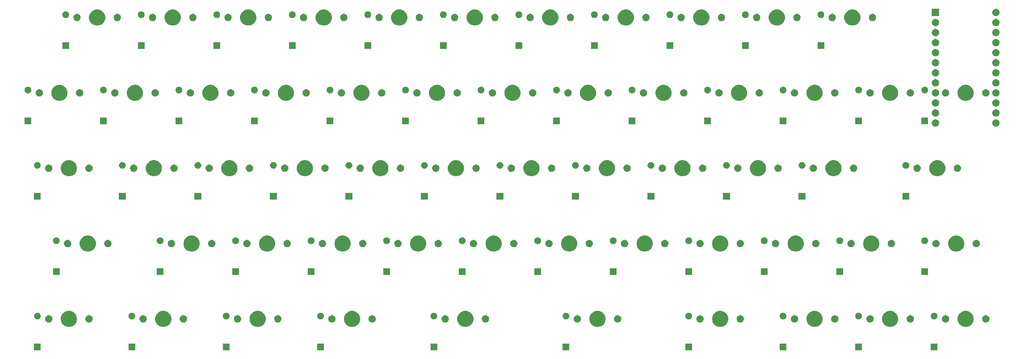
<source format=gbr>
G04 #@! TF.GenerationSoftware,KiCad,Pcbnew,(5.1.5-0-10_14)*
G04 #@! TF.CreationDate,2020-08-31T10:03:10-05:00*
G04 #@! TF.ProjectId,SithZhuyin40,53697468-5a68-4757-9969-6e34302e6b69,rev?*
G04 #@! TF.SameCoordinates,Original*
G04 #@! TF.FileFunction,Soldermask,Top*
G04 #@! TF.FilePolarity,Negative*
%FSLAX46Y46*%
G04 Gerber Fmt 4.6, Leading zero omitted, Abs format (unit mm)*
G04 Created by KiCad (PCBNEW (5.1.5-0-10_14)) date 2020-08-31 10:03:10*
%MOMM*%
%LPD*%
G04 APERTURE LIST*
%ADD10C,0.100000*%
G04 APERTURE END LIST*
D10*
G36*
X263582250Y-138894750D02*
G01*
X261880250Y-138894750D01*
X261880250Y-137192750D01*
X263582250Y-137192750D01*
X263582250Y-138894750D01*
G37*
G36*
X244532250Y-138894750D02*
G01*
X242830250Y-138894750D01*
X242830250Y-137192750D01*
X244532250Y-137192750D01*
X244532250Y-138894750D01*
G37*
G36*
X225482250Y-138894750D02*
G01*
X223780250Y-138894750D01*
X223780250Y-137192750D01*
X225482250Y-137192750D01*
X225482250Y-138894750D01*
G37*
G36*
X201669750Y-138894750D02*
G01*
X199967750Y-138894750D01*
X199967750Y-137192750D01*
X201669750Y-137192750D01*
X201669750Y-138894750D01*
G37*
G36*
X170713500Y-138894750D02*
G01*
X169011500Y-138894750D01*
X169011500Y-137192750D01*
X170713500Y-137192750D01*
X170713500Y-138894750D01*
G37*
G36*
X137376000Y-138894750D02*
G01*
X135674000Y-138894750D01*
X135674000Y-137192750D01*
X137376000Y-137192750D01*
X137376000Y-138894750D01*
G37*
G36*
X108801000Y-138894750D02*
G01*
X107099000Y-138894750D01*
X107099000Y-137192750D01*
X108801000Y-137192750D01*
X108801000Y-138894750D01*
G37*
G36*
X84988500Y-138894750D02*
G01*
X83286500Y-138894750D01*
X83286500Y-137192750D01*
X84988500Y-137192750D01*
X84988500Y-138894750D01*
G37*
G36*
X61176000Y-138894750D02*
G01*
X59474000Y-138894750D01*
X59474000Y-137192750D01*
X61176000Y-137192750D01*
X61176000Y-138894750D01*
G37*
G36*
X37363500Y-138894750D02*
G01*
X35661500Y-138894750D01*
X35661500Y-137192750D01*
X37363500Y-137192750D01*
X37363500Y-138894750D01*
G37*
G36*
X45046474Y-129002434D02*
G01*
X45264474Y-129092733D01*
X45418623Y-129156583D01*
X45753548Y-129380373D01*
X46038377Y-129665202D01*
X46262167Y-130000127D01*
X46294562Y-130078336D01*
X46416316Y-130372276D01*
X46494900Y-130767344D01*
X46494900Y-131170156D01*
X46416316Y-131565224D01*
X46365451Y-131688022D01*
X46262167Y-131937373D01*
X46038377Y-132272298D01*
X45753548Y-132557127D01*
X45418623Y-132780917D01*
X45264474Y-132844767D01*
X45046474Y-132935066D01*
X44651406Y-133013650D01*
X44248594Y-133013650D01*
X43853526Y-132935066D01*
X43635526Y-132844767D01*
X43481377Y-132780917D01*
X43146452Y-132557127D01*
X42861623Y-132272298D01*
X42637833Y-131937373D01*
X42534549Y-131688022D01*
X42483684Y-131565224D01*
X42405100Y-131170156D01*
X42405100Y-130767344D01*
X42483684Y-130372276D01*
X42605438Y-130078336D01*
X42637833Y-130000127D01*
X42861623Y-129665202D01*
X43146452Y-129380373D01*
X43481377Y-129156583D01*
X43635526Y-129092733D01*
X43853526Y-129002434D01*
X44248594Y-128923850D01*
X44651406Y-128923850D01*
X45046474Y-129002434D01*
G37*
G36*
X271265224Y-129002434D02*
G01*
X271483224Y-129092733D01*
X271637373Y-129156583D01*
X271972298Y-129380373D01*
X272257127Y-129665202D01*
X272480917Y-130000127D01*
X272513312Y-130078336D01*
X272635066Y-130372276D01*
X272713650Y-130767344D01*
X272713650Y-131170156D01*
X272635066Y-131565224D01*
X272584201Y-131688022D01*
X272480917Y-131937373D01*
X272257127Y-132272298D01*
X271972298Y-132557127D01*
X271637373Y-132780917D01*
X271483224Y-132844767D01*
X271265224Y-132935066D01*
X270870156Y-133013650D01*
X270467344Y-133013650D01*
X270072276Y-132935066D01*
X269854276Y-132844767D01*
X269700127Y-132780917D01*
X269365202Y-132557127D01*
X269080373Y-132272298D01*
X268856583Y-131937373D01*
X268753299Y-131688022D01*
X268702434Y-131565224D01*
X268623850Y-131170156D01*
X268623850Y-130767344D01*
X268702434Y-130372276D01*
X268824188Y-130078336D01*
X268856583Y-130000127D01*
X269080373Y-129665202D01*
X269365202Y-129380373D01*
X269700127Y-129156583D01*
X269854276Y-129092733D01*
X270072276Y-129002434D01*
X270467344Y-128923850D01*
X270870156Y-128923850D01*
X271265224Y-129002434D01*
G37*
G36*
X233165224Y-129002434D02*
G01*
X233383224Y-129092733D01*
X233537373Y-129156583D01*
X233872298Y-129380373D01*
X234157127Y-129665202D01*
X234380917Y-130000127D01*
X234413312Y-130078336D01*
X234535066Y-130372276D01*
X234613650Y-130767344D01*
X234613650Y-131170156D01*
X234535066Y-131565224D01*
X234484201Y-131688022D01*
X234380917Y-131937373D01*
X234157127Y-132272298D01*
X233872298Y-132557127D01*
X233537373Y-132780917D01*
X233383224Y-132844767D01*
X233165224Y-132935066D01*
X232770156Y-133013650D01*
X232367344Y-133013650D01*
X231972276Y-132935066D01*
X231754276Y-132844767D01*
X231600127Y-132780917D01*
X231265202Y-132557127D01*
X230980373Y-132272298D01*
X230756583Y-131937373D01*
X230653299Y-131688022D01*
X230602434Y-131565224D01*
X230523850Y-131170156D01*
X230523850Y-130767344D01*
X230602434Y-130372276D01*
X230724188Y-130078336D01*
X230756583Y-130000127D01*
X230980373Y-129665202D01*
X231265202Y-129380373D01*
X231600127Y-129156583D01*
X231754276Y-129092733D01*
X231972276Y-129002434D01*
X232367344Y-128923850D01*
X232770156Y-128923850D01*
X233165224Y-129002434D01*
G37*
G36*
X209352724Y-129002434D02*
G01*
X209570724Y-129092733D01*
X209724873Y-129156583D01*
X210059798Y-129380373D01*
X210344627Y-129665202D01*
X210568417Y-130000127D01*
X210600812Y-130078336D01*
X210722566Y-130372276D01*
X210801150Y-130767344D01*
X210801150Y-131170156D01*
X210722566Y-131565224D01*
X210671701Y-131688022D01*
X210568417Y-131937373D01*
X210344627Y-132272298D01*
X210059798Y-132557127D01*
X209724873Y-132780917D01*
X209570724Y-132844767D01*
X209352724Y-132935066D01*
X208957656Y-133013650D01*
X208554844Y-133013650D01*
X208159776Y-132935066D01*
X207941776Y-132844767D01*
X207787627Y-132780917D01*
X207452702Y-132557127D01*
X207167873Y-132272298D01*
X206944083Y-131937373D01*
X206840799Y-131688022D01*
X206789934Y-131565224D01*
X206711350Y-131170156D01*
X206711350Y-130767344D01*
X206789934Y-130372276D01*
X206911688Y-130078336D01*
X206944083Y-130000127D01*
X207167873Y-129665202D01*
X207452702Y-129380373D01*
X207787627Y-129156583D01*
X207941776Y-129092733D01*
X208159776Y-129002434D01*
X208554844Y-128923850D01*
X208957656Y-128923850D01*
X209352724Y-129002434D01*
G37*
G36*
X178396474Y-129002434D02*
G01*
X178614474Y-129092733D01*
X178768623Y-129156583D01*
X179103548Y-129380373D01*
X179388377Y-129665202D01*
X179612167Y-130000127D01*
X179644562Y-130078336D01*
X179766316Y-130372276D01*
X179844900Y-130767344D01*
X179844900Y-131170156D01*
X179766316Y-131565224D01*
X179715451Y-131688022D01*
X179612167Y-131937373D01*
X179388377Y-132272298D01*
X179103548Y-132557127D01*
X178768623Y-132780917D01*
X178614474Y-132844767D01*
X178396474Y-132935066D01*
X178001406Y-133013650D01*
X177598594Y-133013650D01*
X177203526Y-132935066D01*
X176985526Y-132844767D01*
X176831377Y-132780917D01*
X176496452Y-132557127D01*
X176211623Y-132272298D01*
X175987833Y-131937373D01*
X175884549Y-131688022D01*
X175833684Y-131565224D01*
X175755100Y-131170156D01*
X175755100Y-130767344D01*
X175833684Y-130372276D01*
X175955438Y-130078336D01*
X175987833Y-130000127D01*
X176211623Y-129665202D01*
X176496452Y-129380373D01*
X176831377Y-129156583D01*
X176985526Y-129092733D01*
X177203526Y-129002434D01*
X177598594Y-128923850D01*
X178001406Y-128923850D01*
X178396474Y-129002434D01*
G37*
G36*
X145058974Y-129002434D02*
G01*
X145276974Y-129092733D01*
X145431123Y-129156583D01*
X145766048Y-129380373D01*
X146050877Y-129665202D01*
X146274667Y-130000127D01*
X146307062Y-130078336D01*
X146428816Y-130372276D01*
X146507400Y-130767344D01*
X146507400Y-131170156D01*
X146428816Y-131565224D01*
X146377951Y-131688022D01*
X146274667Y-131937373D01*
X146050877Y-132272298D01*
X145766048Y-132557127D01*
X145431123Y-132780917D01*
X145276974Y-132844767D01*
X145058974Y-132935066D01*
X144663906Y-133013650D01*
X144261094Y-133013650D01*
X143866026Y-132935066D01*
X143648026Y-132844767D01*
X143493877Y-132780917D01*
X143158952Y-132557127D01*
X142874123Y-132272298D01*
X142650333Y-131937373D01*
X142547049Y-131688022D01*
X142496184Y-131565224D01*
X142417600Y-131170156D01*
X142417600Y-130767344D01*
X142496184Y-130372276D01*
X142617938Y-130078336D01*
X142650333Y-130000127D01*
X142874123Y-129665202D01*
X143158952Y-129380373D01*
X143493877Y-129156583D01*
X143648026Y-129092733D01*
X143866026Y-129002434D01*
X144261094Y-128923850D01*
X144663906Y-128923850D01*
X145058974Y-129002434D01*
G37*
G36*
X116483974Y-129002434D02*
G01*
X116701974Y-129092733D01*
X116856123Y-129156583D01*
X117191048Y-129380373D01*
X117475877Y-129665202D01*
X117699667Y-130000127D01*
X117732062Y-130078336D01*
X117853816Y-130372276D01*
X117932400Y-130767344D01*
X117932400Y-131170156D01*
X117853816Y-131565224D01*
X117802951Y-131688022D01*
X117699667Y-131937373D01*
X117475877Y-132272298D01*
X117191048Y-132557127D01*
X116856123Y-132780917D01*
X116701974Y-132844767D01*
X116483974Y-132935066D01*
X116088906Y-133013650D01*
X115686094Y-133013650D01*
X115291026Y-132935066D01*
X115073026Y-132844767D01*
X114918877Y-132780917D01*
X114583952Y-132557127D01*
X114299123Y-132272298D01*
X114075333Y-131937373D01*
X113972049Y-131688022D01*
X113921184Y-131565224D01*
X113842600Y-131170156D01*
X113842600Y-130767344D01*
X113921184Y-130372276D01*
X114042938Y-130078336D01*
X114075333Y-130000127D01*
X114299123Y-129665202D01*
X114583952Y-129380373D01*
X114918877Y-129156583D01*
X115073026Y-129092733D01*
X115291026Y-129002434D01*
X115686094Y-128923850D01*
X116088906Y-128923850D01*
X116483974Y-129002434D01*
G37*
G36*
X92671474Y-129002434D02*
G01*
X92889474Y-129092733D01*
X93043623Y-129156583D01*
X93378548Y-129380373D01*
X93663377Y-129665202D01*
X93887167Y-130000127D01*
X93919562Y-130078336D01*
X94041316Y-130372276D01*
X94119900Y-130767344D01*
X94119900Y-131170156D01*
X94041316Y-131565224D01*
X93990451Y-131688022D01*
X93887167Y-131937373D01*
X93663377Y-132272298D01*
X93378548Y-132557127D01*
X93043623Y-132780917D01*
X92889474Y-132844767D01*
X92671474Y-132935066D01*
X92276406Y-133013650D01*
X91873594Y-133013650D01*
X91478526Y-132935066D01*
X91260526Y-132844767D01*
X91106377Y-132780917D01*
X90771452Y-132557127D01*
X90486623Y-132272298D01*
X90262833Y-131937373D01*
X90159549Y-131688022D01*
X90108684Y-131565224D01*
X90030100Y-131170156D01*
X90030100Y-130767344D01*
X90108684Y-130372276D01*
X90230438Y-130078336D01*
X90262833Y-130000127D01*
X90486623Y-129665202D01*
X90771452Y-129380373D01*
X91106377Y-129156583D01*
X91260526Y-129092733D01*
X91478526Y-129002434D01*
X91873594Y-128923850D01*
X92276406Y-128923850D01*
X92671474Y-129002434D01*
G37*
G36*
X68858974Y-129002434D02*
G01*
X69076974Y-129092733D01*
X69231123Y-129156583D01*
X69566048Y-129380373D01*
X69850877Y-129665202D01*
X70074667Y-130000127D01*
X70107062Y-130078336D01*
X70228816Y-130372276D01*
X70307400Y-130767344D01*
X70307400Y-131170156D01*
X70228816Y-131565224D01*
X70177951Y-131688022D01*
X70074667Y-131937373D01*
X69850877Y-132272298D01*
X69566048Y-132557127D01*
X69231123Y-132780917D01*
X69076974Y-132844767D01*
X68858974Y-132935066D01*
X68463906Y-133013650D01*
X68061094Y-133013650D01*
X67666026Y-132935066D01*
X67448026Y-132844767D01*
X67293877Y-132780917D01*
X66958952Y-132557127D01*
X66674123Y-132272298D01*
X66450333Y-131937373D01*
X66347049Y-131688022D01*
X66296184Y-131565224D01*
X66217600Y-131170156D01*
X66217600Y-130767344D01*
X66296184Y-130372276D01*
X66417938Y-130078336D01*
X66450333Y-130000127D01*
X66674123Y-129665202D01*
X66958952Y-129380373D01*
X67293877Y-129156583D01*
X67448026Y-129092733D01*
X67666026Y-129002434D01*
X68061094Y-128923850D01*
X68463906Y-128923850D01*
X68858974Y-129002434D01*
G37*
G36*
X252215224Y-129002434D02*
G01*
X252433224Y-129092733D01*
X252587373Y-129156583D01*
X252922298Y-129380373D01*
X253207127Y-129665202D01*
X253430917Y-130000127D01*
X253463312Y-130078336D01*
X253585066Y-130372276D01*
X253663650Y-130767344D01*
X253663650Y-131170156D01*
X253585066Y-131565224D01*
X253534201Y-131688022D01*
X253430917Y-131937373D01*
X253207127Y-132272298D01*
X252922298Y-132557127D01*
X252587373Y-132780917D01*
X252433224Y-132844767D01*
X252215224Y-132935066D01*
X251820156Y-133013650D01*
X251417344Y-133013650D01*
X251022276Y-132935066D01*
X250804276Y-132844767D01*
X250650127Y-132780917D01*
X250315202Y-132557127D01*
X250030373Y-132272298D01*
X249806583Y-131937373D01*
X249703299Y-131688022D01*
X249652434Y-131565224D01*
X249573850Y-131170156D01*
X249573850Y-130767344D01*
X249652434Y-130372276D01*
X249774188Y-130078336D01*
X249806583Y-130000127D01*
X250030373Y-129665202D01*
X250315202Y-129380373D01*
X250650127Y-129156583D01*
X250804276Y-129092733D01*
X251022276Y-129002434D01*
X251417344Y-128923850D01*
X251820156Y-128923850D01*
X252215224Y-129002434D01*
G37*
G36*
X256968854Y-130078335D02*
G01*
X257137376Y-130148139D01*
X257289041Y-130249478D01*
X257418022Y-130378459D01*
X257519361Y-130530124D01*
X257589165Y-130698646D01*
X257624750Y-130877547D01*
X257624750Y-131059953D01*
X257589165Y-131238854D01*
X257519361Y-131407376D01*
X257418022Y-131559041D01*
X257289041Y-131688022D01*
X257137376Y-131789361D01*
X256968854Y-131859165D01*
X256789953Y-131894750D01*
X256607547Y-131894750D01*
X256428646Y-131859165D01*
X256260124Y-131789361D01*
X256108459Y-131688022D01*
X255979478Y-131559041D01*
X255878139Y-131407376D01*
X255808335Y-131238854D01*
X255772750Y-131059953D01*
X255772750Y-130877547D01*
X255808335Y-130698646D01*
X255878139Y-130530124D01*
X255979478Y-130378459D01*
X256108459Y-130249478D01*
X256260124Y-130148139D01*
X256428646Y-130078335D01*
X256607547Y-130042750D01*
X256789953Y-130042750D01*
X256968854Y-130078335D01*
G37*
G36*
X203946354Y-130078335D02*
G01*
X204114876Y-130148139D01*
X204266541Y-130249478D01*
X204395522Y-130378459D01*
X204496861Y-130530124D01*
X204566665Y-130698646D01*
X204602250Y-130877547D01*
X204602250Y-131059953D01*
X204566665Y-131238854D01*
X204496861Y-131407376D01*
X204395522Y-131559041D01*
X204266541Y-131688022D01*
X204114876Y-131789361D01*
X203946354Y-131859165D01*
X203767453Y-131894750D01*
X203585047Y-131894750D01*
X203406146Y-131859165D01*
X203237624Y-131789361D01*
X203085959Y-131688022D01*
X202956978Y-131559041D01*
X202855639Y-131407376D01*
X202785835Y-131238854D01*
X202750250Y-131059953D01*
X202750250Y-130877547D01*
X202785835Y-130698646D01*
X202855639Y-130530124D01*
X202956978Y-130378459D01*
X203085959Y-130249478D01*
X203237624Y-130148139D01*
X203406146Y-130078335D01*
X203585047Y-130042750D01*
X203767453Y-130042750D01*
X203946354Y-130078335D01*
G37*
G36*
X39640104Y-130078335D02*
G01*
X39808626Y-130148139D01*
X39960291Y-130249478D01*
X40089272Y-130378459D01*
X40190611Y-130530124D01*
X40260415Y-130698646D01*
X40296000Y-130877547D01*
X40296000Y-131059953D01*
X40260415Y-131238854D01*
X40190611Y-131407376D01*
X40089272Y-131559041D01*
X39960291Y-131688022D01*
X39808626Y-131789361D01*
X39640104Y-131859165D01*
X39461203Y-131894750D01*
X39278797Y-131894750D01*
X39099896Y-131859165D01*
X38931374Y-131789361D01*
X38779709Y-131688022D01*
X38650728Y-131559041D01*
X38549389Y-131407376D01*
X38479585Y-131238854D01*
X38444000Y-131059953D01*
X38444000Y-130877547D01*
X38479585Y-130698646D01*
X38549389Y-130530124D01*
X38650728Y-130378459D01*
X38779709Y-130249478D01*
X38931374Y-130148139D01*
X39099896Y-130078335D01*
X39278797Y-130042750D01*
X39461203Y-130042750D01*
X39640104Y-130078335D01*
G37*
G36*
X49800104Y-130078335D02*
G01*
X49968626Y-130148139D01*
X50120291Y-130249478D01*
X50249272Y-130378459D01*
X50350611Y-130530124D01*
X50420415Y-130698646D01*
X50456000Y-130877547D01*
X50456000Y-131059953D01*
X50420415Y-131238854D01*
X50350611Y-131407376D01*
X50249272Y-131559041D01*
X50120291Y-131688022D01*
X49968626Y-131789361D01*
X49800104Y-131859165D01*
X49621203Y-131894750D01*
X49438797Y-131894750D01*
X49259896Y-131859165D01*
X49091374Y-131789361D01*
X48939709Y-131688022D01*
X48810728Y-131559041D01*
X48709389Y-131407376D01*
X48639585Y-131238854D01*
X48604000Y-131059953D01*
X48604000Y-130877547D01*
X48639585Y-130698646D01*
X48709389Y-130530124D01*
X48810728Y-130378459D01*
X48939709Y-130249478D01*
X49091374Y-130148139D01*
X49259896Y-130078335D01*
X49438797Y-130042750D01*
X49621203Y-130042750D01*
X49800104Y-130078335D01*
G37*
G36*
X63452604Y-130078335D02*
G01*
X63621126Y-130148139D01*
X63772791Y-130249478D01*
X63901772Y-130378459D01*
X64003111Y-130530124D01*
X64072915Y-130698646D01*
X64108500Y-130877547D01*
X64108500Y-131059953D01*
X64072915Y-131238854D01*
X64003111Y-131407376D01*
X63901772Y-131559041D01*
X63772791Y-131688022D01*
X63621126Y-131789361D01*
X63452604Y-131859165D01*
X63273703Y-131894750D01*
X63091297Y-131894750D01*
X62912396Y-131859165D01*
X62743874Y-131789361D01*
X62592209Y-131688022D01*
X62463228Y-131559041D01*
X62361889Y-131407376D01*
X62292085Y-131238854D01*
X62256500Y-131059953D01*
X62256500Y-130877547D01*
X62292085Y-130698646D01*
X62361889Y-130530124D01*
X62463228Y-130378459D01*
X62592209Y-130249478D01*
X62743874Y-130148139D01*
X62912396Y-130078335D01*
X63091297Y-130042750D01*
X63273703Y-130042750D01*
X63452604Y-130078335D01*
G37*
G36*
X73612604Y-130078335D02*
G01*
X73781126Y-130148139D01*
X73932791Y-130249478D01*
X74061772Y-130378459D01*
X74163111Y-130530124D01*
X74232915Y-130698646D01*
X74268500Y-130877547D01*
X74268500Y-131059953D01*
X74232915Y-131238854D01*
X74163111Y-131407376D01*
X74061772Y-131559041D01*
X73932791Y-131688022D01*
X73781126Y-131789361D01*
X73612604Y-131859165D01*
X73433703Y-131894750D01*
X73251297Y-131894750D01*
X73072396Y-131859165D01*
X72903874Y-131789361D01*
X72752209Y-131688022D01*
X72623228Y-131559041D01*
X72521889Y-131407376D01*
X72452085Y-131238854D01*
X72416500Y-131059953D01*
X72416500Y-130877547D01*
X72452085Y-130698646D01*
X72521889Y-130530124D01*
X72623228Y-130378459D01*
X72752209Y-130249478D01*
X72903874Y-130148139D01*
X73072396Y-130078335D01*
X73251297Y-130042750D01*
X73433703Y-130042750D01*
X73612604Y-130078335D01*
G37*
G36*
X87265104Y-130078335D02*
G01*
X87433626Y-130148139D01*
X87585291Y-130249478D01*
X87714272Y-130378459D01*
X87815611Y-130530124D01*
X87885415Y-130698646D01*
X87921000Y-130877547D01*
X87921000Y-131059953D01*
X87885415Y-131238854D01*
X87815611Y-131407376D01*
X87714272Y-131559041D01*
X87585291Y-131688022D01*
X87433626Y-131789361D01*
X87265104Y-131859165D01*
X87086203Y-131894750D01*
X86903797Y-131894750D01*
X86724896Y-131859165D01*
X86556374Y-131789361D01*
X86404709Y-131688022D01*
X86275728Y-131559041D01*
X86174389Y-131407376D01*
X86104585Y-131238854D01*
X86069000Y-131059953D01*
X86069000Y-130877547D01*
X86104585Y-130698646D01*
X86174389Y-130530124D01*
X86275728Y-130378459D01*
X86404709Y-130249478D01*
X86556374Y-130148139D01*
X86724896Y-130078335D01*
X86903797Y-130042750D01*
X87086203Y-130042750D01*
X87265104Y-130078335D01*
G37*
G36*
X97425104Y-130078335D02*
G01*
X97593626Y-130148139D01*
X97745291Y-130249478D01*
X97874272Y-130378459D01*
X97975611Y-130530124D01*
X98045415Y-130698646D01*
X98081000Y-130877547D01*
X98081000Y-131059953D01*
X98045415Y-131238854D01*
X97975611Y-131407376D01*
X97874272Y-131559041D01*
X97745291Y-131688022D01*
X97593626Y-131789361D01*
X97425104Y-131859165D01*
X97246203Y-131894750D01*
X97063797Y-131894750D01*
X96884896Y-131859165D01*
X96716374Y-131789361D01*
X96564709Y-131688022D01*
X96435728Y-131559041D01*
X96334389Y-131407376D01*
X96264585Y-131238854D01*
X96229000Y-131059953D01*
X96229000Y-130877547D01*
X96264585Y-130698646D01*
X96334389Y-130530124D01*
X96435728Y-130378459D01*
X96564709Y-130249478D01*
X96716374Y-130148139D01*
X96884896Y-130078335D01*
X97063797Y-130042750D01*
X97246203Y-130042750D01*
X97425104Y-130078335D01*
G37*
G36*
X111077604Y-130078335D02*
G01*
X111246126Y-130148139D01*
X111397791Y-130249478D01*
X111526772Y-130378459D01*
X111628111Y-130530124D01*
X111697915Y-130698646D01*
X111733500Y-130877547D01*
X111733500Y-131059953D01*
X111697915Y-131238854D01*
X111628111Y-131407376D01*
X111526772Y-131559041D01*
X111397791Y-131688022D01*
X111246126Y-131789361D01*
X111077604Y-131859165D01*
X110898703Y-131894750D01*
X110716297Y-131894750D01*
X110537396Y-131859165D01*
X110368874Y-131789361D01*
X110217209Y-131688022D01*
X110088228Y-131559041D01*
X109986889Y-131407376D01*
X109917085Y-131238854D01*
X109881500Y-131059953D01*
X109881500Y-130877547D01*
X109917085Y-130698646D01*
X109986889Y-130530124D01*
X110088228Y-130378459D01*
X110217209Y-130249478D01*
X110368874Y-130148139D01*
X110537396Y-130078335D01*
X110716297Y-130042750D01*
X110898703Y-130042750D01*
X111077604Y-130078335D01*
G37*
G36*
X121237604Y-130078335D02*
G01*
X121406126Y-130148139D01*
X121557791Y-130249478D01*
X121686772Y-130378459D01*
X121788111Y-130530124D01*
X121857915Y-130698646D01*
X121893500Y-130877547D01*
X121893500Y-131059953D01*
X121857915Y-131238854D01*
X121788111Y-131407376D01*
X121686772Y-131559041D01*
X121557791Y-131688022D01*
X121406126Y-131789361D01*
X121237604Y-131859165D01*
X121058703Y-131894750D01*
X120876297Y-131894750D01*
X120697396Y-131859165D01*
X120528874Y-131789361D01*
X120377209Y-131688022D01*
X120248228Y-131559041D01*
X120146889Y-131407376D01*
X120077085Y-131238854D01*
X120041500Y-131059953D01*
X120041500Y-130877547D01*
X120077085Y-130698646D01*
X120146889Y-130530124D01*
X120248228Y-130378459D01*
X120377209Y-130249478D01*
X120528874Y-130148139D01*
X120697396Y-130078335D01*
X120876297Y-130042750D01*
X121058703Y-130042750D01*
X121237604Y-130078335D01*
G37*
G36*
X139652604Y-130078335D02*
G01*
X139821126Y-130148139D01*
X139972791Y-130249478D01*
X140101772Y-130378459D01*
X140203111Y-130530124D01*
X140272915Y-130698646D01*
X140308500Y-130877547D01*
X140308500Y-131059953D01*
X140272915Y-131238854D01*
X140203111Y-131407376D01*
X140101772Y-131559041D01*
X139972791Y-131688022D01*
X139821126Y-131789361D01*
X139652604Y-131859165D01*
X139473703Y-131894750D01*
X139291297Y-131894750D01*
X139112396Y-131859165D01*
X138943874Y-131789361D01*
X138792209Y-131688022D01*
X138663228Y-131559041D01*
X138561889Y-131407376D01*
X138492085Y-131238854D01*
X138456500Y-131059953D01*
X138456500Y-130877547D01*
X138492085Y-130698646D01*
X138561889Y-130530124D01*
X138663228Y-130378459D01*
X138792209Y-130249478D01*
X138943874Y-130148139D01*
X139112396Y-130078335D01*
X139291297Y-130042750D01*
X139473703Y-130042750D01*
X139652604Y-130078335D01*
G37*
G36*
X149812604Y-130078335D02*
G01*
X149981126Y-130148139D01*
X150132791Y-130249478D01*
X150261772Y-130378459D01*
X150363111Y-130530124D01*
X150432915Y-130698646D01*
X150468500Y-130877547D01*
X150468500Y-131059953D01*
X150432915Y-131238854D01*
X150363111Y-131407376D01*
X150261772Y-131559041D01*
X150132791Y-131688022D01*
X149981126Y-131789361D01*
X149812604Y-131859165D01*
X149633703Y-131894750D01*
X149451297Y-131894750D01*
X149272396Y-131859165D01*
X149103874Y-131789361D01*
X148952209Y-131688022D01*
X148823228Y-131559041D01*
X148721889Y-131407376D01*
X148652085Y-131238854D01*
X148616500Y-131059953D01*
X148616500Y-130877547D01*
X148652085Y-130698646D01*
X148721889Y-130530124D01*
X148823228Y-130378459D01*
X148952209Y-130249478D01*
X149103874Y-130148139D01*
X149272396Y-130078335D01*
X149451297Y-130042750D01*
X149633703Y-130042750D01*
X149812604Y-130078335D01*
G37*
G36*
X172990104Y-130078335D02*
G01*
X173158626Y-130148139D01*
X173310291Y-130249478D01*
X173439272Y-130378459D01*
X173540611Y-130530124D01*
X173610415Y-130698646D01*
X173646000Y-130877547D01*
X173646000Y-131059953D01*
X173610415Y-131238854D01*
X173540611Y-131407376D01*
X173439272Y-131559041D01*
X173310291Y-131688022D01*
X173158626Y-131789361D01*
X172990104Y-131859165D01*
X172811203Y-131894750D01*
X172628797Y-131894750D01*
X172449896Y-131859165D01*
X172281374Y-131789361D01*
X172129709Y-131688022D01*
X172000728Y-131559041D01*
X171899389Y-131407376D01*
X171829585Y-131238854D01*
X171794000Y-131059953D01*
X171794000Y-130877547D01*
X171829585Y-130698646D01*
X171899389Y-130530124D01*
X172000728Y-130378459D01*
X172129709Y-130249478D01*
X172281374Y-130148139D01*
X172449896Y-130078335D01*
X172628797Y-130042750D01*
X172811203Y-130042750D01*
X172990104Y-130078335D01*
G37*
G36*
X183150104Y-130078335D02*
G01*
X183318626Y-130148139D01*
X183470291Y-130249478D01*
X183599272Y-130378459D01*
X183700611Y-130530124D01*
X183770415Y-130698646D01*
X183806000Y-130877547D01*
X183806000Y-131059953D01*
X183770415Y-131238854D01*
X183700611Y-131407376D01*
X183599272Y-131559041D01*
X183470291Y-131688022D01*
X183318626Y-131789361D01*
X183150104Y-131859165D01*
X182971203Y-131894750D01*
X182788797Y-131894750D01*
X182609896Y-131859165D01*
X182441374Y-131789361D01*
X182289709Y-131688022D01*
X182160728Y-131559041D01*
X182059389Y-131407376D01*
X181989585Y-131238854D01*
X181954000Y-131059953D01*
X181954000Y-130877547D01*
X181989585Y-130698646D01*
X182059389Y-130530124D01*
X182160728Y-130378459D01*
X182289709Y-130249478D01*
X182441374Y-130148139D01*
X182609896Y-130078335D01*
X182788797Y-130042750D01*
X182971203Y-130042750D01*
X183150104Y-130078335D01*
G37*
G36*
X214106354Y-130078335D02*
G01*
X214274876Y-130148139D01*
X214426541Y-130249478D01*
X214555522Y-130378459D01*
X214656861Y-130530124D01*
X214726665Y-130698646D01*
X214762250Y-130877547D01*
X214762250Y-131059953D01*
X214726665Y-131238854D01*
X214656861Y-131407376D01*
X214555522Y-131559041D01*
X214426541Y-131688022D01*
X214274876Y-131789361D01*
X214106354Y-131859165D01*
X213927453Y-131894750D01*
X213745047Y-131894750D01*
X213566146Y-131859165D01*
X213397624Y-131789361D01*
X213245959Y-131688022D01*
X213116978Y-131559041D01*
X213015639Y-131407376D01*
X212945835Y-131238854D01*
X212910250Y-131059953D01*
X212910250Y-130877547D01*
X212945835Y-130698646D01*
X213015639Y-130530124D01*
X213116978Y-130378459D01*
X213245959Y-130249478D01*
X213397624Y-130148139D01*
X213566146Y-130078335D01*
X213745047Y-130042750D01*
X213927453Y-130042750D01*
X214106354Y-130078335D01*
G37*
G36*
X227758854Y-130078335D02*
G01*
X227927376Y-130148139D01*
X228079041Y-130249478D01*
X228208022Y-130378459D01*
X228309361Y-130530124D01*
X228379165Y-130698646D01*
X228414750Y-130877547D01*
X228414750Y-131059953D01*
X228379165Y-131238854D01*
X228309361Y-131407376D01*
X228208022Y-131559041D01*
X228079041Y-131688022D01*
X227927376Y-131789361D01*
X227758854Y-131859165D01*
X227579953Y-131894750D01*
X227397547Y-131894750D01*
X227218646Y-131859165D01*
X227050124Y-131789361D01*
X226898459Y-131688022D01*
X226769478Y-131559041D01*
X226668139Y-131407376D01*
X226598335Y-131238854D01*
X226562750Y-131059953D01*
X226562750Y-130877547D01*
X226598335Y-130698646D01*
X226668139Y-130530124D01*
X226769478Y-130378459D01*
X226898459Y-130249478D01*
X227050124Y-130148139D01*
X227218646Y-130078335D01*
X227397547Y-130042750D01*
X227579953Y-130042750D01*
X227758854Y-130078335D01*
G37*
G36*
X237918854Y-130078335D02*
G01*
X238087376Y-130148139D01*
X238239041Y-130249478D01*
X238368022Y-130378459D01*
X238469361Y-130530124D01*
X238539165Y-130698646D01*
X238574750Y-130877547D01*
X238574750Y-131059953D01*
X238539165Y-131238854D01*
X238469361Y-131407376D01*
X238368022Y-131559041D01*
X238239041Y-131688022D01*
X238087376Y-131789361D01*
X237918854Y-131859165D01*
X237739953Y-131894750D01*
X237557547Y-131894750D01*
X237378646Y-131859165D01*
X237210124Y-131789361D01*
X237058459Y-131688022D01*
X236929478Y-131559041D01*
X236828139Y-131407376D01*
X236758335Y-131238854D01*
X236722750Y-131059953D01*
X236722750Y-130877547D01*
X236758335Y-130698646D01*
X236828139Y-130530124D01*
X236929478Y-130378459D01*
X237058459Y-130249478D01*
X237210124Y-130148139D01*
X237378646Y-130078335D01*
X237557547Y-130042750D01*
X237739953Y-130042750D01*
X237918854Y-130078335D01*
G37*
G36*
X246808854Y-130078335D02*
G01*
X246977376Y-130148139D01*
X247129041Y-130249478D01*
X247258022Y-130378459D01*
X247359361Y-130530124D01*
X247429165Y-130698646D01*
X247464750Y-130877547D01*
X247464750Y-131059953D01*
X247429165Y-131238854D01*
X247359361Y-131407376D01*
X247258022Y-131559041D01*
X247129041Y-131688022D01*
X246977376Y-131789361D01*
X246808854Y-131859165D01*
X246629953Y-131894750D01*
X246447547Y-131894750D01*
X246268646Y-131859165D01*
X246100124Y-131789361D01*
X245948459Y-131688022D01*
X245819478Y-131559041D01*
X245718139Y-131407376D01*
X245648335Y-131238854D01*
X245612750Y-131059953D01*
X245612750Y-130877547D01*
X245648335Y-130698646D01*
X245718139Y-130530124D01*
X245819478Y-130378459D01*
X245948459Y-130249478D01*
X246100124Y-130148139D01*
X246268646Y-130078335D01*
X246447547Y-130042750D01*
X246629953Y-130042750D01*
X246808854Y-130078335D01*
G37*
G36*
X265858854Y-130078335D02*
G01*
X266027376Y-130148139D01*
X266179041Y-130249478D01*
X266308022Y-130378459D01*
X266409361Y-130530124D01*
X266479165Y-130698646D01*
X266514750Y-130877547D01*
X266514750Y-131059953D01*
X266479165Y-131238854D01*
X266409361Y-131407376D01*
X266308022Y-131559041D01*
X266179041Y-131688022D01*
X266027376Y-131789361D01*
X265858854Y-131859165D01*
X265679953Y-131894750D01*
X265497547Y-131894750D01*
X265318646Y-131859165D01*
X265150124Y-131789361D01*
X264998459Y-131688022D01*
X264869478Y-131559041D01*
X264768139Y-131407376D01*
X264698335Y-131238854D01*
X264662750Y-131059953D01*
X264662750Y-130877547D01*
X264698335Y-130698646D01*
X264768139Y-130530124D01*
X264869478Y-130378459D01*
X264998459Y-130249478D01*
X265150124Y-130148139D01*
X265318646Y-130078335D01*
X265497547Y-130042750D01*
X265679953Y-130042750D01*
X265858854Y-130078335D01*
G37*
G36*
X276018854Y-130078335D02*
G01*
X276187376Y-130148139D01*
X276339041Y-130249478D01*
X276468022Y-130378459D01*
X276569361Y-130530124D01*
X276639165Y-130698646D01*
X276674750Y-130877547D01*
X276674750Y-131059953D01*
X276639165Y-131238854D01*
X276569361Y-131407376D01*
X276468022Y-131559041D01*
X276339041Y-131688022D01*
X276187376Y-131789361D01*
X276018854Y-131859165D01*
X275839953Y-131894750D01*
X275657547Y-131894750D01*
X275478646Y-131859165D01*
X275310124Y-131789361D01*
X275158459Y-131688022D01*
X275029478Y-131559041D01*
X274928139Y-131407376D01*
X274858335Y-131238854D01*
X274822750Y-131059953D01*
X274822750Y-130877547D01*
X274858335Y-130698646D01*
X274928139Y-130530124D01*
X275029478Y-130378459D01*
X275158459Y-130249478D01*
X275310124Y-130148139D01*
X275478646Y-130078335D01*
X275657547Y-130042750D01*
X275839953Y-130042750D01*
X276018854Y-130078335D01*
G37*
G36*
X243929478Y-129425453D02*
G01*
X244084350Y-129489603D01*
X244223731Y-129582735D01*
X244342265Y-129701269D01*
X244435397Y-129840650D01*
X244499547Y-129995522D01*
X244532250Y-130159934D01*
X244532250Y-130327566D01*
X244499547Y-130491978D01*
X244435397Y-130646850D01*
X244342265Y-130786231D01*
X244223731Y-130904765D01*
X244084350Y-130997897D01*
X243929478Y-131062047D01*
X243765066Y-131094750D01*
X243597434Y-131094750D01*
X243433022Y-131062047D01*
X243278150Y-130997897D01*
X243138769Y-130904765D01*
X243020235Y-130786231D01*
X242927103Y-130646850D01*
X242862953Y-130491978D01*
X242830250Y-130327566D01*
X242830250Y-130159934D01*
X242862953Y-129995522D01*
X242927103Y-129840650D01*
X243020235Y-129701269D01*
X243138769Y-129582735D01*
X243278150Y-129489603D01*
X243433022Y-129425453D01*
X243597434Y-129392750D01*
X243765066Y-129392750D01*
X243929478Y-129425453D01*
G37*
G36*
X84385728Y-129425453D02*
G01*
X84540600Y-129489603D01*
X84679981Y-129582735D01*
X84798515Y-129701269D01*
X84891647Y-129840650D01*
X84955797Y-129995522D01*
X84988500Y-130159934D01*
X84988500Y-130327566D01*
X84955797Y-130491978D01*
X84891647Y-130646850D01*
X84798515Y-130786231D01*
X84679981Y-130904765D01*
X84540600Y-130997897D01*
X84385728Y-131062047D01*
X84221316Y-131094750D01*
X84053684Y-131094750D01*
X83889272Y-131062047D01*
X83734400Y-130997897D01*
X83595019Y-130904765D01*
X83476485Y-130786231D01*
X83383353Y-130646850D01*
X83319203Y-130491978D01*
X83286500Y-130327566D01*
X83286500Y-130159934D01*
X83319203Y-129995522D01*
X83383353Y-129840650D01*
X83476485Y-129701269D01*
X83595019Y-129582735D01*
X83734400Y-129489603D01*
X83889272Y-129425453D01*
X84053684Y-129392750D01*
X84221316Y-129392750D01*
X84385728Y-129425453D01*
G37*
G36*
X262979478Y-129425453D02*
G01*
X263134350Y-129489603D01*
X263273731Y-129582735D01*
X263392265Y-129701269D01*
X263485397Y-129840650D01*
X263549547Y-129995522D01*
X263582250Y-130159934D01*
X263582250Y-130327566D01*
X263549547Y-130491978D01*
X263485397Y-130646850D01*
X263392265Y-130786231D01*
X263273731Y-130904765D01*
X263134350Y-130997897D01*
X262979478Y-131062047D01*
X262815066Y-131094750D01*
X262647434Y-131094750D01*
X262483022Y-131062047D01*
X262328150Y-130997897D01*
X262188769Y-130904765D01*
X262070235Y-130786231D01*
X261977103Y-130646850D01*
X261912953Y-130491978D01*
X261880250Y-130327566D01*
X261880250Y-130159934D01*
X261912953Y-129995522D01*
X261977103Y-129840650D01*
X262070235Y-129701269D01*
X262188769Y-129582735D01*
X262328150Y-129489603D01*
X262483022Y-129425453D01*
X262647434Y-129392750D01*
X262815066Y-129392750D01*
X262979478Y-129425453D01*
G37*
G36*
X36760728Y-129425453D02*
G01*
X36915600Y-129489603D01*
X37054981Y-129582735D01*
X37173515Y-129701269D01*
X37266647Y-129840650D01*
X37330797Y-129995522D01*
X37363500Y-130159934D01*
X37363500Y-130327566D01*
X37330797Y-130491978D01*
X37266647Y-130646850D01*
X37173515Y-130786231D01*
X37054981Y-130904765D01*
X36915600Y-130997897D01*
X36760728Y-131062047D01*
X36596316Y-131094750D01*
X36428684Y-131094750D01*
X36264272Y-131062047D01*
X36109400Y-130997897D01*
X35970019Y-130904765D01*
X35851485Y-130786231D01*
X35758353Y-130646850D01*
X35694203Y-130491978D01*
X35661500Y-130327566D01*
X35661500Y-130159934D01*
X35694203Y-129995522D01*
X35758353Y-129840650D01*
X35851485Y-129701269D01*
X35970019Y-129582735D01*
X36109400Y-129489603D01*
X36264272Y-129425453D01*
X36428684Y-129392750D01*
X36596316Y-129392750D01*
X36760728Y-129425453D01*
G37*
G36*
X224879478Y-129425453D02*
G01*
X225034350Y-129489603D01*
X225173731Y-129582735D01*
X225292265Y-129701269D01*
X225385397Y-129840650D01*
X225449547Y-129995522D01*
X225482250Y-130159934D01*
X225482250Y-130327566D01*
X225449547Y-130491978D01*
X225385397Y-130646850D01*
X225292265Y-130786231D01*
X225173731Y-130904765D01*
X225034350Y-130997897D01*
X224879478Y-131062047D01*
X224715066Y-131094750D01*
X224547434Y-131094750D01*
X224383022Y-131062047D01*
X224228150Y-130997897D01*
X224088769Y-130904765D01*
X223970235Y-130786231D01*
X223877103Y-130646850D01*
X223812953Y-130491978D01*
X223780250Y-130327566D01*
X223780250Y-130159934D01*
X223812953Y-129995522D01*
X223877103Y-129840650D01*
X223970235Y-129701269D01*
X224088769Y-129582735D01*
X224228150Y-129489603D01*
X224383022Y-129425453D01*
X224547434Y-129392750D01*
X224715066Y-129392750D01*
X224879478Y-129425453D01*
G37*
G36*
X60573228Y-129425453D02*
G01*
X60728100Y-129489603D01*
X60867481Y-129582735D01*
X60986015Y-129701269D01*
X61079147Y-129840650D01*
X61143297Y-129995522D01*
X61176000Y-130159934D01*
X61176000Y-130327566D01*
X61143297Y-130491978D01*
X61079147Y-130646850D01*
X60986015Y-130786231D01*
X60867481Y-130904765D01*
X60728100Y-130997897D01*
X60573228Y-131062047D01*
X60408816Y-131094750D01*
X60241184Y-131094750D01*
X60076772Y-131062047D01*
X59921900Y-130997897D01*
X59782519Y-130904765D01*
X59663985Y-130786231D01*
X59570853Y-130646850D01*
X59506703Y-130491978D01*
X59474000Y-130327566D01*
X59474000Y-130159934D01*
X59506703Y-129995522D01*
X59570853Y-129840650D01*
X59663985Y-129701269D01*
X59782519Y-129582735D01*
X59921900Y-129489603D01*
X60076772Y-129425453D01*
X60241184Y-129392750D01*
X60408816Y-129392750D01*
X60573228Y-129425453D01*
G37*
G36*
X201066978Y-129425453D02*
G01*
X201221850Y-129489603D01*
X201361231Y-129582735D01*
X201479765Y-129701269D01*
X201572897Y-129840650D01*
X201637047Y-129995522D01*
X201669750Y-130159934D01*
X201669750Y-130327566D01*
X201637047Y-130491978D01*
X201572897Y-130646850D01*
X201479765Y-130786231D01*
X201361231Y-130904765D01*
X201221850Y-130997897D01*
X201066978Y-131062047D01*
X200902566Y-131094750D01*
X200734934Y-131094750D01*
X200570522Y-131062047D01*
X200415650Y-130997897D01*
X200276269Y-130904765D01*
X200157735Y-130786231D01*
X200064603Y-130646850D01*
X200000453Y-130491978D01*
X199967750Y-130327566D01*
X199967750Y-130159934D01*
X200000453Y-129995522D01*
X200064603Y-129840650D01*
X200157735Y-129701269D01*
X200276269Y-129582735D01*
X200415650Y-129489603D01*
X200570522Y-129425453D01*
X200734934Y-129392750D01*
X200902566Y-129392750D01*
X201066978Y-129425453D01*
G37*
G36*
X170110728Y-129425453D02*
G01*
X170265600Y-129489603D01*
X170404981Y-129582735D01*
X170523515Y-129701269D01*
X170616647Y-129840650D01*
X170680797Y-129995522D01*
X170713500Y-130159934D01*
X170713500Y-130327566D01*
X170680797Y-130491978D01*
X170616647Y-130646850D01*
X170523515Y-130786231D01*
X170404981Y-130904765D01*
X170265600Y-130997897D01*
X170110728Y-131062047D01*
X169946316Y-131094750D01*
X169778684Y-131094750D01*
X169614272Y-131062047D01*
X169459400Y-130997897D01*
X169320019Y-130904765D01*
X169201485Y-130786231D01*
X169108353Y-130646850D01*
X169044203Y-130491978D01*
X169011500Y-130327566D01*
X169011500Y-130159934D01*
X169044203Y-129995522D01*
X169108353Y-129840650D01*
X169201485Y-129701269D01*
X169320019Y-129582735D01*
X169459400Y-129489603D01*
X169614272Y-129425453D01*
X169778684Y-129392750D01*
X169946316Y-129392750D01*
X170110728Y-129425453D01*
G37*
G36*
X108198228Y-129425453D02*
G01*
X108353100Y-129489603D01*
X108492481Y-129582735D01*
X108611015Y-129701269D01*
X108704147Y-129840650D01*
X108768297Y-129995522D01*
X108801000Y-130159934D01*
X108801000Y-130327566D01*
X108768297Y-130491978D01*
X108704147Y-130646850D01*
X108611015Y-130786231D01*
X108492481Y-130904765D01*
X108353100Y-130997897D01*
X108198228Y-131062047D01*
X108033816Y-131094750D01*
X107866184Y-131094750D01*
X107701772Y-131062047D01*
X107546900Y-130997897D01*
X107407519Y-130904765D01*
X107288985Y-130786231D01*
X107195853Y-130646850D01*
X107131703Y-130491978D01*
X107099000Y-130327566D01*
X107099000Y-130159934D01*
X107131703Y-129995522D01*
X107195853Y-129840650D01*
X107288985Y-129701269D01*
X107407519Y-129582735D01*
X107546900Y-129489603D01*
X107701772Y-129425453D01*
X107866184Y-129392750D01*
X108033816Y-129392750D01*
X108198228Y-129425453D01*
G37*
G36*
X136773228Y-129425453D02*
G01*
X136928100Y-129489603D01*
X137067481Y-129582735D01*
X137186015Y-129701269D01*
X137279147Y-129840650D01*
X137343297Y-129995522D01*
X137376000Y-130159934D01*
X137376000Y-130327566D01*
X137343297Y-130491978D01*
X137279147Y-130646850D01*
X137186015Y-130786231D01*
X137067481Y-130904765D01*
X136928100Y-130997897D01*
X136773228Y-131062047D01*
X136608816Y-131094750D01*
X136441184Y-131094750D01*
X136276772Y-131062047D01*
X136121900Y-130997897D01*
X135982519Y-130904765D01*
X135863985Y-130786231D01*
X135770853Y-130646850D01*
X135706703Y-130491978D01*
X135674000Y-130327566D01*
X135674000Y-130159934D01*
X135706703Y-129995522D01*
X135770853Y-129840650D01*
X135863985Y-129701269D01*
X135982519Y-129582735D01*
X136121900Y-129489603D01*
X136276772Y-129425453D01*
X136441184Y-129392750D01*
X136608816Y-129392750D01*
X136773228Y-129425453D01*
G37*
G36*
X182619750Y-119844750D02*
G01*
X180917750Y-119844750D01*
X180917750Y-118142750D01*
X182619750Y-118142750D01*
X182619750Y-119844750D01*
G37*
G36*
X201669750Y-119844750D02*
G01*
X199967750Y-119844750D01*
X199967750Y-118142750D01*
X201669750Y-118142750D01*
X201669750Y-119844750D01*
G37*
G36*
X220719750Y-119844750D02*
G01*
X219017750Y-119844750D01*
X219017750Y-118142750D01*
X220719750Y-118142750D01*
X220719750Y-119844750D01*
G37*
G36*
X239769750Y-119844750D02*
G01*
X238067750Y-119844750D01*
X238067750Y-118142750D01*
X239769750Y-118142750D01*
X239769750Y-119844750D01*
G37*
G36*
X261201000Y-119844750D02*
G01*
X259499000Y-119844750D01*
X259499000Y-118142750D01*
X261201000Y-118142750D01*
X261201000Y-119844750D01*
G37*
G36*
X163569750Y-119844750D02*
G01*
X161867750Y-119844750D01*
X161867750Y-118142750D01*
X163569750Y-118142750D01*
X163569750Y-119844750D01*
G37*
G36*
X144519750Y-119844750D02*
G01*
X142817750Y-119844750D01*
X142817750Y-118142750D01*
X144519750Y-118142750D01*
X144519750Y-119844750D01*
G37*
G36*
X125469750Y-119844750D02*
G01*
X123767750Y-119844750D01*
X123767750Y-118142750D01*
X125469750Y-118142750D01*
X125469750Y-119844750D01*
G37*
G36*
X106419750Y-119844750D02*
G01*
X104717750Y-119844750D01*
X104717750Y-118142750D01*
X106419750Y-118142750D01*
X106419750Y-119844750D01*
G37*
G36*
X87369750Y-119844750D02*
G01*
X85667750Y-119844750D01*
X85667750Y-118142750D01*
X87369750Y-118142750D01*
X87369750Y-119844750D01*
G37*
G36*
X68319750Y-119844750D02*
G01*
X66617750Y-119844750D01*
X66617750Y-118142750D01*
X68319750Y-118142750D01*
X68319750Y-119844750D01*
G37*
G36*
X42126000Y-119844750D02*
G01*
X40424000Y-119844750D01*
X40424000Y-118142750D01*
X42126000Y-118142750D01*
X42126000Y-119844750D01*
G37*
G36*
X247452724Y-109952434D02*
G01*
X247670724Y-110042733D01*
X247824873Y-110106583D01*
X248159798Y-110330373D01*
X248444627Y-110615202D01*
X248668417Y-110950127D01*
X248700812Y-111028336D01*
X248822566Y-111322276D01*
X248901150Y-111717344D01*
X248901150Y-112120156D01*
X248822566Y-112515224D01*
X248771701Y-112638022D01*
X248668417Y-112887373D01*
X248444627Y-113222298D01*
X248159798Y-113507127D01*
X247824873Y-113730917D01*
X247670724Y-113794767D01*
X247452724Y-113885066D01*
X247057656Y-113963650D01*
X246654844Y-113963650D01*
X246259776Y-113885066D01*
X246041776Y-113794767D01*
X245887627Y-113730917D01*
X245552702Y-113507127D01*
X245267873Y-113222298D01*
X245044083Y-112887373D01*
X244940799Y-112638022D01*
X244889934Y-112515224D01*
X244811350Y-112120156D01*
X244811350Y-111717344D01*
X244889934Y-111322276D01*
X245011688Y-111028336D01*
X245044083Y-110950127D01*
X245267873Y-110615202D01*
X245552702Y-110330373D01*
X245887627Y-110106583D01*
X246041776Y-110042733D01*
X246259776Y-109952434D01*
X246654844Y-109873850D01*
X247057656Y-109873850D01*
X247452724Y-109952434D01*
G37*
G36*
X268883974Y-109952434D02*
G01*
X269101974Y-110042733D01*
X269256123Y-110106583D01*
X269591048Y-110330373D01*
X269875877Y-110615202D01*
X270099667Y-110950127D01*
X270132062Y-111028336D01*
X270253816Y-111322276D01*
X270332400Y-111717344D01*
X270332400Y-112120156D01*
X270253816Y-112515224D01*
X270202951Y-112638022D01*
X270099667Y-112887373D01*
X269875877Y-113222298D01*
X269591048Y-113507127D01*
X269256123Y-113730917D01*
X269101974Y-113794767D01*
X268883974Y-113885066D01*
X268488906Y-113963650D01*
X268086094Y-113963650D01*
X267691026Y-113885066D01*
X267473026Y-113794767D01*
X267318877Y-113730917D01*
X266983952Y-113507127D01*
X266699123Y-113222298D01*
X266475333Y-112887373D01*
X266372049Y-112638022D01*
X266321184Y-112515224D01*
X266242600Y-112120156D01*
X266242600Y-111717344D01*
X266321184Y-111322276D01*
X266442938Y-111028336D01*
X266475333Y-110950127D01*
X266699123Y-110615202D01*
X266983952Y-110330373D01*
X267318877Y-110106583D01*
X267473026Y-110042733D01*
X267691026Y-109952434D01*
X268086094Y-109873850D01*
X268488906Y-109873850D01*
X268883974Y-109952434D01*
G37*
G36*
X228402724Y-109952434D02*
G01*
X228620724Y-110042733D01*
X228774873Y-110106583D01*
X229109798Y-110330373D01*
X229394627Y-110615202D01*
X229618417Y-110950127D01*
X229650812Y-111028336D01*
X229772566Y-111322276D01*
X229851150Y-111717344D01*
X229851150Y-112120156D01*
X229772566Y-112515224D01*
X229721701Y-112638022D01*
X229618417Y-112887373D01*
X229394627Y-113222298D01*
X229109798Y-113507127D01*
X228774873Y-113730917D01*
X228620724Y-113794767D01*
X228402724Y-113885066D01*
X228007656Y-113963650D01*
X227604844Y-113963650D01*
X227209776Y-113885066D01*
X226991776Y-113794767D01*
X226837627Y-113730917D01*
X226502702Y-113507127D01*
X226217873Y-113222298D01*
X225994083Y-112887373D01*
X225890799Y-112638022D01*
X225839934Y-112515224D01*
X225761350Y-112120156D01*
X225761350Y-111717344D01*
X225839934Y-111322276D01*
X225961688Y-111028336D01*
X225994083Y-110950127D01*
X226217873Y-110615202D01*
X226502702Y-110330373D01*
X226837627Y-110106583D01*
X226991776Y-110042733D01*
X227209776Y-109952434D01*
X227604844Y-109873850D01*
X228007656Y-109873850D01*
X228402724Y-109952434D01*
G37*
G36*
X209352724Y-109952434D02*
G01*
X209570724Y-110042733D01*
X209724873Y-110106583D01*
X210059798Y-110330373D01*
X210344627Y-110615202D01*
X210568417Y-110950127D01*
X210600812Y-111028336D01*
X210722566Y-111322276D01*
X210801150Y-111717344D01*
X210801150Y-112120156D01*
X210722566Y-112515224D01*
X210671701Y-112638022D01*
X210568417Y-112887373D01*
X210344627Y-113222298D01*
X210059798Y-113507127D01*
X209724873Y-113730917D01*
X209570724Y-113794767D01*
X209352724Y-113885066D01*
X208957656Y-113963650D01*
X208554844Y-113963650D01*
X208159776Y-113885066D01*
X207941776Y-113794767D01*
X207787627Y-113730917D01*
X207452702Y-113507127D01*
X207167873Y-113222298D01*
X206944083Y-112887373D01*
X206840799Y-112638022D01*
X206789934Y-112515224D01*
X206711350Y-112120156D01*
X206711350Y-111717344D01*
X206789934Y-111322276D01*
X206911688Y-111028336D01*
X206944083Y-110950127D01*
X207167873Y-110615202D01*
X207452702Y-110330373D01*
X207787627Y-110106583D01*
X207941776Y-110042733D01*
X208159776Y-109952434D01*
X208554844Y-109873850D01*
X208957656Y-109873850D01*
X209352724Y-109952434D01*
G37*
G36*
X49808974Y-109952434D02*
G01*
X50026974Y-110042733D01*
X50181123Y-110106583D01*
X50516048Y-110330373D01*
X50800877Y-110615202D01*
X51024667Y-110950127D01*
X51057062Y-111028336D01*
X51178816Y-111322276D01*
X51257400Y-111717344D01*
X51257400Y-112120156D01*
X51178816Y-112515224D01*
X51127951Y-112638022D01*
X51024667Y-112887373D01*
X50800877Y-113222298D01*
X50516048Y-113507127D01*
X50181123Y-113730917D01*
X50026974Y-113794767D01*
X49808974Y-113885066D01*
X49413906Y-113963650D01*
X49011094Y-113963650D01*
X48616026Y-113885066D01*
X48398026Y-113794767D01*
X48243877Y-113730917D01*
X47908952Y-113507127D01*
X47624123Y-113222298D01*
X47400333Y-112887373D01*
X47297049Y-112638022D01*
X47246184Y-112515224D01*
X47167600Y-112120156D01*
X47167600Y-111717344D01*
X47246184Y-111322276D01*
X47367938Y-111028336D01*
X47400333Y-110950127D01*
X47624123Y-110615202D01*
X47908952Y-110330373D01*
X48243877Y-110106583D01*
X48398026Y-110042733D01*
X48616026Y-109952434D01*
X49011094Y-109873850D01*
X49413906Y-109873850D01*
X49808974Y-109952434D01*
G37*
G36*
X76002724Y-109952434D02*
G01*
X76220724Y-110042733D01*
X76374873Y-110106583D01*
X76709798Y-110330373D01*
X76994627Y-110615202D01*
X77218417Y-110950127D01*
X77250812Y-111028336D01*
X77372566Y-111322276D01*
X77451150Y-111717344D01*
X77451150Y-112120156D01*
X77372566Y-112515224D01*
X77321701Y-112638022D01*
X77218417Y-112887373D01*
X76994627Y-113222298D01*
X76709798Y-113507127D01*
X76374873Y-113730917D01*
X76220724Y-113794767D01*
X76002724Y-113885066D01*
X75607656Y-113963650D01*
X75204844Y-113963650D01*
X74809776Y-113885066D01*
X74591776Y-113794767D01*
X74437627Y-113730917D01*
X74102702Y-113507127D01*
X73817873Y-113222298D01*
X73594083Y-112887373D01*
X73490799Y-112638022D01*
X73439934Y-112515224D01*
X73361350Y-112120156D01*
X73361350Y-111717344D01*
X73439934Y-111322276D01*
X73561688Y-111028336D01*
X73594083Y-110950127D01*
X73817873Y-110615202D01*
X74102702Y-110330373D01*
X74437627Y-110106583D01*
X74591776Y-110042733D01*
X74809776Y-109952434D01*
X75204844Y-109873850D01*
X75607656Y-109873850D01*
X76002724Y-109952434D01*
G37*
G36*
X95052724Y-109952434D02*
G01*
X95270724Y-110042733D01*
X95424873Y-110106583D01*
X95759798Y-110330373D01*
X96044627Y-110615202D01*
X96268417Y-110950127D01*
X96300812Y-111028336D01*
X96422566Y-111322276D01*
X96501150Y-111717344D01*
X96501150Y-112120156D01*
X96422566Y-112515224D01*
X96371701Y-112638022D01*
X96268417Y-112887373D01*
X96044627Y-113222298D01*
X95759798Y-113507127D01*
X95424873Y-113730917D01*
X95270724Y-113794767D01*
X95052724Y-113885066D01*
X94657656Y-113963650D01*
X94254844Y-113963650D01*
X93859776Y-113885066D01*
X93641776Y-113794767D01*
X93487627Y-113730917D01*
X93152702Y-113507127D01*
X92867873Y-113222298D01*
X92644083Y-112887373D01*
X92540799Y-112638022D01*
X92489934Y-112515224D01*
X92411350Y-112120156D01*
X92411350Y-111717344D01*
X92489934Y-111322276D01*
X92611688Y-111028336D01*
X92644083Y-110950127D01*
X92867873Y-110615202D01*
X93152702Y-110330373D01*
X93487627Y-110106583D01*
X93641776Y-110042733D01*
X93859776Y-109952434D01*
X94254844Y-109873850D01*
X94657656Y-109873850D01*
X95052724Y-109952434D01*
G37*
G36*
X114102724Y-109952434D02*
G01*
X114320724Y-110042733D01*
X114474873Y-110106583D01*
X114809798Y-110330373D01*
X115094627Y-110615202D01*
X115318417Y-110950127D01*
X115350812Y-111028336D01*
X115472566Y-111322276D01*
X115551150Y-111717344D01*
X115551150Y-112120156D01*
X115472566Y-112515224D01*
X115421701Y-112638022D01*
X115318417Y-112887373D01*
X115094627Y-113222298D01*
X114809798Y-113507127D01*
X114474873Y-113730917D01*
X114320724Y-113794767D01*
X114102724Y-113885066D01*
X113707656Y-113963650D01*
X113304844Y-113963650D01*
X112909776Y-113885066D01*
X112691776Y-113794767D01*
X112537627Y-113730917D01*
X112202702Y-113507127D01*
X111917873Y-113222298D01*
X111694083Y-112887373D01*
X111590799Y-112638022D01*
X111539934Y-112515224D01*
X111461350Y-112120156D01*
X111461350Y-111717344D01*
X111539934Y-111322276D01*
X111661688Y-111028336D01*
X111694083Y-110950127D01*
X111917873Y-110615202D01*
X112202702Y-110330373D01*
X112537627Y-110106583D01*
X112691776Y-110042733D01*
X112909776Y-109952434D01*
X113304844Y-109873850D01*
X113707656Y-109873850D01*
X114102724Y-109952434D01*
G37*
G36*
X133152724Y-109952434D02*
G01*
X133370724Y-110042733D01*
X133524873Y-110106583D01*
X133859798Y-110330373D01*
X134144627Y-110615202D01*
X134368417Y-110950127D01*
X134400812Y-111028336D01*
X134522566Y-111322276D01*
X134601150Y-111717344D01*
X134601150Y-112120156D01*
X134522566Y-112515224D01*
X134471701Y-112638022D01*
X134368417Y-112887373D01*
X134144627Y-113222298D01*
X133859798Y-113507127D01*
X133524873Y-113730917D01*
X133370724Y-113794767D01*
X133152724Y-113885066D01*
X132757656Y-113963650D01*
X132354844Y-113963650D01*
X131959776Y-113885066D01*
X131741776Y-113794767D01*
X131587627Y-113730917D01*
X131252702Y-113507127D01*
X130967873Y-113222298D01*
X130744083Y-112887373D01*
X130640799Y-112638022D01*
X130589934Y-112515224D01*
X130511350Y-112120156D01*
X130511350Y-111717344D01*
X130589934Y-111322276D01*
X130711688Y-111028336D01*
X130744083Y-110950127D01*
X130967873Y-110615202D01*
X131252702Y-110330373D01*
X131587627Y-110106583D01*
X131741776Y-110042733D01*
X131959776Y-109952434D01*
X132354844Y-109873850D01*
X132757656Y-109873850D01*
X133152724Y-109952434D01*
G37*
G36*
X152202724Y-109952434D02*
G01*
X152420724Y-110042733D01*
X152574873Y-110106583D01*
X152909798Y-110330373D01*
X153194627Y-110615202D01*
X153418417Y-110950127D01*
X153450812Y-111028336D01*
X153572566Y-111322276D01*
X153651150Y-111717344D01*
X153651150Y-112120156D01*
X153572566Y-112515224D01*
X153521701Y-112638022D01*
X153418417Y-112887373D01*
X153194627Y-113222298D01*
X152909798Y-113507127D01*
X152574873Y-113730917D01*
X152420724Y-113794767D01*
X152202724Y-113885066D01*
X151807656Y-113963650D01*
X151404844Y-113963650D01*
X151009776Y-113885066D01*
X150791776Y-113794767D01*
X150637627Y-113730917D01*
X150302702Y-113507127D01*
X150017873Y-113222298D01*
X149794083Y-112887373D01*
X149690799Y-112638022D01*
X149639934Y-112515224D01*
X149561350Y-112120156D01*
X149561350Y-111717344D01*
X149639934Y-111322276D01*
X149761688Y-111028336D01*
X149794083Y-110950127D01*
X150017873Y-110615202D01*
X150302702Y-110330373D01*
X150637627Y-110106583D01*
X150791776Y-110042733D01*
X151009776Y-109952434D01*
X151404844Y-109873850D01*
X151807656Y-109873850D01*
X152202724Y-109952434D01*
G37*
G36*
X171252724Y-109952434D02*
G01*
X171470724Y-110042733D01*
X171624873Y-110106583D01*
X171959798Y-110330373D01*
X172244627Y-110615202D01*
X172468417Y-110950127D01*
X172500812Y-111028336D01*
X172622566Y-111322276D01*
X172701150Y-111717344D01*
X172701150Y-112120156D01*
X172622566Y-112515224D01*
X172571701Y-112638022D01*
X172468417Y-112887373D01*
X172244627Y-113222298D01*
X171959798Y-113507127D01*
X171624873Y-113730917D01*
X171470724Y-113794767D01*
X171252724Y-113885066D01*
X170857656Y-113963650D01*
X170454844Y-113963650D01*
X170059776Y-113885066D01*
X169841776Y-113794767D01*
X169687627Y-113730917D01*
X169352702Y-113507127D01*
X169067873Y-113222298D01*
X168844083Y-112887373D01*
X168740799Y-112638022D01*
X168689934Y-112515224D01*
X168611350Y-112120156D01*
X168611350Y-111717344D01*
X168689934Y-111322276D01*
X168811688Y-111028336D01*
X168844083Y-110950127D01*
X169067873Y-110615202D01*
X169352702Y-110330373D01*
X169687627Y-110106583D01*
X169841776Y-110042733D01*
X170059776Y-109952434D01*
X170454844Y-109873850D01*
X170857656Y-109873850D01*
X171252724Y-109952434D01*
G37*
G36*
X190302724Y-109952434D02*
G01*
X190520724Y-110042733D01*
X190674873Y-110106583D01*
X191009798Y-110330373D01*
X191294627Y-110615202D01*
X191518417Y-110950127D01*
X191550812Y-111028336D01*
X191672566Y-111322276D01*
X191751150Y-111717344D01*
X191751150Y-112120156D01*
X191672566Y-112515224D01*
X191621701Y-112638022D01*
X191518417Y-112887373D01*
X191294627Y-113222298D01*
X191009798Y-113507127D01*
X190674873Y-113730917D01*
X190520724Y-113794767D01*
X190302724Y-113885066D01*
X189907656Y-113963650D01*
X189504844Y-113963650D01*
X189109776Y-113885066D01*
X188891776Y-113794767D01*
X188737627Y-113730917D01*
X188402702Y-113507127D01*
X188117873Y-113222298D01*
X187894083Y-112887373D01*
X187790799Y-112638022D01*
X187739934Y-112515224D01*
X187661350Y-112120156D01*
X187661350Y-111717344D01*
X187739934Y-111322276D01*
X187861688Y-111028336D01*
X187894083Y-110950127D01*
X188117873Y-110615202D01*
X188402702Y-110330373D01*
X188737627Y-110106583D01*
X188891776Y-110042733D01*
X189109776Y-109952434D01*
X189504844Y-109873850D01*
X189907656Y-109873850D01*
X190302724Y-109952434D01*
G37*
G36*
X214106354Y-111028335D02*
G01*
X214274876Y-111098139D01*
X214426541Y-111199478D01*
X214555522Y-111328459D01*
X214656861Y-111480124D01*
X214726665Y-111648646D01*
X214762250Y-111827547D01*
X214762250Y-112009953D01*
X214726665Y-112188854D01*
X214656861Y-112357376D01*
X214555522Y-112509041D01*
X214426541Y-112638022D01*
X214274876Y-112739361D01*
X214106354Y-112809165D01*
X213927453Y-112844750D01*
X213745047Y-112844750D01*
X213566146Y-112809165D01*
X213397624Y-112739361D01*
X213245959Y-112638022D01*
X213116978Y-112509041D01*
X213015639Y-112357376D01*
X212945835Y-112188854D01*
X212910250Y-112009953D01*
X212910250Y-111827547D01*
X212945835Y-111648646D01*
X213015639Y-111480124D01*
X213116978Y-111328459D01*
X213245959Y-111199478D01*
X213397624Y-111098139D01*
X213566146Y-111028335D01*
X213745047Y-110992750D01*
X213927453Y-110992750D01*
X214106354Y-111028335D01*
G37*
G36*
X273637604Y-111028335D02*
G01*
X273806126Y-111098139D01*
X273957791Y-111199478D01*
X274086772Y-111328459D01*
X274188111Y-111480124D01*
X274257915Y-111648646D01*
X274293500Y-111827547D01*
X274293500Y-112009953D01*
X274257915Y-112188854D01*
X274188111Y-112357376D01*
X274086772Y-112509041D01*
X273957791Y-112638022D01*
X273806126Y-112739361D01*
X273637604Y-112809165D01*
X273458703Y-112844750D01*
X273276297Y-112844750D01*
X273097396Y-112809165D01*
X272928874Y-112739361D01*
X272777209Y-112638022D01*
X272648228Y-112509041D01*
X272546889Y-112357376D01*
X272477085Y-112188854D01*
X272441500Y-112009953D01*
X272441500Y-111827547D01*
X272477085Y-111648646D01*
X272546889Y-111480124D01*
X272648228Y-111328459D01*
X272777209Y-111199478D01*
X272928874Y-111098139D01*
X273097396Y-111028335D01*
X273276297Y-110992750D01*
X273458703Y-110992750D01*
X273637604Y-111028335D01*
G37*
G36*
X263477604Y-111028335D02*
G01*
X263646126Y-111098139D01*
X263797791Y-111199478D01*
X263926772Y-111328459D01*
X264028111Y-111480124D01*
X264097915Y-111648646D01*
X264133500Y-111827547D01*
X264133500Y-112009953D01*
X264097915Y-112188854D01*
X264028111Y-112357376D01*
X263926772Y-112509041D01*
X263797791Y-112638022D01*
X263646126Y-112739361D01*
X263477604Y-112809165D01*
X263298703Y-112844750D01*
X263116297Y-112844750D01*
X262937396Y-112809165D01*
X262768874Y-112739361D01*
X262617209Y-112638022D01*
X262488228Y-112509041D01*
X262386889Y-112357376D01*
X262317085Y-112188854D01*
X262281500Y-112009953D01*
X262281500Y-111827547D01*
X262317085Y-111648646D01*
X262386889Y-111480124D01*
X262488228Y-111328459D01*
X262617209Y-111199478D01*
X262768874Y-111098139D01*
X262937396Y-111028335D01*
X263116297Y-110992750D01*
X263298703Y-110992750D01*
X263477604Y-111028335D01*
G37*
G36*
X252206354Y-111028335D02*
G01*
X252374876Y-111098139D01*
X252526541Y-111199478D01*
X252655522Y-111328459D01*
X252756861Y-111480124D01*
X252826665Y-111648646D01*
X252862250Y-111827547D01*
X252862250Y-112009953D01*
X252826665Y-112188854D01*
X252756861Y-112357376D01*
X252655522Y-112509041D01*
X252526541Y-112638022D01*
X252374876Y-112739361D01*
X252206354Y-112809165D01*
X252027453Y-112844750D01*
X251845047Y-112844750D01*
X251666146Y-112809165D01*
X251497624Y-112739361D01*
X251345959Y-112638022D01*
X251216978Y-112509041D01*
X251115639Y-112357376D01*
X251045835Y-112188854D01*
X251010250Y-112009953D01*
X251010250Y-111827547D01*
X251045835Y-111648646D01*
X251115639Y-111480124D01*
X251216978Y-111328459D01*
X251345959Y-111199478D01*
X251497624Y-111098139D01*
X251666146Y-111028335D01*
X251845047Y-110992750D01*
X252027453Y-110992750D01*
X252206354Y-111028335D01*
G37*
G36*
X242046354Y-111028335D02*
G01*
X242214876Y-111098139D01*
X242366541Y-111199478D01*
X242495522Y-111328459D01*
X242596861Y-111480124D01*
X242666665Y-111648646D01*
X242702250Y-111827547D01*
X242702250Y-112009953D01*
X242666665Y-112188854D01*
X242596861Y-112357376D01*
X242495522Y-112509041D01*
X242366541Y-112638022D01*
X242214876Y-112739361D01*
X242046354Y-112809165D01*
X241867453Y-112844750D01*
X241685047Y-112844750D01*
X241506146Y-112809165D01*
X241337624Y-112739361D01*
X241185959Y-112638022D01*
X241056978Y-112509041D01*
X240955639Y-112357376D01*
X240885835Y-112188854D01*
X240850250Y-112009953D01*
X240850250Y-111827547D01*
X240885835Y-111648646D01*
X240955639Y-111480124D01*
X241056978Y-111328459D01*
X241185959Y-111199478D01*
X241337624Y-111098139D01*
X241506146Y-111028335D01*
X241685047Y-110992750D01*
X241867453Y-110992750D01*
X242046354Y-111028335D01*
G37*
G36*
X233156354Y-111028335D02*
G01*
X233324876Y-111098139D01*
X233476541Y-111199478D01*
X233605522Y-111328459D01*
X233706861Y-111480124D01*
X233776665Y-111648646D01*
X233812250Y-111827547D01*
X233812250Y-112009953D01*
X233776665Y-112188854D01*
X233706861Y-112357376D01*
X233605522Y-112509041D01*
X233476541Y-112638022D01*
X233324876Y-112739361D01*
X233156354Y-112809165D01*
X232977453Y-112844750D01*
X232795047Y-112844750D01*
X232616146Y-112809165D01*
X232447624Y-112739361D01*
X232295959Y-112638022D01*
X232166978Y-112509041D01*
X232065639Y-112357376D01*
X231995835Y-112188854D01*
X231960250Y-112009953D01*
X231960250Y-111827547D01*
X231995835Y-111648646D01*
X232065639Y-111480124D01*
X232166978Y-111328459D01*
X232295959Y-111199478D01*
X232447624Y-111098139D01*
X232616146Y-111028335D01*
X232795047Y-110992750D01*
X232977453Y-110992750D01*
X233156354Y-111028335D01*
G37*
G36*
X222996354Y-111028335D02*
G01*
X223164876Y-111098139D01*
X223316541Y-111199478D01*
X223445522Y-111328459D01*
X223546861Y-111480124D01*
X223616665Y-111648646D01*
X223652250Y-111827547D01*
X223652250Y-112009953D01*
X223616665Y-112188854D01*
X223546861Y-112357376D01*
X223445522Y-112509041D01*
X223316541Y-112638022D01*
X223164876Y-112739361D01*
X222996354Y-112809165D01*
X222817453Y-112844750D01*
X222635047Y-112844750D01*
X222456146Y-112809165D01*
X222287624Y-112739361D01*
X222135959Y-112638022D01*
X222006978Y-112509041D01*
X221905639Y-112357376D01*
X221835835Y-112188854D01*
X221800250Y-112009953D01*
X221800250Y-111827547D01*
X221835835Y-111648646D01*
X221905639Y-111480124D01*
X222006978Y-111328459D01*
X222135959Y-111199478D01*
X222287624Y-111098139D01*
X222456146Y-111028335D01*
X222635047Y-110992750D01*
X222817453Y-110992750D01*
X222996354Y-111028335D01*
G37*
G36*
X195056354Y-111028335D02*
G01*
X195224876Y-111098139D01*
X195376541Y-111199478D01*
X195505522Y-111328459D01*
X195606861Y-111480124D01*
X195676665Y-111648646D01*
X195712250Y-111827547D01*
X195712250Y-112009953D01*
X195676665Y-112188854D01*
X195606861Y-112357376D01*
X195505522Y-112509041D01*
X195376541Y-112638022D01*
X195224876Y-112739361D01*
X195056354Y-112809165D01*
X194877453Y-112844750D01*
X194695047Y-112844750D01*
X194516146Y-112809165D01*
X194347624Y-112739361D01*
X194195959Y-112638022D01*
X194066978Y-112509041D01*
X193965639Y-112357376D01*
X193895835Y-112188854D01*
X193860250Y-112009953D01*
X193860250Y-111827547D01*
X193895835Y-111648646D01*
X193965639Y-111480124D01*
X194066978Y-111328459D01*
X194195959Y-111199478D01*
X194347624Y-111098139D01*
X194516146Y-111028335D01*
X194695047Y-110992750D01*
X194877453Y-110992750D01*
X195056354Y-111028335D01*
G37*
G36*
X184896354Y-111028335D02*
G01*
X185064876Y-111098139D01*
X185216541Y-111199478D01*
X185345522Y-111328459D01*
X185446861Y-111480124D01*
X185516665Y-111648646D01*
X185552250Y-111827547D01*
X185552250Y-112009953D01*
X185516665Y-112188854D01*
X185446861Y-112357376D01*
X185345522Y-112509041D01*
X185216541Y-112638022D01*
X185064876Y-112739361D01*
X184896354Y-112809165D01*
X184717453Y-112844750D01*
X184535047Y-112844750D01*
X184356146Y-112809165D01*
X184187624Y-112739361D01*
X184035959Y-112638022D01*
X183906978Y-112509041D01*
X183805639Y-112357376D01*
X183735835Y-112188854D01*
X183700250Y-112009953D01*
X183700250Y-111827547D01*
X183735835Y-111648646D01*
X183805639Y-111480124D01*
X183906978Y-111328459D01*
X184035959Y-111199478D01*
X184187624Y-111098139D01*
X184356146Y-111028335D01*
X184535047Y-110992750D01*
X184717453Y-110992750D01*
X184896354Y-111028335D01*
G37*
G36*
X203946354Y-111028335D02*
G01*
X204114876Y-111098139D01*
X204266541Y-111199478D01*
X204395522Y-111328459D01*
X204496861Y-111480124D01*
X204566665Y-111648646D01*
X204602250Y-111827547D01*
X204602250Y-112009953D01*
X204566665Y-112188854D01*
X204496861Y-112357376D01*
X204395522Y-112509041D01*
X204266541Y-112638022D01*
X204114876Y-112739361D01*
X203946354Y-112809165D01*
X203767453Y-112844750D01*
X203585047Y-112844750D01*
X203406146Y-112809165D01*
X203237624Y-112739361D01*
X203085959Y-112638022D01*
X202956978Y-112509041D01*
X202855639Y-112357376D01*
X202785835Y-112188854D01*
X202750250Y-112009953D01*
X202750250Y-111827547D01*
X202785835Y-111648646D01*
X202855639Y-111480124D01*
X202956978Y-111328459D01*
X203085959Y-111199478D01*
X203237624Y-111098139D01*
X203406146Y-111028335D01*
X203585047Y-110992750D01*
X203767453Y-110992750D01*
X203946354Y-111028335D01*
G37*
G36*
X176006354Y-111028335D02*
G01*
X176174876Y-111098139D01*
X176326541Y-111199478D01*
X176455522Y-111328459D01*
X176556861Y-111480124D01*
X176626665Y-111648646D01*
X176662250Y-111827547D01*
X176662250Y-112009953D01*
X176626665Y-112188854D01*
X176556861Y-112357376D01*
X176455522Y-112509041D01*
X176326541Y-112638022D01*
X176174876Y-112739361D01*
X176006354Y-112809165D01*
X175827453Y-112844750D01*
X175645047Y-112844750D01*
X175466146Y-112809165D01*
X175297624Y-112739361D01*
X175145959Y-112638022D01*
X175016978Y-112509041D01*
X174915639Y-112357376D01*
X174845835Y-112188854D01*
X174810250Y-112009953D01*
X174810250Y-111827547D01*
X174845835Y-111648646D01*
X174915639Y-111480124D01*
X175016978Y-111328459D01*
X175145959Y-111199478D01*
X175297624Y-111098139D01*
X175466146Y-111028335D01*
X175645047Y-110992750D01*
X175827453Y-110992750D01*
X176006354Y-111028335D01*
G37*
G36*
X165846354Y-111028335D02*
G01*
X166014876Y-111098139D01*
X166166541Y-111199478D01*
X166295522Y-111328459D01*
X166396861Y-111480124D01*
X166466665Y-111648646D01*
X166502250Y-111827547D01*
X166502250Y-112009953D01*
X166466665Y-112188854D01*
X166396861Y-112357376D01*
X166295522Y-112509041D01*
X166166541Y-112638022D01*
X166014876Y-112739361D01*
X165846354Y-112809165D01*
X165667453Y-112844750D01*
X165485047Y-112844750D01*
X165306146Y-112809165D01*
X165137624Y-112739361D01*
X164985959Y-112638022D01*
X164856978Y-112509041D01*
X164755639Y-112357376D01*
X164685835Y-112188854D01*
X164650250Y-112009953D01*
X164650250Y-111827547D01*
X164685835Y-111648646D01*
X164755639Y-111480124D01*
X164856978Y-111328459D01*
X164985959Y-111199478D01*
X165137624Y-111098139D01*
X165306146Y-111028335D01*
X165485047Y-110992750D01*
X165667453Y-110992750D01*
X165846354Y-111028335D01*
G37*
G36*
X156956354Y-111028335D02*
G01*
X157124876Y-111098139D01*
X157276541Y-111199478D01*
X157405522Y-111328459D01*
X157506861Y-111480124D01*
X157576665Y-111648646D01*
X157612250Y-111827547D01*
X157612250Y-112009953D01*
X157576665Y-112188854D01*
X157506861Y-112357376D01*
X157405522Y-112509041D01*
X157276541Y-112638022D01*
X157124876Y-112739361D01*
X156956354Y-112809165D01*
X156777453Y-112844750D01*
X156595047Y-112844750D01*
X156416146Y-112809165D01*
X156247624Y-112739361D01*
X156095959Y-112638022D01*
X155966978Y-112509041D01*
X155865639Y-112357376D01*
X155795835Y-112188854D01*
X155760250Y-112009953D01*
X155760250Y-111827547D01*
X155795835Y-111648646D01*
X155865639Y-111480124D01*
X155966978Y-111328459D01*
X156095959Y-111199478D01*
X156247624Y-111098139D01*
X156416146Y-111028335D01*
X156595047Y-110992750D01*
X156777453Y-110992750D01*
X156956354Y-111028335D01*
G37*
G36*
X146796354Y-111028335D02*
G01*
X146964876Y-111098139D01*
X147116541Y-111199478D01*
X147245522Y-111328459D01*
X147346861Y-111480124D01*
X147416665Y-111648646D01*
X147452250Y-111827547D01*
X147452250Y-112009953D01*
X147416665Y-112188854D01*
X147346861Y-112357376D01*
X147245522Y-112509041D01*
X147116541Y-112638022D01*
X146964876Y-112739361D01*
X146796354Y-112809165D01*
X146617453Y-112844750D01*
X146435047Y-112844750D01*
X146256146Y-112809165D01*
X146087624Y-112739361D01*
X145935959Y-112638022D01*
X145806978Y-112509041D01*
X145705639Y-112357376D01*
X145635835Y-112188854D01*
X145600250Y-112009953D01*
X145600250Y-111827547D01*
X145635835Y-111648646D01*
X145705639Y-111480124D01*
X145806978Y-111328459D01*
X145935959Y-111199478D01*
X146087624Y-111098139D01*
X146256146Y-111028335D01*
X146435047Y-110992750D01*
X146617453Y-110992750D01*
X146796354Y-111028335D01*
G37*
G36*
X137906354Y-111028335D02*
G01*
X138074876Y-111098139D01*
X138226541Y-111199478D01*
X138355522Y-111328459D01*
X138456861Y-111480124D01*
X138526665Y-111648646D01*
X138562250Y-111827547D01*
X138562250Y-112009953D01*
X138526665Y-112188854D01*
X138456861Y-112357376D01*
X138355522Y-112509041D01*
X138226541Y-112638022D01*
X138074876Y-112739361D01*
X137906354Y-112809165D01*
X137727453Y-112844750D01*
X137545047Y-112844750D01*
X137366146Y-112809165D01*
X137197624Y-112739361D01*
X137045959Y-112638022D01*
X136916978Y-112509041D01*
X136815639Y-112357376D01*
X136745835Y-112188854D01*
X136710250Y-112009953D01*
X136710250Y-111827547D01*
X136745835Y-111648646D01*
X136815639Y-111480124D01*
X136916978Y-111328459D01*
X137045959Y-111199478D01*
X137197624Y-111098139D01*
X137366146Y-111028335D01*
X137545047Y-110992750D01*
X137727453Y-110992750D01*
X137906354Y-111028335D01*
G37*
G36*
X127746354Y-111028335D02*
G01*
X127914876Y-111098139D01*
X128066541Y-111199478D01*
X128195522Y-111328459D01*
X128296861Y-111480124D01*
X128366665Y-111648646D01*
X128402250Y-111827547D01*
X128402250Y-112009953D01*
X128366665Y-112188854D01*
X128296861Y-112357376D01*
X128195522Y-112509041D01*
X128066541Y-112638022D01*
X127914876Y-112739361D01*
X127746354Y-112809165D01*
X127567453Y-112844750D01*
X127385047Y-112844750D01*
X127206146Y-112809165D01*
X127037624Y-112739361D01*
X126885959Y-112638022D01*
X126756978Y-112509041D01*
X126655639Y-112357376D01*
X126585835Y-112188854D01*
X126550250Y-112009953D01*
X126550250Y-111827547D01*
X126585835Y-111648646D01*
X126655639Y-111480124D01*
X126756978Y-111328459D01*
X126885959Y-111199478D01*
X127037624Y-111098139D01*
X127206146Y-111028335D01*
X127385047Y-110992750D01*
X127567453Y-110992750D01*
X127746354Y-111028335D01*
G37*
G36*
X108696354Y-111028335D02*
G01*
X108864876Y-111098139D01*
X109016541Y-111199478D01*
X109145522Y-111328459D01*
X109246861Y-111480124D01*
X109316665Y-111648646D01*
X109352250Y-111827547D01*
X109352250Y-112009953D01*
X109316665Y-112188854D01*
X109246861Y-112357376D01*
X109145522Y-112509041D01*
X109016541Y-112638022D01*
X108864876Y-112739361D01*
X108696354Y-112809165D01*
X108517453Y-112844750D01*
X108335047Y-112844750D01*
X108156146Y-112809165D01*
X107987624Y-112739361D01*
X107835959Y-112638022D01*
X107706978Y-112509041D01*
X107605639Y-112357376D01*
X107535835Y-112188854D01*
X107500250Y-112009953D01*
X107500250Y-111827547D01*
X107535835Y-111648646D01*
X107605639Y-111480124D01*
X107706978Y-111328459D01*
X107835959Y-111199478D01*
X107987624Y-111098139D01*
X108156146Y-111028335D01*
X108335047Y-110992750D01*
X108517453Y-110992750D01*
X108696354Y-111028335D01*
G37*
G36*
X118856354Y-111028335D02*
G01*
X119024876Y-111098139D01*
X119176541Y-111199478D01*
X119305522Y-111328459D01*
X119406861Y-111480124D01*
X119476665Y-111648646D01*
X119512250Y-111827547D01*
X119512250Y-112009953D01*
X119476665Y-112188854D01*
X119406861Y-112357376D01*
X119305522Y-112509041D01*
X119176541Y-112638022D01*
X119024876Y-112739361D01*
X118856354Y-112809165D01*
X118677453Y-112844750D01*
X118495047Y-112844750D01*
X118316146Y-112809165D01*
X118147624Y-112739361D01*
X117995959Y-112638022D01*
X117866978Y-112509041D01*
X117765639Y-112357376D01*
X117695835Y-112188854D01*
X117660250Y-112009953D01*
X117660250Y-111827547D01*
X117695835Y-111648646D01*
X117765639Y-111480124D01*
X117866978Y-111328459D01*
X117995959Y-111199478D01*
X118147624Y-111098139D01*
X118316146Y-111028335D01*
X118495047Y-110992750D01*
X118677453Y-110992750D01*
X118856354Y-111028335D01*
G37*
G36*
X89646354Y-111028335D02*
G01*
X89814876Y-111098139D01*
X89966541Y-111199478D01*
X90095522Y-111328459D01*
X90196861Y-111480124D01*
X90266665Y-111648646D01*
X90302250Y-111827547D01*
X90302250Y-112009953D01*
X90266665Y-112188854D01*
X90196861Y-112357376D01*
X90095522Y-112509041D01*
X89966541Y-112638022D01*
X89814876Y-112739361D01*
X89646354Y-112809165D01*
X89467453Y-112844750D01*
X89285047Y-112844750D01*
X89106146Y-112809165D01*
X88937624Y-112739361D01*
X88785959Y-112638022D01*
X88656978Y-112509041D01*
X88555639Y-112357376D01*
X88485835Y-112188854D01*
X88450250Y-112009953D01*
X88450250Y-111827547D01*
X88485835Y-111648646D01*
X88555639Y-111480124D01*
X88656978Y-111328459D01*
X88785959Y-111199478D01*
X88937624Y-111098139D01*
X89106146Y-111028335D01*
X89285047Y-110992750D01*
X89467453Y-110992750D01*
X89646354Y-111028335D01*
G37*
G36*
X99806354Y-111028335D02*
G01*
X99974876Y-111098139D01*
X100126541Y-111199478D01*
X100255522Y-111328459D01*
X100356861Y-111480124D01*
X100426665Y-111648646D01*
X100462250Y-111827547D01*
X100462250Y-112009953D01*
X100426665Y-112188854D01*
X100356861Y-112357376D01*
X100255522Y-112509041D01*
X100126541Y-112638022D01*
X99974876Y-112739361D01*
X99806354Y-112809165D01*
X99627453Y-112844750D01*
X99445047Y-112844750D01*
X99266146Y-112809165D01*
X99097624Y-112739361D01*
X98945959Y-112638022D01*
X98816978Y-112509041D01*
X98715639Y-112357376D01*
X98645835Y-112188854D01*
X98610250Y-112009953D01*
X98610250Y-111827547D01*
X98645835Y-111648646D01*
X98715639Y-111480124D01*
X98816978Y-111328459D01*
X98945959Y-111199478D01*
X99097624Y-111098139D01*
X99266146Y-111028335D01*
X99445047Y-110992750D01*
X99627453Y-110992750D01*
X99806354Y-111028335D01*
G37*
G36*
X70596354Y-111028335D02*
G01*
X70764876Y-111098139D01*
X70916541Y-111199478D01*
X71045522Y-111328459D01*
X71146861Y-111480124D01*
X71216665Y-111648646D01*
X71252250Y-111827547D01*
X71252250Y-112009953D01*
X71216665Y-112188854D01*
X71146861Y-112357376D01*
X71045522Y-112509041D01*
X70916541Y-112638022D01*
X70764876Y-112739361D01*
X70596354Y-112809165D01*
X70417453Y-112844750D01*
X70235047Y-112844750D01*
X70056146Y-112809165D01*
X69887624Y-112739361D01*
X69735959Y-112638022D01*
X69606978Y-112509041D01*
X69505639Y-112357376D01*
X69435835Y-112188854D01*
X69400250Y-112009953D01*
X69400250Y-111827547D01*
X69435835Y-111648646D01*
X69505639Y-111480124D01*
X69606978Y-111328459D01*
X69735959Y-111199478D01*
X69887624Y-111098139D01*
X70056146Y-111028335D01*
X70235047Y-110992750D01*
X70417453Y-110992750D01*
X70596354Y-111028335D01*
G37*
G36*
X80756354Y-111028335D02*
G01*
X80924876Y-111098139D01*
X81076541Y-111199478D01*
X81205522Y-111328459D01*
X81306861Y-111480124D01*
X81376665Y-111648646D01*
X81412250Y-111827547D01*
X81412250Y-112009953D01*
X81376665Y-112188854D01*
X81306861Y-112357376D01*
X81205522Y-112509041D01*
X81076541Y-112638022D01*
X80924876Y-112739361D01*
X80756354Y-112809165D01*
X80577453Y-112844750D01*
X80395047Y-112844750D01*
X80216146Y-112809165D01*
X80047624Y-112739361D01*
X79895959Y-112638022D01*
X79766978Y-112509041D01*
X79665639Y-112357376D01*
X79595835Y-112188854D01*
X79560250Y-112009953D01*
X79560250Y-111827547D01*
X79595835Y-111648646D01*
X79665639Y-111480124D01*
X79766978Y-111328459D01*
X79895959Y-111199478D01*
X80047624Y-111098139D01*
X80216146Y-111028335D01*
X80395047Y-110992750D01*
X80577453Y-110992750D01*
X80756354Y-111028335D01*
G37*
G36*
X44402604Y-111028335D02*
G01*
X44571126Y-111098139D01*
X44722791Y-111199478D01*
X44851772Y-111328459D01*
X44953111Y-111480124D01*
X45022915Y-111648646D01*
X45058500Y-111827547D01*
X45058500Y-112009953D01*
X45022915Y-112188854D01*
X44953111Y-112357376D01*
X44851772Y-112509041D01*
X44722791Y-112638022D01*
X44571126Y-112739361D01*
X44402604Y-112809165D01*
X44223703Y-112844750D01*
X44041297Y-112844750D01*
X43862396Y-112809165D01*
X43693874Y-112739361D01*
X43542209Y-112638022D01*
X43413228Y-112509041D01*
X43311889Y-112357376D01*
X43242085Y-112188854D01*
X43206500Y-112009953D01*
X43206500Y-111827547D01*
X43242085Y-111648646D01*
X43311889Y-111480124D01*
X43413228Y-111328459D01*
X43542209Y-111199478D01*
X43693874Y-111098139D01*
X43862396Y-111028335D01*
X44041297Y-110992750D01*
X44223703Y-110992750D01*
X44402604Y-111028335D01*
G37*
G36*
X54562604Y-111028335D02*
G01*
X54731126Y-111098139D01*
X54882791Y-111199478D01*
X55011772Y-111328459D01*
X55113111Y-111480124D01*
X55182915Y-111648646D01*
X55218500Y-111827547D01*
X55218500Y-112009953D01*
X55182915Y-112188854D01*
X55113111Y-112357376D01*
X55011772Y-112509041D01*
X54882791Y-112638022D01*
X54731126Y-112739361D01*
X54562604Y-112809165D01*
X54383703Y-112844750D01*
X54201297Y-112844750D01*
X54022396Y-112809165D01*
X53853874Y-112739361D01*
X53702209Y-112638022D01*
X53573228Y-112509041D01*
X53471889Y-112357376D01*
X53402085Y-112188854D01*
X53366500Y-112009953D01*
X53366500Y-111827547D01*
X53402085Y-111648646D01*
X53471889Y-111480124D01*
X53573228Y-111328459D01*
X53702209Y-111199478D01*
X53853874Y-111098139D01*
X54022396Y-111028335D01*
X54201297Y-110992750D01*
X54383703Y-110992750D01*
X54562604Y-111028335D01*
G37*
G36*
X67716978Y-110375453D02*
G01*
X67871850Y-110439603D01*
X68011231Y-110532735D01*
X68129765Y-110651269D01*
X68222897Y-110790650D01*
X68287047Y-110945522D01*
X68319750Y-111109934D01*
X68319750Y-111277566D01*
X68287047Y-111441978D01*
X68222897Y-111596850D01*
X68129765Y-111736231D01*
X68011231Y-111854765D01*
X67871850Y-111947897D01*
X67716978Y-112012047D01*
X67552566Y-112044750D01*
X67384934Y-112044750D01*
X67220522Y-112012047D01*
X67065650Y-111947897D01*
X66926269Y-111854765D01*
X66807735Y-111736231D01*
X66714603Y-111596850D01*
X66650453Y-111441978D01*
X66617750Y-111277566D01*
X66617750Y-111109934D01*
X66650453Y-110945522D01*
X66714603Y-110790650D01*
X66807735Y-110651269D01*
X66926269Y-110532735D01*
X67065650Y-110439603D01*
X67220522Y-110375453D01*
X67384934Y-110342750D01*
X67552566Y-110342750D01*
X67716978Y-110375453D01*
G37*
G36*
X86766978Y-110375453D02*
G01*
X86921850Y-110439603D01*
X87061231Y-110532735D01*
X87179765Y-110651269D01*
X87272897Y-110790650D01*
X87337047Y-110945522D01*
X87369750Y-111109934D01*
X87369750Y-111277566D01*
X87337047Y-111441978D01*
X87272897Y-111596850D01*
X87179765Y-111736231D01*
X87061231Y-111854765D01*
X86921850Y-111947897D01*
X86766978Y-112012047D01*
X86602566Y-112044750D01*
X86434934Y-112044750D01*
X86270522Y-112012047D01*
X86115650Y-111947897D01*
X85976269Y-111854765D01*
X85857735Y-111736231D01*
X85764603Y-111596850D01*
X85700453Y-111441978D01*
X85667750Y-111277566D01*
X85667750Y-111109934D01*
X85700453Y-110945522D01*
X85764603Y-110790650D01*
X85857735Y-110651269D01*
X85976269Y-110532735D01*
X86115650Y-110439603D01*
X86270522Y-110375453D01*
X86434934Y-110342750D01*
X86602566Y-110342750D01*
X86766978Y-110375453D01*
G37*
G36*
X41523228Y-110375453D02*
G01*
X41678100Y-110439603D01*
X41817481Y-110532735D01*
X41936015Y-110651269D01*
X42029147Y-110790650D01*
X42093297Y-110945522D01*
X42126000Y-111109934D01*
X42126000Y-111277566D01*
X42093297Y-111441978D01*
X42029147Y-111596850D01*
X41936015Y-111736231D01*
X41817481Y-111854765D01*
X41678100Y-111947897D01*
X41523228Y-112012047D01*
X41358816Y-112044750D01*
X41191184Y-112044750D01*
X41026772Y-112012047D01*
X40871900Y-111947897D01*
X40732519Y-111854765D01*
X40613985Y-111736231D01*
X40520853Y-111596850D01*
X40456703Y-111441978D01*
X40424000Y-111277566D01*
X40424000Y-111109934D01*
X40456703Y-110945522D01*
X40520853Y-110790650D01*
X40613985Y-110651269D01*
X40732519Y-110532735D01*
X40871900Y-110439603D01*
X41026772Y-110375453D01*
X41191184Y-110342750D01*
X41358816Y-110342750D01*
X41523228Y-110375453D01*
G37*
G36*
X105816978Y-110375453D02*
G01*
X105971850Y-110439603D01*
X106111231Y-110532735D01*
X106229765Y-110651269D01*
X106322897Y-110790650D01*
X106387047Y-110945522D01*
X106419750Y-111109934D01*
X106419750Y-111277566D01*
X106387047Y-111441978D01*
X106322897Y-111596850D01*
X106229765Y-111736231D01*
X106111231Y-111854765D01*
X105971850Y-111947897D01*
X105816978Y-112012047D01*
X105652566Y-112044750D01*
X105484934Y-112044750D01*
X105320522Y-112012047D01*
X105165650Y-111947897D01*
X105026269Y-111854765D01*
X104907735Y-111736231D01*
X104814603Y-111596850D01*
X104750453Y-111441978D01*
X104717750Y-111277566D01*
X104717750Y-111109934D01*
X104750453Y-110945522D01*
X104814603Y-110790650D01*
X104907735Y-110651269D01*
X105026269Y-110532735D01*
X105165650Y-110439603D01*
X105320522Y-110375453D01*
X105484934Y-110342750D01*
X105652566Y-110342750D01*
X105816978Y-110375453D01*
G37*
G36*
X124866978Y-110375453D02*
G01*
X125021850Y-110439603D01*
X125161231Y-110532735D01*
X125279765Y-110651269D01*
X125372897Y-110790650D01*
X125437047Y-110945522D01*
X125469750Y-111109934D01*
X125469750Y-111277566D01*
X125437047Y-111441978D01*
X125372897Y-111596850D01*
X125279765Y-111736231D01*
X125161231Y-111854765D01*
X125021850Y-111947897D01*
X124866978Y-112012047D01*
X124702566Y-112044750D01*
X124534934Y-112044750D01*
X124370522Y-112012047D01*
X124215650Y-111947897D01*
X124076269Y-111854765D01*
X123957735Y-111736231D01*
X123864603Y-111596850D01*
X123800453Y-111441978D01*
X123767750Y-111277566D01*
X123767750Y-111109934D01*
X123800453Y-110945522D01*
X123864603Y-110790650D01*
X123957735Y-110651269D01*
X124076269Y-110532735D01*
X124215650Y-110439603D01*
X124370522Y-110375453D01*
X124534934Y-110342750D01*
X124702566Y-110342750D01*
X124866978Y-110375453D01*
G37*
G36*
X143916978Y-110375453D02*
G01*
X144071850Y-110439603D01*
X144211231Y-110532735D01*
X144329765Y-110651269D01*
X144422897Y-110790650D01*
X144487047Y-110945522D01*
X144519750Y-111109934D01*
X144519750Y-111277566D01*
X144487047Y-111441978D01*
X144422897Y-111596850D01*
X144329765Y-111736231D01*
X144211231Y-111854765D01*
X144071850Y-111947897D01*
X143916978Y-112012047D01*
X143752566Y-112044750D01*
X143584934Y-112044750D01*
X143420522Y-112012047D01*
X143265650Y-111947897D01*
X143126269Y-111854765D01*
X143007735Y-111736231D01*
X142914603Y-111596850D01*
X142850453Y-111441978D01*
X142817750Y-111277566D01*
X142817750Y-111109934D01*
X142850453Y-110945522D01*
X142914603Y-110790650D01*
X143007735Y-110651269D01*
X143126269Y-110532735D01*
X143265650Y-110439603D01*
X143420522Y-110375453D01*
X143584934Y-110342750D01*
X143752566Y-110342750D01*
X143916978Y-110375453D01*
G37*
G36*
X260598228Y-110375453D02*
G01*
X260753100Y-110439603D01*
X260892481Y-110532735D01*
X261011015Y-110651269D01*
X261104147Y-110790650D01*
X261168297Y-110945522D01*
X261201000Y-111109934D01*
X261201000Y-111277566D01*
X261168297Y-111441978D01*
X261104147Y-111596850D01*
X261011015Y-111736231D01*
X260892481Y-111854765D01*
X260753100Y-111947897D01*
X260598228Y-112012047D01*
X260433816Y-112044750D01*
X260266184Y-112044750D01*
X260101772Y-112012047D01*
X259946900Y-111947897D01*
X259807519Y-111854765D01*
X259688985Y-111736231D01*
X259595853Y-111596850D01*
X259531703Y-111441978D01*
X259499000Y-111277566D01*
X259499000Y-111109934D01*
X259531703Y-110945522D01*
X259595853Y-110790650D01*
X259688985Y-110651269D01*
X259807519Y-110532735D01*
X259946900Y-110439603D01*
X260101772Y-110375453D01*
X260266184Y-110342750D01*
X260433816Y-110342750D01*
X260598228Y-110375453D01*
G37*
G36*
X162966978Y-110375453D02*
G01*
X163121850Y-110439603D01*
X163261231Y-110532735D01*
X163379765Y-110651269D01*
X163472897Y-110790650D01*
X163537047Y-110945522D01*
X163569750Y-111109934D01*
X163569750Y-111277566D01*
X163537047Y-111441978D01*
X163472897Y-111596850D01*
X163379765Y-111736231D01*
X163261231Y-111854765D01*
X163121850Y-111947897D01*
X162966978Y-112012047D01*
X162802566Y-112044750D01*
X162634934Y-112044750D01*
X162470522Y-112012047D01*
X162315650Y-111947897D01*
X162176269Y-111854765D01*
X162057735Y-111736231D01*
X161964603Y-111596850D01*
X161900453Y-111441978D01*
X161867750Y-111277566D01*
X161867750Y-111109934D01*
X161900453Y-110945522D01*
X161964603Y-110790650D01*
X162057735Y-110651269D01*
X162176269Y-110532735D01*
X162315650Y-110439603D01*
X162470522Y-110375453D01*
X162634934Y-110342750D01*
X162802566Y-110342750D01*
X162966978Y-110375453D01*
G37*
G36*
X239166978Y-110375453D02*
G01*
X239321850Y-110439603D01*
X239461231Y-110532735D01*
X239579765Y-110651269D01*
X239672897Y-110790650D01*
X239737047Y-110945522D01*
X239769750Y-111109934D01*
X239769750Y-111277566D01*
X239737047Y-111441978D01*
X239672897Y-111596850D01*
X239579765Y-111736231D01*
X239461231Y-111854765D01*
X239321850Y-111947897D01*
X239166978Y-112012047D01*
X239002566Y-112044750D01*
X238834934Y-112044750D01*
X238670522Y-112012047D01*
X238515650Y-111947897D01*
X238376269Y-111854765D01*
X238257735Y-111736231D01*
X238164603Y-111596850D01*
X238100453Y-111441978D01*
X238067750Y-111277566D01*
X238067750Y-111109934D01*
X238100453Y-110945522D01*
X238164603Y-110790650D01*
X238257735Y-110651269D01*
X238376269Y-110532735D01*
X238515650Y-110439603D01*
X238670522Y-110375453D01*
X238834934Y-110342750D01*
X239002566Y-110342750D01*
X239166978Y-110375453D01*
G37*
G36*
X182016978Y-110375453D02*
G01*
X182171850Y-110439603D01*
X182311231Y-110532735D01*
X182429765Y-110651269D01*
X182522897Y-110790650D01*
X182587047Y-110945522D01*
X182619750Y-111109934D01*
X182619750Y-111277566D01*
X182587047Y-111441978D01*
X182522897Y-111596850D01*
X182429765Y-111736231D01*
X182311231Y-111854765D01*
X182171850Y-111947897D01*
X182016978Y-112012047D01*
X181852566Y-112044750D01*
X181684934Y-112044750D01*
X181520522Y-112012047D01*
X181365650Y-111947897D01*
X181226269Y-111854765D01*
X181107735Y-111736231D01*
X181014603Y-111596850D01*
X180950453Y-111441978D01*
X180917750Y-111277566D01*
X180917750Y-111109934D01*
X180950453Y-110945522D01*
X181014603Y-110790650D01*
X181107735Y-110651269D01*
X181226269Y-110532735D01*
X181365650Y-110439603D01*
X181520522Y-110375453D01*
X181684934Y-110342750D01*
X181852566Y-110342750D01*
X182016978Y-110375453D01*
G37*
G36*
X220116978Y-110375453D02*
G01*
X220271850Y-110439603D01*
X220411231Y-110532735D01*
X220529765Y-110651269D01*
X220622897Y-110790650D01*
X220687047Y-110945522D01*
X220719750Y-111109934D01*
X220719750Y-111277566D01*
X220687047Y-111441978D01*
X220622897Y-111596850D01*
X220529765Y-111736231D01*
X220411231Y-111854765D01*
X220271850Y-111947897D01*
X220116978Y-112012047D01*
X219952566Y-112044750D01*
X219784934Y-112044750D01*
X219620522Y-112012047D01*
X219465650Y-111947897D01*
X219326269Y-111854765D01*
X219207735Y-111736231D01*
X219114603Y-111596850D01*
X219050453Y-111441978D01*
X219017750Y-111277566D01*
X219017750Y-111109934D01*
X219050453Y-110945522D01*
X219114603Y-110790650D01*
X219207735Y-110651269D01*
X219326269Y-110532735D01*
X219465650Y-110439603D01*
X219620522Y-110375453D01*
X219784934Y-110342750D01*
X219952566Y-110342750D01*
X220116978Y-110375453D01*
G37*
G36*
X201066978Y-110375453D02*
G01*
X201221850Y-110439603D01*
X201361231Y-110532735D01*
X201479765Y-110651269D01*
X201572897Y-110790650D01*
X201637047Y-110945522D01*
X201669750Y-111109934D01*
X201669750Y-111277566D01*
X201637047Y-111441978D01*
X201572897Y-111596850D01*
X201479765Y-111736231D01*
X201361231Y-111854765D01*
X201221850Y-111947897D01*
X201066978Y-112012047D01*
X200902566Y-112044750D01*
X200734934Y-112044750D01*
X200570522Y-112012047D01*
X200415650Y-111947897D01*
X200276269Y-111854765D01*
X200157735Y-111736231D01*
X200064603Y-111596850D01*
X200000453Y-111441978D01*
X199967750Y-111277566D01*
X199967750Y-111109934D01*
X200000453Y-110945522D01*
X200064603Y-110790650D01*
X200157735Y-110651269D01*
X200276269Y-110532735D01*
X200415650Y-110439603D01*
X200570522Y-110375453D01*
X200734934Y-110342750D01*
X200902566Y-110342750D01*
X201066978Y-110375453D01*
G37*
G36*
X96894750Y-100794750D02*
G01*
X95192750Y-100794750D01*
X95192750Y-99092750D01*
X96894750Y-99092750D01*
X96894750Y-100794750D01*
G37*
G36*
X115944750Y-100794750D02*
G01*
X114242750Y-100794750D01*
X114242750Y-99092750D01*
X115944750Y-99092750D01*
X115944750Y-100794750D01*
G37*
G36*
X134994750Y-100794750D02*
G01*
X133292750Y-100794750D01*
X133292750Y-99092750D01*
X134994750Y-99092750D01*
X134994750Y-100794750D01*
G37*
G36*
X154044750Y-100794750D02*
G01*
X152342750Y-100794750D01*
X152342750Y-99092750D01*
X154044750Y-99092750D01*
X154044750Y-100794750D01*
G37*
G36*
X173094750Y-100794750D02*
G01*
X171392750Y-100794750D01*
X171392750Y-99092750D01*
X173094750Y-99092750D01*
X173094750Y-100794750D01*
G37*
G36*
X192144750Y-100794750D02*
G01*
X190442750Y-100794750D01*
X190442750Y-99092750D01*
X192144750Y-99092750D01*
X192144750Y-100794750D01*
G37*
G36*
X211194750Y-100794750D02*
G01*
X209492750Y-100794750D01*
X209492750Y-99092750D01*
X211194750Y-99092750D01*
X211194750Y-100794750D01*
G37*
G36*
X230244750Y-100794750D02*
G01*
X228542750Y-100794750D01*
X228542750Y-99092750D01*
X230244750Y-99092750D01*
X230244750Y-100794750D01*
G37*
G36*
X256438500Y-100794750D02*
G01*
X254736500Y-100794750D01*
X254736500Y-99092750D01*
X256438500Y-99092750D01*
X256438500Y-100794750D01*
G37*
G36*
X77844750Y-100794750D02*
G01*
X76142750Y-100794750D01*
X76142750Y-99092750D01*
X77844750Y-99092750D01*
X77844750Y-100794750D01*
G37*
G36*
X58794750Y-100794750D02*
G01*
X57092750Y-100794750D01*
X57092750Y-99092750D01*
X58794750Y-99092750D01*
X58794750Y-100794750D01*
G37*
G36*
X37363500Y-100794750D02*
G01*
X35661500Y-100794750D01*
X35661500Y-99092750D01*
X37363500Y-99092750D01*
X37363500Y-100794750D01*
G37*
G36*
X161727724Y-90902434D02*
G01*
X161945724Y-90992733D01*
X162099873Y-91056583D01*
X162434798Y-91280373D01*
X162719627Y-91565202D01*
X162943417Y-91900127D01*
X162975812Y-91978336D01*
X163097566Y-92272276D01*
X163176150Y-92667344D01*
X163176150Y-93070156D01*
X163097566Y-93465224D01*
X163046701Y-93588022D01*
X162943417Y-93837373D01*
X162719627Y-94172298D01*
X162434798Y-94457127D01*
X162099873Y-94680917D01*
X161945724Y-94744767D01*
X161727724Y-94835066D01*
X161332656Y-94913650D01*
X160929844Y-94913650D01*
X160534776Y-94835066D01*
X160316776Y-94744767D01*
X160162627Y-94680917D01*
X159827702Y-94457127D01*
X159542873Y-94172298D01*
X159319083Y-93837373D01*
X159215799Y-93588022D01*
X159164934Y-93465224D01*
X159086350Y-93070156D01*
X159086350Y-92667344D01*
X159164934Y-92272276D01*
X159286688Y-91978336D01*
X159319083Y-91900127D01*
X159542873Y-91565202D01*
X159827702Y-91280373D01*
X160162627Y-91056583D01*
X160316776Y-90992733D01*
X160534776Y-90902434D01*
X160929844Y-90823850D01*
X161332656Y-90823850D01*
X161727724Y-90902434D01*
G37*
G36*
X104577724Y-90902434D02*
G01*
X104795724Y-90992733D01*
X104949873Y-91056583D01*
X105284798Y-91280373D01*
X105569627Y-91565202D01*
X105793417Y-91900127D01*
X105825812Y-91978336D01*
X105947566Y-92272276D01*
X106026150Y-92667344D01*
X106026150Y-93070156D01*
X105947566Y-93465224D01*
X105896701Y-93588022D01*
X105793417Y-93837373D01*
X105569627Y-94172298D01*
X105284798Y-94457127D01*
X104949873Y-94680917D01*
X104795724Y-94744767D01*
X104577724Y-94835066D01*
X104182656Y-94913650D01*
X103779844Y-94913650D01*
X103384776Y-94835066D01*
X103166776Y-94744767D01*
X103012627Y-94680917D01*
X102677702Y-94457127D01*
X102392873Y-94172298D01*
X102169083Y-93837373D01*
X102065799Y-93588022D01*
X102014934Y-93465224D01*
X101936350Y-93070156D01*
X101936350Y-92667344D01*
X102014934Y-92272276D01*
X102136688Y-91978336D01*
X102169083Y-91900127D01*
X102392873Y-91565202D01*
X102677702Y-91280373D01*
X103012627Y-91056583D01*
X103166776Y-90992733D01*
X103384776Y-90902434D01*
X103779844Y-90823850D01*
X104182656Y-90823850D01*
X104577724Y-90902434D01*
G37*
G36*
X264121474Y-90902434D02*
G01*
X264339474Y-90992733D01*
X264493623Y-91056583D01*
X264828548Y-91280373D01*
X265113377Y-91565202D01*
X265337167Y-91900127D01*
X265369562Y-91978336D01*
X265491316Y-92272276D01*
X265569900Y-92667344D01*
X265569900Y-93070156D01*
X265491316Y-93465224D01*
X265440451Y-93588022D01*
X265337167Y-93837373D01*
X265113377Y-94172298D01*
X264828548Y-94457127D01*
X264493623Y-94680917D01*
X264339474Y-94744767D01*
X264121474Y-94835066D01*
X263726406Y-94913650D01*
X263323594Y-94913650D01*
X262928526Y-94835066D01*
X262710526Y-94744767D01*
X262556377Y-94680917D01*
X262221452Y-94457127D01*
X261936623Y-94172298D01*
X261712833Y-93837373D01*
X261609549Y-93588022D01*
X261558684Y-93465224D01*
X261480100Y-93070156D01*
X261480100Y-92667344D01*
X261558684Y-92272276D01*
X261680438Y-91978336D01*
X261712833Y-91900127D01*
X261936623Y-91565202D01*
X262221452Y-91280373D01*
X262556377Y-91056583D01*
X262710526Y-90992733D01*
X262928526Y-90902434D01*
X263323594Y-90823850D01*
X263726406Y-90823850D01*
X264121474Y-90902434D01*
G37*
G36*
X237927724Y-90902434D02*
G01*
X238145724Y-90992733D01*
X238299873Y-91056583D01*
X238634798Y-91280373D01*
X238919627Y-91565202D01*
X239143417Y-91900127D01*
X239175812Y-91978336D01*
X239297566Y-92272276D01*
X239376150Y-92667344D01*
X239376150Y-93070156D01*
X239297566Y-93465224D01*
X239246701Y-93588022D01*
X239143417Y-93837373D01*
X238919627Y-94172298D01*
X238634798Y-94457127D01*
X238299873Y-94680917D01*
X238145724Y-94744767D01*
X237927724Y-94835066D01*
X237532656Y-94913650D01*
X237129844Y-94913650D01*
X236734776Y-94835066D01*
X236516776Y-94744767D01*
X236362627Y-94680917D01*
X236027702Y-94457127D01*
X235742873Y-94172298D01*
X235519083Y-93837373D01*
X235415799Y-93588022D01*
X235364934Y-93465224D01*
X235286350Y-93070156D01*
X235286350Y-92667344D01*
X235364934Y-92272276D01*
X235486688Y-91978336D01*
X235519083Y-91900127D01*
X235742873Y-91565202D01*
X236027702Y-91280373D01*
X236362627Y-91056583D01*
X236516776Y-90992733D01*
X236734776Y-90902434D01*
X237129844Y-90823850D01*
X237532656Y-90823850D01*
X237927724Y-90902434D01*
G37*
G36*
X218877724Y-90902434D02*
G01*
X219095724Y-90992733D01*
X219249873Y-91056583D01*
X219584798Y-91280373D01*
X219869627Y-91565202D01*
X220093417Y-91900127D01*
X220125812Y-91978336D01*
X220247566Y-92272276D01*
X220326150Y-92667344D01*
X220326150Y-93070156D01*
X220247566Y-93465224D01*
X220196701Y-93588022D01*
X220093417Y-93837373D01*
X219869627Y-94172298D01*
X219584798Y-94457127D01*
X219249873Y-94680917D01*
X219095724Y-94744767D01*
X218877724Y-94835066D01*
X218482656Y-94913650D01*
X218079844Y-94913650D01*
X217684776Y-94835066D01*
X217466776Y-94744767D01*
X217312627Y-94680917D01*
X216977702Y-94457127D01*
X216692873Y-94172298D01*
X216469083Y-93837373D01*
X216365799Y-93588022D01*
X216314934Y-93465224D01*
X216236350Y-93070156D01*
X216236350Y-92667344D01*
X216314934Y-92272276D01*
X216436688Y-91978336D01*
X216469083Y-91900127D01*
X216692873Y-91565202D01*
X216977702Y-91280373D01*
X217312627Y-91056583D01*
X217466776Y-90992733D01*
X217684776Y-90902434D01*
X218079844Y-90823850D01*
X218482656Y-90823850D01*
X218877724Y-90902434D01*
G37*
G36*
X45046474Y-90902434D02*
G01*
X45264474Y-90992733D01*
X45418623Y-91056583D01*
X45753548Y-91280373D01*
X46038377Y-91565202D01*
X46262167Y-91900127D01*
X46294562Y-91978336D01*
X46416316Y-92272276D01*
X46494900Y-92667344D01*
X46494900Y-93070156D01*
X46416316Y-93465224D01*
X46365451Y-93588022D01*
X46262167Y-93837373D01*
X46038377Y-94172298D01*
X45753548Y-94457127D01*
X45418623Y-94680917D01*
X45264474Y-94744767D01*
X45046474Y-94835066D01*
X44651406Y-94913650D01*
X44248594Y-94913650D01*
X43853526Y-94835066D01*
X43635526Y-94744767D01*
X43481377Y-94680917D01*
X43146452Y-94457127D01*
X42861623Y-94172298D01*
X42637833Y-93837373D01*
X42534549Y-93588022D01*
X42483684Y-93465224D01*
X42405100Y-93070156D01*
X42405100Y-92667344D01*
X42483684Y-92272276D01*
X42605438Y-91978336D01*
X42637833Y-91900127D01*
X42861623Y-91565202D01*
X43146452Y-91280373D01*
X43481377Y-91056583D01*
X43635526Y-90992733D01*
X43853526Y-90902434D01*
X44248594Y-90823850D01*
X44651406Y-90823850D01*
X45046474Y-90902434D01*
G37*
G36*
X199827724Y-90902434D02*
G01*
X200045724Y-90992733D01*
X200199873Y-91056583D01*
X200534798Y-91280373D01*
X200819627Y-91565202D01*
X201043417Y-91900127D01*
X201075812Y-91978336D01*
X201197566Y-92272276D01*
X201276150Y-92667344D01*
X201276150Y-93070156D01*
X201197566Y-93465224D01*
X201146701Y-93588022D01*
X201043417Y-93837373D01*
X200819627Y-94172298D01*
X200534798Y-94457127D01*
X200199873Y-94680917D01*
X200045724Y-94744767D01*
X199827724Y-94835066D01*
X199432656Y-94913650D01*
X199029844Y-94913650D01*
X198634776Y-94835066D01*
X198416776Y-94744767D01*
X198262627Y-94680917D01*
X197927702Y-94457127D01*
X197642873Y-94172298D01*
X197419083Y-93837373D01*
X197315799Y-93588022D01*
X197264934Y-93465224D01*
X197186350Y-93070156D01*
X197186350Y-92667344D01*
X197264934Y-92272276D01*
X197386688Y-91978336D01*
X197419083Y-91900127D01*
X197642873Y-91565202D01*
X197927702Y-91280373D01*
X198262627Y-91056583D01*
X198416776Y-90992733D01*
X198634776Y-90902434D01*
X199029844Y-90823850D01*
X199432656Y-90823850D01*
X199827724Y-90902434D01*
G37*
G36*
X180777724Y-90902434D02*
G01*
X180995724Y-90992733D01*
X181149873Y-91056583D01*
X181484798Y-91280373D01*
X181769627Y-91565202D01*
X181993417Y-91900127D01*
X182025812Y-91978336D01*
X182147566Y-92272276D01*
X182226150Y-92667344D01*
X182226150Y-93070156D01*
X182147566Y-93465224D01*
X182096701Y-93588022D01*
X181993417Y-93837373D01*
X181769627Y-94172298D01*
X181484798Y-94457127D01*
X181149873Y-94680917D01*
X180995724Y-94744767D01*
X180777724Y-94835066D01*
X180382656Y-94913650D01*
X179979844Y-94913650D01*
X179584776Y-94835066D01*
X179366776Y-94744767D01*
X179212627Y-94680917D01*
X178877702Y-94457127D01*
X178592873Y-94172298D01*
X178369083Y-93837373D01*
X178265799Y-93588022D01*
X178214934Y-93465224D01*
X178136350Y-93070156D01*
X178136350Y-92667344D01*
X178214934Y-92272276D01*
X178336688Y-91978336D01*
X178369083Y-91900127D01*
X178592873Y-91565202D01*
X178877702Y-91280373D01*
X179212627Y-91056583D01*
X179366776Y-90992733D01*
X179584776Y-90902434D01*
X179979844Y-90823850D01*
X180382656Y-90823850D01*
X180777724Y-90902434D01*
G37*
G36*
X66477724Y-90902434D02*
G01*
X66695724Y-90992733D01*
X66849873Y-91056583D01*
X67184798Y-91280373D01*
X67469627Y-91565202D01*
X67693417Y-91900127D01*
X67725812Y-91978336D01*
X67847566Y-92272276D01*
X67926150Y-92667344D01*
X67926150Y-93070156D01*
X67847566Y-93465224D01*
X67796701Y-93588022D01*
X67693417Y-93837373D01*
X67469627Y-94172298D01*
X67184798Y-94457127D01*
X66849873Y-94680917D01*
X66695724Y-94744767D01*
X66477724Y-94835066D01*
X66082656Y-94913650D01*
X65679844Y-94913650D01*
X65284776Y-94835066D01*
X65066776Y-94744767D01*
X64912627Y-94680917D01*
X64577702Y-94457127D01*
X64292873Y-94172298D01*
X64069083Y-93837373D01*
X63965799Y-93588022D01*
X63914934Y-93465224D01*
X63836350Y-93070156D01*
X63836350Y-92667344D01*
X63914934Y-92272276D01*
X64036688Y-91978336D01*
X64069083Y-91900127D01*
X64292873Y-91565202D01*
X64577702Y-91280373D01*
X64912627Y-91056583D01*
X65066776Y-90992733D01*
X65284776Y-90902434D01*
X65679844Y-90823850D01*
X66082656Y-90823850D01*
X66477724Y-90902434D01*
G37*
G36*
X142677724Y-90902434D02*
G01*
X142895724Y-90992733D01*
X143049873Y-91056583D01*
X143384798Y-91280373D01*
X143669627Y-91565202D01*
X143893417Y-91900127D01*
X143925812Y-91978336D01*
X144047566Y-92272276D01*
X144126150Y-92667344D01*
X144126150Y-93070156D01*
X144047566Y-93465224D01*
X143996701Y-93588022D01*
X143893417Y-93837373D01*
X143669627Y-94172298D01*
X143384798Y-94457127D01*
X143049873Y-94680917D01*
X142895724Y-94744767D01*
X142677724Y-94835066D01*
X142282656Y-94913650D01*
X141879844Y-94913650D01*
X141484776Y-94835066D01*
X141266776Y-94744767D01*
X141112627Y-94680917D01*
X140777702Y-94457127D01*
X140492873Y-94172298D01*
X140269083Y-93837373D01*
X140165799Y-93588022D01*
X140114934Y-93465224D01*
X140036350Y-93070156D01*
X140036350Y-92667344D01*
X140114934Y-92272276D01*
X140236688Y-91978336D01*
X140269083Y-91900127D01*
X140492873Y-91565202D01*
X140777702Y-91280373D01*
X141112627Y-91056583D01*
X141266776Y-90992733D01*
X141484776Y-90902434D01*
X141879844Y-90823850D01*
X142282656Y-90823850D01*
X142677724Y-90902434D01*
G37*
G36*
X85527724Y-90902434D02*
G01*
X85745724Y-90992733D01*
X85899873Y-91056583D01*
X86234798Y-91280373D01*
X86519627Y-91565202D01*
X86743417Y-91900127D01*
X86775812Y-91978336D01*
X86897566Y-92272276D01*
X86976150Y-92667344D01*
X86976150Y-93070156D01*
X86897566Y-93465224D01*
X86846701Y-93588022D01*
X86743417Y-93837373D01*
X86519627Y-94172298D01*
X86234798Y-94457127D01*
X85899873Y-94680917D01*
X85745724Y-94744767D01*
X85527724Y-94835066D01*
X85132656Y-94913650D01*
X84729844Y-94913650D01*
X84334776Y-94835066D01*
X84116776Y-94744767D01*
X83962627Y-94680917D01*
X83627702Y-94457127D01*
X83342873Y-94172298D01*
X83119083Y-93837373D01*
X83015799Y-93588022D01*
X82964934Y-93465224D01*
X82886350Y-93070156D01*
X82886350Y-92667344D01*
X82964934Y-92272276D01*
X83086688Y-91978336D01*
X83119083Y-91900127D01*
X83342873Y-91565202D01*
X83627702Y-91280373D01*
X83962627Y-91056583D01*
X84116776Y-90992733D01*
X84334776Y-90902434D01*
X84729844Y-90823850D01*
X85132656Y-90823850D01*
X85527724Y-90902434D01*
G37*
G36*
X123627724Y-90902434D02*
G01*
X123845724Y-90992733D01*
X123999873Y-91056583D01*
X124334798Y-91280373D01*
X124619627Y-91565202D01*
X124843417Y-91900127D01*
X124875812Y-91978336D01*
X124997566Y-92272276D01*
X125076150Y-92667344D01*
X125076150Y-93070156D01*
X124997566Y-93465224D01*
X124946701Y-93588022D01*
X124843417Y-93837373D01*
X124619627Y-94172298D01*
X124334798Y-94457127D01*
X123999873Y-94680917D01*
X123845724Y-94744767D01*
X123627724Y-94835066D01*
X123232656Y-94913650D01*
X122829844Y-94913650D01*
X122434776Y-94835066D01*
X122216776Y-94744767D01*
X122062627Y-94680917D01*
X121727702Y-94457127D01*
X121442873Y-94172298D01*
X121219083Y-93837373D01*
X121115799Y-93588022D01*
X121064934Y-93465224D01*
X120986350Y-93070156D01*
X120986350Y-92667344D01*
X121064934Y-92272276D01*
X121186688Y-91978336D01*
X121219083Y-91900127D01*
X121442873Y-91565202D01*
X121727702Y-91280373D01*
X122062627Y-91056583D01*
X122216776Y-90992733D01*
X122434776Y-90902434D01*
X122829844Y-90823850D01*
X123232656Y-90823850D01*
X123627724Y-90902434D01*
G37*
G36*
X204581354Y-91978335D02*
G01*
X204749876Y-92048139D01*
X204901541Y-92149478D01*
X205030522Y-92278459D01*
X205131861Y-92430124D01*
X205201665Y-92598646D01*
X205237250Y-92777547D01*
X205237250Y-92959953D01*
X205201665Y-93138854D01*
X205131861Y-93307376D01*
X205030522Y-93459041D01*
X204901541Y-93588022D01*
X204749876Y-93689361D01*
X204581354Y-93759165D01*
X204402453Y-93794750D01*
X204220047Y-93794750D01*
X204041146Y-93759165D01*
X203872624Y-93689361D01*
X203720959Y-93588022D01*
X203591978Y-93459041D01*
X203490639Y-93307376D01*
X203420835Y-93138854D01*
X203385250Y-92959953D01*
X203385250Y-92777547D01*
X203420835Y-92598646D01*
X203490639Y-92430124D01*
X203591978Y-92278459D01*
X203720959Y-92149478D01*
X203872624Y-92048139D01*
X204041146Y-91978335D01*
X204220047Y-91942750D01*
X204402453Y-91942750D01*
X204581354Y-91978335D01*
G37*
G36*
X175371354Y-91978335D02*
G01*
X175539876Y-92048139D01*
X175691541Y-92149478D01*
X175820522Y-92278459D01*
X175921861Y-92430124D01*
X175991665Y-92598646D01*
X176027250Y-92777547D01*
X176027250Y-92959953D01*
X175991665Y-93138854D01*
X175921861Y-93307376D01*
X175820522Y-93459041D01*
X175691541Y-93588022D01*
X175539876Y-93689361D01*
X175371354Y-93759165D01*
X175192453Y-93794750D01*
X175010047Y-93794750D01*
X174831146Y-93759165D01*
X174662624Y-93689361D01*
X174510959Y-93588022D01*
X174381978Y-93459041D01*
X174280639Y-93307376D01*
X174210835Y-93138854D01*
X174175250Y-92959953D01*
X174175250Y-92777547D01*
X174210835Y-92598646D01*
X174280639Y-92430124D01*
X174381978Y-92278459D01*
X174510959Y-92149478D01*
X174662624Y-92048139D01*
X174831146Y-91978335D01*
X175010047Y-91942750D01*
X175192453Y-91942750D01*
X175371354Y-91978335D01*
G37*
G36*
X185531354Y-91978335D02*
G01*
X185699876Y-92048139D01*
X185851541Y-92149478D01*
X185980522Y-92278459D01*
X186081861Y-92430124D01*
X186151665Y-92598646D01*
X186187250Y-92777547D01*
X186187250Y-92959953D01*
X186151665Y-93138854D01*
X186081861Y-93307376D01*
X185980522Y-93459041D01*
X185851541Y-93588022D01*
X185699876Y-93689361D01*
X185531354Y-93759165D01*
X185352453Y-93794750D01*
X185170047Y-93794750D01*
X184991146Y-93759165D01*
X184822624Y-93689361D01*
X184670959Y-93588022D01*
X184541978Y-93459041D01*
X184440639Y-93307376D01*
X184370835Y-93138854D01*
X184335250Y-92959953D01*
X184335250Y-92777547D01*
X184370835Y-92598646D01*
X184440639Y-92430124D01*
X184541978Y-92278459D01*
X184670959Y-92149478D01*
X184822624Y-92048139D01*
X184991146Y-91978335D01*
X185170047Y-91942750D01*
X185352453Y-91942750D01*
X185531354Y-91978335D01*
G37*
G36*
X194421354Y-91978335D02*
G01*
X194589876Y-92048139D01*
X194741541Y-92149478D01*
X194870522Y-92278459D01*
X194971861Y-92430124D01*
X195041665Y-92598646D01*
X195077250Y-92777547D01*
X195077250Y-92959953D01*
X195041665Y-93138854D01*
X194971861Y-93307376D01*
X194870522Y-93459041D01*
X194741541Y-93588022D01*
X194589876Y-93689361D01*
X194421354Y-93759165D01*
X194242453Y-93794750D01*
X194060047Y-93794750D01*
X193881146Y-93759165D01*
X193712624Y-93689361D01*
X193560959Y-93588022D01*
X193431978Y-93459041D01*
X193330639Y-93307376D01*
X193260835Y-93138854D01*
X193225250Y-92959953D01*
X193225250Y-92777547D01*
X193260835Y-92598646D01*
X193330639Y-92430124D01*
X193431978Y-92278459D01*
X193560959Y-92149478D01*
X193712624Y-92048139D01*
X193881146Y-91978335D01*
X194060047Y-91942750D01*
X194242453Y-91942750D01*
X194421354Y-91978335D01*
G37*
G36*
X156321354Y-91978335D02*
G01*
X156489876Y-92048139D01*
X156641541Y-92149478D01*
X156770522Y-92278459D01*
X156871861Y-92430124D01*
X156941665Y-92598646D01*
X156977250Y-92777547D01*
X156977250Y-92959953D01*
X156941665Y-93138854D01*
X156871861Y-93307376D01*
X156770522Y-93459041D01*
X156641541Y-93588022D01*
X156489876Y-93689361D01*
X156321354Y-93759165D01*
X156142453Y-93794750D01*
X155960047Y-93794750D01*
X155781146Y-93759165D01*
X155612624Y-93689361D01*
X155460959Y-93588022D01*
X155331978Y-93459041D01*
X155230639Y-93307376D01*
X155160835Y-93138854D01*
X155125250Y-92959953D01*
X155125250Y-92777547D01*
X155160835Y-92598646D01*
X155230639Y-92430124D01*
X155331978Y-92278459D01*
X155460959Y-92149478D01*
X155612624Y-92048139D01*
X155781146Y-91978335D01*
X155960047Y-91942750D01*
X156142453Y-91942750D01*
X156321354Y-91978335D01*
G37*
G36*
X166481354Y-91978335D02*
G01*
X166649876Y-92048139D01*
X166801541Y-92149478D01*
X166930522Y-92278459D01*
X167031861Y-92430124D01*
X167101665Y-92598646D01*
X167137250Y-92777547D01*
X167137250Y-92959953D01*
X167101665Y-93138854D01*
X167031861Y-93307376D01*
X166930522Y-93459041D01*
X166801541Y-93588022D01*
X166649876Y-93689361D01*
X166481354Y-93759165D01*
X166302453Y-93794750D01*
X166120047Y-93794750D01*
X165941146Y-93759165D01*
X165772624Y-93689361D01*
X165620959Y-93588022D01*
X165491978Y-93459041D01*
X165390639Y-93307376D01*
X165320835Y-93138854D01*
X165285250Y-92959953D01*
X165285250Y-92777547D01*
X165320835Y-92598646D01*
X165390639Y-92430124D01*
X165491978Y-92278459D01*
X165620959Y-92149478D01*
X165772624Y-92048139D01*
X165941146Y-91978335D01*
X166120047Y-91942750D01*
X166302453Y-91942750D01*
X166481354Y-91978335D01*
G37*
G36*
X223631354Y-91978335D02*
G01*
X223799876Y-92048139D01*
X223951541Y-92149478D01*
X224080522Y-92278459D01*
X224181861Y-92430124D01*
X224251665Y-92598646D01*
X224287250Y-92777547D01*
X224287250Y-92959953D01*
X224251665Y-93138854D01*
X224181861Y-93307376D01*
X224080522Y-93459041D01*
X223951541Y-93588022D01*
X223799876Y-93689361D01*
X223631354Y-93759165D01*
X223452453Y-93794750D01*
X223270047Y-93794750D01*
X223091146Y-93759165D01*
X222922624Y-93689361D01*
X222770959Y-93588022D01*
X222641978Y-93459041D01*
X222540639Y-93307376D01*
X222470835Y-93138854D01*
X222435250Y-92959953D01*
X222435250Y-92777547D01*
X222470835Y-92598646D01*
X222540639Y-92430124D01*
X222641978Y-92278459D01*
X222770959Y-92149478D01*
X222922624Y-92048139D01*
X223091146Y-91978335D01*
X223270047Y-91942750D01*
X223452453Y-91942750D01*
X223631354Y-91978335D01*
G37*
G36*
X137271354Y-91978335D02*
G01*
X137439876Y-92048139D01*
X137591541Y-92149478D01*
X137720522Y-92278459D01*
X137821861Y-92430124D01*
X137891665Y-92598646D01*
X137927250Y-92777547D01*
X137927250Y-92959953D01*
X137891665Y-93138854D01*
X137821861Y-93307376D01*
X137720522Y-93459041D01*
X137591541Y-93588022D01*
X137439876Y-93689361D01*
X137271354Y-93759165D01*
X137092453Y-93794750D01*
X136910047Y-93794750D01*
X136731146Y-93759165D01*
X136562624Y-93689361D01*
X136410959Y-93588022D01*
X136281978Y-93459041D01*
X136180639Y-93307376D01*
X136110835Y-93138854D01*
X136075250Y-92959953D01*
X136075250Y-92777547D01*
X136110835Y-92598646D01*
X136180639Y-92430124D01*
X136281978Y-92278459D01*
X136410959Y-92149478D01*
X136562624Y-92048139D01*
X136731146Y-91978335D01*
X136910047Y-91942750D01*
X137092453Y-91942750D01*
X137271354Y-91978335D01*
G37*
G36*
X147431354Y-91978335D02*
G01*
X147599876Y-92048139D01*
X147751541Y-92149478D01*
X147880522Y-92278459D01*
X147981861Y-92430124D01*
X148051665Y-92598646D01*
X148087250Y-92777547D01*
X148087250Y-92959953D01*
X148051665Y-93138854D01*
X147981861Y-93307376D01*
X147880522Y-93459041D01*
X147751541Y-93588022D01*
X147599876Y-93689361D01*
X147431354Y-93759165D01*
X147252453Y-93794750D01*
X147070047Y-93794750D01*
X146891146Y-93759165D01*
X146722624Y-93689361D01*
X146570959Y-93588022D01*
X146441978Y-93459041D01*
X146340639Y-93307376D01*
X146270835Y-93138854D01*
X146235250Y-92959953D01*
X146235250Y-92777547D01*
X146270835Y-92598646D01*
X146340639Y-92430124D01*
X146441978Y-92278459D01*
X146570959Y-92149478D01*
X146722624Y-92048139D01*
X146891146Y-91978335D01*
X147070047Y-91942750D01*
X147252453Y-91942750D01*
X147431354Y-91978335D01*
G37*
G36*
X213471354Y-91978335D02*
G01*
X213639876Y-92048139D01*
X213791541Y-92149478D01*
X213920522Y-92278459D01*
X214021861Y-92430124D01*
X214091665Y-92598646D01*
X214127250Y-92777547D01*
X214127250Y-92959953D01*
X214091665Y-93138854D01*
X214021861Y-93307376D01*
X213920522Y-93459041D01*
X213791541Y-93588022D01*
X213639876Y-93689361D01*
X213471354Y-93759165D01*
X213292453Y-93794750D01*
X213110047Y-93794750D01*
X212931146Y-93759165D01*
X212762624Y-93689361D01*
X212610959Y-93588022D01*
X212481978Y-93459041D01*
X212380639Y-93307376D01*
X212310835Y-93138854D01*
X212275250Y-92959953D01*
X212275250Y-92777547D01*
X212310835Y-92598646D01*
X212380639Y-92430124D01*
X212481978Y-92278459D01*
X212610959Y-92149478D01*
X212762624Y-92048139D01*
X212931146Y-91978335D01*
X213110047Y-91942750D01*
X213292453Y-91942750D01*
X213471354Y-91978335D01*
G37*
G36*
X118221354Y-91978335D02*
G01*
X118389876Y-92048139D01*
X118541541Y-92149478D01*
X118670522Y-92278459D01*
X118771861Y-92430124D01*
X118841665Y-92598646D01*
X118877250Y-92777547D01*
X118877250Y-92959953D01*
X118841665Y-93138854D01*
X118771861Y-93307376D01*
X118670522Y-93459041D01*
X118541541Y-93588022D01*
X118389876Y-93689361D01*
X118221354Y-93759165D01*
X118042453Y-93794750D01*
X117860047Y-93794750D01*
X117681146Y-93759165D01*
X117512624Y-93689361D01*
X117360959Y-93588022D01*
X117231978Y-93459041D01*
X117130639Y-93307376D01*
X117060835Y-93138854D01*
X117025250Y-92959953D01*
X117025250Y-92777547D01*
X117060835Y-92598646D01*
X117130639Y-92430124D01*
X117231978Y-92278459D01*
X117360959Y-92149478D01*
X117512624Y-92048139D01*
X117681146Y-91978335D01*
X117860047Y-91942750D01*
X118042453Y-91942750D01*
X118221354Y-91978335D01*
G37*
G36*
X128381354Y-91978335D02*
G01*
X128549876Y-92048139D01*
X128701541Y-92149478D01*
X128830522Y-92278459D01*
X128931861Y-92430124D01*
X129001665Y-92598646D01*
X129037250Y-92777547D01*
X129037250Y-92959953D01*
X129001665Y-93138854D01*
X128931861Y-93307376D01*
X128830522Y-93459041D01*
X128701541Y-93588022D01*
X128549876Y-93689361D01*
X128381354Y-93759165D01*
X128202453Y-93794750D01*
X128020047Y-93794750D01*
X127841146Y-93759165D01*
X127672624Y-93689361D01*
X127520959Y-93588022D01*
X127391978Y-93459041D01*
X127290639Y-93307376D01*
X127220835Y-93138854D01*
X127185250Y-92959953D01*
X127185250Y-92777547D01*
X127220835Y-92598646D01*
X127290639Y-92430124D01*
X127391978Y-92278459D01*
X127520959Y-92149478D01*
X127672624Y-92048139D01*
X127841146Y-91978335D01*
X128020047Y-91942750D01*
X128202453Y-91942750D01*
X128381354Y-91978335D01*
G37*
G36*
X49800104Y-91978335D02*
G01*
X49968626Y-92048139D01*
X50120291Y-92149478D01*
X50249272Y-92278459D01*
X50350611Y-92430124D01*
X50420415Y-92598646D01*
X50456000Y-92777547D01*
X50456000Y-92959953D01*
X50420415Y-93138854D01*
X50350611Y-93307376D01*
X50249272Y-93459041D01*
X50120291Y-93588022D01*
X49968626Y-93689361D01*
X49800104Y-93759165D01*
X49621203Y-93794750D01*
X49438797Y-93794750D01*
X49259896Y-93759165D01*
X49091374Y-93689361D01*
X48939709Y-93588022D01*
X48810728Y-93459041D01*
X48709389Y-93307376D01*
X48639585Y-93138854D01*
X48604000Y-92959953D01*
X48604000Y-92777547D01*
X48639585Y-92598646D01*
X48709389Y-92430124D01*
X48810728Y-92278459D01*
X48939709Y-92149478D01*
X49091374Y-92048139D01*
X49259896Y-91978335D01*
X49438797Y-91942750D01*
X49621203Y-91942750D01*
X49800104Y-91978335D01*
G37*
G36*
X99171354Y-91978335D02*
G01*
X99339876Y-92048139D01*
X99491541Y-92149478D01*
X99620522Y-92278459D01*
X99721861Y-92430124D01*
X99791665Y-92598646D01*
X99827250Y-92777547D01*
X99827250Y-92959953D01*
X99791665Y-93138854D01*
X99721861Y-93307376D01*
X99620522Y-93459041D01*
X99491541Y-93588022D01*
X99339876Y-93689361D01*
X99171354Y-93759165D01*
X98992453Y-93794750D01*
X98810047Y-93794750D01*
X98631146Y-93759165D01*
X98462624Y-93689361D01*
X98310959Y-93588022D01*
X98181978Y-93459041D01*
X98080639Y-93307376D01*
X98010835Y-93138854D01*
X97975250Y-92959953D01*
X97975250Y-92777547D01*
X98010835Y-92598646D01*
X98080639Y-92430124D01*
X98181978Y-92278459D01*
X98310959Y-92149478D01*
X98462624Y-92048139D01*
X98631146Y-91978335D01*
X98810047Y-91942750D01*
X98992453Y-91942750D01*
X99171354Y-91978335D01*
G37*
G36*
X109331354Y-91978335D02*
G01*
X109499876Y-92048139D01*
X109651541Y-92149478D01*
X109780522Y-92278459D01*
X109881861Y-92430124D01*
X109951665Y-92598646D01*
X109987250Y-92777547D01*
X109987250Y-92959953D01*
X109951665Y-93138854D01*
X109881861Y-93307376D01*
X109780522Y-93459041D01*
X109651541Y-93588022D01*
X109499876Y-93689361D01*
X109331354Y-93759165D01*
X109152453Y-93794750D01*
X108970047Y-93794750D01*
X108791146Y-93759165D01*
X108622624Y-93689361D01*
X108470959Y-93588022D01*
X108341978Y-93459041D01*
X108240639Y-93307376D01*
X108170835Y-93138854D01*
X108135250Y-92959953D01*
X108135250Y-92777547D01*
X108170835Y-92598646D01*
X108240639Y-92430124D01*
X108341978Y-92278459D01*
X108470959Y-92149478D01*
X108622624Y-92048139D01*
X108791146Y-91978335D01*
X108970047Y-91942750D01*
X109152453Y-91942750D01*
X109331354Y-91978335D01*
G37*
G36*
X242681354Y-91978335D02*
G01*
X242849876Y-92048139D01*
X243001541Y-92149478D01*
X243130522Y-92278459D01*
X243231861Y-92430124D01*
X243301665Y-92598646D01*
X243337250Y-92777547D01*
X243337250Y-92959953D01*
X243301665Y-93138854D01*
X243231861Y-93307376D01*
X243130522Y-93459041D01*
X243001541Y-93588022D01*
X242849876Y-93689361D01*
X242681354Y-93759165D01*
X242502453Y-93794750D01*
X242320047Y-93794750D01*
X242141146Y-93759165D01*
X241972624Y-93689361D01*
X241820959Y-93588022D01*
X241691978Y-93459041D01*
X241590639Y-93307376D01*
X241520835Y-93138854D01*
X241485250Y-92959953D01*
X241485250Y-92777547D01*
X241520835Y-92598646D01*
X241590639Y-92430124D01*
X241691978Y-92278459D01*
X241820959Y-92149478D01*
X241972624Y-92048139D01*
X242141146Y-91978335D01*
X242320047Y-91942750D01*
X242502453Y-91942750D01*
X242681354Y-91978335D01*
G37*
G36*
X80121354Y-91978335D02*
G01*
X80289876Y-92048139D01*
X80441541Y-92149478D01*
X80570522Y-92278459D01*
X80671861Y-92430124D01*
X80741665Y-92598646D01*
X80777250Y-92777547D01*
X80777250Y-92959953D01*
X80741665Y-93138854D01*
X80671861Y-93307376D01*
X80570522Y-93459041D01*
X80441541Y-93588022D01*
X80289876Y-93689361D01*
X80121354Y-93759165D01*
X79942453Y-93794750D01*
X79760047Y-93794750D01*
X79581146Y-93759165D01*
X79412624Y-93689361D01*
X79260959Y-93588022D01*
X79131978Y-93459041D01*
X79030639Y-93307376D01*
X78960835Y-93138854D01*
X78925250Y-92959953D01*
X78925250Y-92777547D01*
X78960835Y-92598646D01*
X79030639Y-92430124D01*
X79131978Y-92278459D01*
X79260959Y-92149478D01*
X79412624Y-92048139D01*
X79581146Y-91978335D01*
X79760047Y-91942750D01*
X79942453Y-91942750D01*
X80121354Y-91978335D01*
G37*
G36*
X90281354Y-91978335D02*
G01*
X90449876Y-92048139D01*
X90601541Y-92149478D01*
X90730522Y-92278459D01*
X90831861Y-92430124D01*
X90901665Y-92598646D01*
X90937250Y-92777547D01*
X90937250Y-92959953D01*
X90901665Y-93138854D01*
X90831861Y-93307376D01*
X90730522Y-93459041D01*
X90601541Y-93588022D01*
X90449876Y-93689361D01*
X90281354Y-93759165D01*
X90102453Y-93794750D01*
X89920047Y-93794750D01*
X89741146Y-93759165D01*
X89572624Y-93689361D01*
X89420959Y-93588022D01*
X89291978Y-93459041D01*
X89190639Y-93307376D01*
X89120835Y-93138854D01*
X89085250Y-92959953D01*
X89085250Y-92777547D01*
X89120835Y-92598646D01*
X89190639Y-92430124D01*
X89291978Y-92278459D01*
X89420959Y-92149478D01*
X89572624Y-92048139D01*
X89741146Y-91978335D01*
X89920047Y-91942750D01*
X90102453Y-91942750D01*
X90281354Y-91978335D01*
G37*
G36*
X232521354Y-91978335D02*
G01*
X232689876Y-92048139D01*
X232841541Y-92149478D01*
X232970522Y-92278459D01*
X233071861Y-92430124D01*
X233141665Y-92598646D01*
X233177250Y-92777547D01*
X233177250Y-92959953D01*
X233141665Y-93138854D01*
X233071861Y-93307376D01*
X232970522Y-93459041D01*
X232841541Y-93588022D01*
X232689876Y-93689361D01*
X232521354Y-93759165D01*
X232342453Y-93794750D01*
X232160047Y-93794750D01*
X231981146Y-93759165D01*
X231812624Y-93689361D01*
X231660959Y-93588022D01*
X231531978Y-93459041D01*
X231430639Y-93307376D01*
X231360835Y-93138854D01*
X231325250Y-92959953D01*
X231325250Y-92777547D01*
X231360835Y-92598646D01*
X231430639Y-92430124D01*
X231531978Y-92278459D01*
X231660959Y-92149478D01*
X231812624Y-92048139D01*
X231981146Y-91978335D01*
X232160047Y-91942750D01*
X232342453Y-91942750D01*
X232521354Y-91978335D01*
G37*
G36*
X61071354Y-91978335D02*
G01*
X61239876Y-92048139D01*
X61391541Y-92149478D01*
X61520522Y-92278459D01*
X61621861Y-92430124D01*
X61691665Y-92598646D01*
X61727250Y-92777547D01*
X61727250Y-92959953D01*
X61691665Y-93138854D01*
X61621861Y-93307376D01*
X61520522Y-93459041D01*
X61391541Y-93588022D01*
X61239876Y-93689361D01*
X61071354Y-93759165D01*
X60892453Y-93794750D01*
X60710047Y-93794750D01*
X60531146Y-93759165D01*
X60362624Y-93689361D01*
X60210959Y-93588022D01*
X60081978Y-93459041D01*
X59980639Y-93307376D01*
X59910835Y-93138854D01*
X59875250Y-92959953D01*
X59875250Y-92777547D01*
X59910835Y-92598646D01*
X59980639Y-92430124D01*
X60081978Y-92278459D01*
X60210959Y-92149478D01*
X60362624Y-92048139D01*
X60531146Y-91978335D01*
X60710047Y-91942750D01*
X60892453Y-91942750D01*
X61071354Y-91978335D01*
G37*
G36*
X71231354Y-91978335D02*
G01*
X71399876Y-92048139D01*
X71551541Y-92149478D01*
X71680522Y-92278459D01*
X71781861Y-92430124D01*
X71851665Y-92598646D01*
X71887250Y-92777547D01*
X71887250Y-92959953D01*
X71851665Y-93138854D01*
X71781861Y-93307376D01*
X71680522Y-93459041D01*
X71551541Y-93588022D01*
X71399876Y-93689361D01*
X71231354Y-93759165D01*
X71052453Y-93794750D01*
X70870047Y-93794750D01*
X70691146Y-93759165D01*
X70522624Y-93689361D01*
X70370959Y-93588022D01*
X70241978Y-93459041D01*
X70140639Y-93307376D01*
X70070835Y-93138854D01*
X70035250Y-92959953D01*
X70035250Y-92777547D01*
X70070835Y-92598646D01*
X70140639Y-92430124D01*
X70241978Y-92278459D01*
X70370959Y-92149478D01*
X70522624Y-92048139D01*
X70691146Y-91978335D01*
X70870047Y-91942750D01*
X71052453Y-91942750D01*
X71231354Y-91978335D01*
G37*
G36*
X268875104Y-91978335D02*
G01*
X269043626Y-92048139D01*
X269195291Y-92149478D01*
X269324272Y-92278459D01*
X269425611Y-92430124D01*
X269495415Y-92598646D01*
X269531000Y-92777547D01*
X269531000Y-92959953D01*
X269495415Y-93138854D01*
X269425611Y-93307376D01*
X269324272Y-93459041D01*
X269195291Y-93588022D01*
X269043626Y-93689361D01*
X268875104Y-93759165D01*
X268696203Y-93794750D01*
X268513797Y-93794750D01*
X268334896Y-93759165D01*
X268166374Y-93689361D01*
X268014709Y-93588022D01*
X267885728Y-93459041D01*
X267784389Y-93307376D01*
X267714585Y-93138854D01*
X267679000Y-92959953D01*
X267679000Y-92777547D01*
X267714585Y-92598646D01*
X267784389Y-92430124D01*
X267885728Y-92278459D01*
X268014709Y-92149478D01*
X268166374Y-92048139D01*
X268334896Y-91978335D01*
X268513797Y-91942750D01*
X268696203Y-91942750D01*
X268875104Y-91978335D01*
G37*
G36*
X39640104Y-91978335D02*
G01*
X39808626Y-92048139D01*
X39960291Y-92149478D01*
X40089272Y-92278459D01*
X40190611Y-92430124D01*
X40260415Y-92598646D01*
X40296000Y-92777547D01*
X40296000Y-92959953D01*
X40260415Y-93138854D01*
X40190611Y-93307376D01*
X40089272Y-93459041D01*
X39960291Y-93588022D01*
X39808626Y-93689361D01*
X39640104Y-93759165D01*
X39461203Y-93794750D01*
X39278797Y-93794750D01*
X39099896Y-93759165D01*
X38931374Y-93689361D01*
X38779709Y-93588022D01*
X38650728Y-93459041D01*
X38549389Y-93307376D01*
X38479585Y-93138854D01*
X38444000Y-92959953D01*
X38444000Y-92777547D01*
X38479585Y-92598646D01*
X38549389Y-92430124D01*
X38650728Y-92278459D01*
X38779709Y-92149478D01*
X38931374Y-92048139D01*
X39099896Y-91978335D01*
X39278797Y-91942750D01*
X39461203Y-91942750D01*
X39640104Y-91978335D01*
G37*
G36*
X258715104Y-91978335D02*
G01*
X258883626Y-92048139D01*
X259035291Y-92149478D01*
X259164272Y-92278459D01*
X259265611Y-92430124D01*
X259335415Y-92598646D01*
X259371000Y-92777547D01*
X259371000Y-92959953D01*
X259335415Y-93138854D01*
X259265611Y-93307376D01*
X259164272Y-93459041D01*
X259035291Y-93588022D01*
X258883626Y-93689361D01*
X258715104Y-93759165D01*
X258536203Y-93794750D01*
X258353797Y-93794750D01*
X258174896Y-93759165D01*
X258006374Y-93689361D01*
X257854709Y-93588022D01*
X257725728Y-93459041D01*
X257624389Y-93307376D01*
X257554585Y-93138854D01*
X257519000Y-92959953D01*
X257519000Y-92777547D01*
X257554585Y-92598646D01*
X257624389Y-92430124D01*
X257725728Y-92278459D01*
X257854709Y-92149478D01*
X258006374Y-92048139D01*
X258174896Y-91978335D01*
X258353797Y-91942750D01*
X258536203Y-91942750D01*
X258715104Y-91978335D01*
G37*
G36*
X77241978Y-91325453D02*
G01*
X77396850Y-91389603D01*
X77536231Y-91482735D01*
X77654765Y-91601269D01*
X77747897Y-91740650D01*
X77812047Y-91895522D01*
X77844750Y-92059934D01*
X77844750Y-92227566D01*
X77812047Y-92391978D01*
X77747897Y-92546850D01*
X77654765Y-92686231D01*
X77536231Y-92804765D01*
X77396850Y-92897897D01*
X77241978Y-92962047D01*
X77077566Y-92994750D01*
X76909934Y-92994750D01*
X76745522Y-92962047D01*
X76590650Y-92897897D01*
X76451269Y-92804765D01*
X76332735Y-92686231D01*
X76239603Y-92546850D01*
X76175453Y-92391978D01*
X76142750Y-92227566D01*
X76142750Y-92059934D01*
X76175453Y-91895522D01*
X76239603Y-91740650D01*
X76332735Y-91601269D01*
X76451269Y-91482735D01*
X76590650Y-91389603D01*
X76745522Y-91325453D01*
X76909934Y-91292750D01*
X77077566Y-91292750D01*
X77241978Y-91325453D01*
G37*
G36*
X255835728Y-91325453D02*
G01*
X255990600Y-91389603D01*
X256129981Y-91482735D01*
X256248515Y-91601269D01*
X256341647Y-91740650D01*
X256405797Y-91895522D01*
X256438500Y-92059934D01*
X256438500Y-92227566D01*
X256405797Y-92391978D01*
X256341647Y-92546850D01*
X256248515Y-92686231D01*
X256129981Y-92804765D01*
X255990600Y-92897897D01*
X255835728Y-92962047D01*
X255671316Y-92994750D01*
X255503684Y-92994750D01*
X255339272Y-92962047D01*
X255184400Y-92897897D01*
X255045019Y-92804765D01*
X254926485Y-92686231D01*
X254833353Y-92546850D01*
X254769203Y-92391978D01*
X254736500Y-92227566D01*
X254736500Y-92059934D01*
X254769203Y-91895522D01*
X254833353Y-91740650D01*
X254926485Y-91601269D01*
X255045019Y-91482735D01*
X255184400Y-91389603D01*
X255339272Y-91325453D01*
X255503684Y-91292750D01*
X255671316Y-91292750D01*
X255835728Y-91325453D01*
G37*
G36*
X229641978Y-91325453D02*
G01*
X229796850Y-91389603D01*
X229936231Y-91482735D01*
X230054765Y-91601269D01*
X230147897Y-91740650D01*
X230212047Y-91895522D01*
X230244750Y-92059934D01*
X230244750Y-92227566D01*
X230212047Y-92391978D01*
X230147897Y-92546850D01*
X230054765Y-92686231D01*
X229936231Y-92804765D01*
X229796850Y-92897897D01*
X229641978Y-92962047D01*
X229477566Y-92994750D01*
X229309934Y-92994750D01*
X229145522Y-92962047D01*
X228990650Y-92897897D01*
X228851269Y-92804765D01*
X228732735Y-92686231D01*
X228639603Y-92546850D01*
X228575453Y-92391978D01*
X228542750Y-92227566D01*
X228542750Y-92059934D01*
X228575453Y-91895522D01*
X228639603Y-91740650D01*
X228732735Y-91601269D01*
X228851269Y-91482735D01*
X228990650Y-91389603D01*
X229145522Y-91325453D01*
X229309934Y-91292750D01*
X229477566Y-91292750D01*
X229641978Y-91325453D01*
G37*
G36*
X210591978Y-91325453D02*
G01*
X210746850Y-91389603D01*
X210886231Y-91482735D01*
X211004765Y-91601269D01*
X211097897Y-91740650D01*
X211162047Y-91895522D01*
X211194750Y-92059934D01*
X211194750Y-92227566D01*
X211162047Y-92391978D01*
X211097897Y-92546850D01*
X211004765Y-92686231D01*
X210886231Y-92804765D01*
X210746850Y-92897897D01*
X210591978Y-92962047D01*
X210427566Y-92994750D01*
X210259934Y-92994750D01*
X210095522Y-92962047D01*
X209940650Y-92897897D01*
X209801269Y-92804765D01*
X209682735Y-92686231D01*
X209589603Y-92546850D01*
X209525453Y-92391978D01*
X209492750Y-92227566D01*
X209492750Y-92059934D01*
X209525453Y-91895522D01*
X209589603Y-91740650D01*
X209682735Y-91601269D01*
X209801269Y-91482735D01*
X209940650Y-91389603D01*
X210095522Y-91325453D01*
X210259934Y-91292750D01*
X210427566Y-91292750D01*
X210591978Y-91325453D01*
G37*
G36*
X191541978Y-91325453D02*
G01*
X191696850Y-91389603D01*
X191836231Y-91482735D01*
X191954765Y-91601269D01*
X192047897Y-91740650D01*
X192112047Y-91895522D01*
X192144750Y-92059934D01*
X192144750Y-92227566D01*
X192112047Y-92391978D01*
X192047897Y-92546850D01*
X191954765Y-92686231D01*
X191836231Y-92804765D01*
X191696850Y-92897897D01*
X191541978Y-92962047D01*
X191377566Y-92994750D01*
X191209934Y-92994750D01*
X191045522Y-92962047D01*
X190890650Y-92897897D01*
X190751269Y-92804765D01*
X190632735Y-92686231D01*
X190539603Y-92546850D01*
X190475453Y-92391978D01*
X190442750Y-92227566D01*
X190442750Y-92059934D01*
X190475453Y-91895522D01*
X190539603Y-91740650D01*
X190632735Y-91601269D01*
X190751269Y-91482735D01*
X190890650Y-91389603D01*
X191045522Y-91325453D01*
X191209934Y-91292750D01*
X191377566Y-91292750D01*
X191541978Y-91325453D01*
G37*
G36*
X172491978Y-91325453D02*
G01*
X172646850Y-91389603D01*
X172786231Y-91482735D01*
X172904765Y-91601269D01*
X172997897Y-91740650D01*
X173062047Y-91895522D01*
X173094750Y-92059934D01*
X173094750Y-92227566D01*
X173062047Y-92391978D01*
X172997897Y-92546850D01*
X172904765Y-92686231D01*
X172786231Y-92804765D01*
X172646850Y-92897897D01*
X172491978Y-92962047D01*
X172327566Y-92994750D01*
X172159934Y-92994750D01*
X171995522Y-92962047D01*
X171840650Y-92897897D01*
X171701269Y-92804765D01*
X171582735Y-92686231D01*
X171489603Y-92546850D01*
X171425453Y-92391978D01*
X171392750Y-92227566D01*
X171392750Y-92059934D01*
X171425453Y-91895522D01*
X171489603Y-91740650D01*
X171582735Y-91601269D01*
X171701269Y-91482735D01*
X171840650Y-91389603D01*
X171995522Y-91325453D01*
X172159934Y-91292750D01*
X172327566Y-91292750D01*
X172491978Y-91325453D01*
G37*
G36*
X153441978Y-91325453D02*
G01*
X153596850Y-91389603D01*
X153736231Y-91482735D01*
X153854765Y-91601269D01*
X153947897Y-91740650D01*
X154012047Y-91895522D01*
X154044750Y-92059934D01*
X154044750Y-92227566D01*
X154012047Y-92391978D01*
X153947897Y-92546850D01*
X153854765Y-92686231D01*
X153736231Y-92804765D01*
X153596850Y-92897897D01*
X153441978Y-92962047D01*
X153277566Y-92994750D01*
X153109934Y-92994750D01*
X152945522Y-92962047D01*
X152790650Y-92897897D01*
X152651269Y-92804765D01*
X152532735Y-92686231D01*
X152439603Y-92546850D01*
X152375453Y-92391978D01*
X152342750Y-92227566D01*
X152342750Y-92059934D01*
X152375453Y-91895522D01*
X152439603Y-91740650D01*
X152532735Y-91601269D01*
X152651269Y-91482735D01*
X152790650Y-91389603D01*
X152945522Y-91325453D01*
X153109934Y-91292750D01*
X153277566Y-91292750D01*
X153441978Y-91325453D01*
G37*
G36*
X134391978Y-91325453D02*
G01*
X134546850Y-91389603D01*
X134686231Y-91482735D01*
X134804765Y-91601269D01*
X134897897Y-91740650D01*
X134962047Y-91895522D01*
X134994750Y-92059934D01*
X134994750Y-92227566D01*
X134962047Y-92391978D01*
X134897897Y-92546850D01*
X134804765Y-92686231D01*
X134686231Y-92804765D01*
X134546850Y-92897897D01*
X134391978Y-92962047D01*
X134227566Y-92994750D01*
X134059934Y-92994750D01*
X133895522Y-92962047D01*
X133740650Y-92897897D01*
X133601269Y-92804765D01*
X133482735Y-92686231D01*
X133389603Y-92546850D01*
X133325453Y-92391978D01*
X133292750Y-92227566D01*
X133292750Y-92059934D01*
X133325453Y-91895522D01*
X133389603Y-91740650D01*
X133482735Y-91601269D01*
X133601269Y-91482735D01*
X133740650Y-91389603D01*
X133895522Y-91325453D01*
X134059934Y-91292750D01*
X134227566Y-91292750D01*
X134391978Y-91325453D01*
G37*
G36*
X115341978Y-91325453D02*
G01*
X115496850Y-91389603D01*
X115636231Y-91482735D01*
X115754765Y-91601269D01*
X115847897Y-91740650D01*
X115912047Y-91895522D01*
X115944750Y-92059934D01*
X115944750Y-92227566D01*
X115912047Y-92391978D01*
X115847897Y-92546850D01*
X115754765Y-92686231D01*
X115636231Y-92804765D01*
X115496850Y-92897897D01*
X115341978Y-92962047D01*
X115177566Y-92994750D01*
X115009934Y-92994750D01*
X114845522Y-92962047D01*
X114690650Y-92897897D01*
X114551269Y-92804765D01*
X114432735Y-92686231D01*
X114339603Y-92546850D01*
X114275453Y-92391978D01*
X114242750Y-92227566D01*
X114242750Y-92059934D01*
X114275453Y-91895522D01*
X114339603Y-91740650D01*
X114432735Y-91601269D01*
X114551269Y-91482735D01*
X114690650Y-91389603D01*
X114845522Y-91325453D01*
X115009934Y-91292750D01*
X115177566Y-91292750D01*
X115341978Y-91325453D01*
G37*
G36*
X96291978Y-91325453D02*
G01*
X96446850Y-91389603D01*
X96586231Y-91482735D01*
X96704765Y-91601269D01*
X96797897Y-91740650D01*
X96862047Y-91895522D01*
X96894750Y-92059934D01*
X96894750Y-92227566D01*
X96862047Y-92391978D01*
X96797897Y-92546850D01*
X96704765Y-92686231D01*
X96586231Y-92804765D01*
X96446850Y-92897897D01*
X96291978Y-92962047D01*
X96127566Y-92994750D01*
X95959934Y-92994750D01*
X95795522Y-92962047D01*
X95640650Y-92897897D01*
X95501269Y-92804765D01*
X95382735Y-92686231D01*
X95289603Y-92546850D01*
X95225453Y-92391978D01*
X95192750Y-92227566D01*
X95192750Y-92059934D01*
X95225453Y-91895522D01*
X95289603Y-91740650D01*
X95382735Y-91601269D01*
X95501269Y-91482735D01*
X95640650Y-91389603D01*
X95795522Y-91325453D01*
X95959934Y-91292750D01*
X96127566Y-91292750D01*
X96291978Y-91325453D01*
G37*
G36*
X36760728Y-91325453D02*
G01*
X36915600Y-91389603D01*
X37054981Y-91482735D01*
X37173515Y-91601269D01*
X37266647Y-91740650D01*
X37330797Y-91895522D01*
X37363500Y-92059934D01*
X37363500Y-92227566D01*
X37330797Y-92391978D01*
X37266647Y-92546850D01*
X37173515Y-92686231D01*
X37054981Y-92804765D01*
X36915600Y-92897897D01*
X36760728Y-92962047D01*
X36596316Y-92994750D01*
X36428684Y-92994750D01*
X36264272Y-92962047D01*
X36109400Y-92897897D01*
X35970019Y-92804765D01*
X35851485Y-92686231D01*
X35758353Y-92546850D01*
X35694203Y-92391978D01*
X35661500Y-92227566D01*
X35661500Y-92059934D01*
X35694203Y-91895522D01*
X35758353Y-91740650D01*
X35851485Y-91601269D01*
X35970019Y-91482735D01*
X36109400Y-91389603D01*
X36264272Y-91325453D01*
X36428684Y-91292750D01*
X36596316Y-91292750D01*
X36760728Y-91325453D01*
G37*
G36*
X58191978Y-91325453D02*
G01*
X58346850Y-91389603D01*
X58486231Y-91482735D01*
X58604765Y-91601269D01*
X58697897Y-91740650D01*
X58762047Y-91895522D01*
X58794750Y-92059934D01*
X58794750Y-92227566D01*
X58762047Y-92391978D01*
X58697897Y-92546850D01*
X58604765Y-92686231D01*
X58486231Y-92804765D01*
X58346850Y-92897897D01*
X58191978Y-92962047D01*
X58027566Y-92994750D01*
X57859934Y-92994750D01*
X57695522Y-92962047D01*
X57540650Y-92897897D01*
X57401269Y-92804765D01*
X57282735Y-92686231D01*
X57189603Y-92546850D01*
X57125453Y-92391978D01*
X57092750Y-92227566D01*
X57092750Y-92059934D01*
X57125453Y-91895522D01*
X57189603Y-91740650D01*
X57282735Y-91601269D01*
X57401269Y-91482735D01*
X57540650Y-91389603D01*
X57695522Y-91325453D01*
X57859934Y-91292750D01*
X58027566Y-91292750D01*
X58191978Y-91325453D01*
G37*
G36*
X278559233Y-80547085D02*
G01*
X278727990Y-80616986D01*
X278879868Y-80718468D01*
X279009032Y-80847632D01*
X279110514Y-80999510D01*
X279180415Y-81168267D01*
X279216050Y-81347418D01*
X279216050Y-81530082D01*
X279180415Y-81709233D01*
X279110514Y-81877990D01*
X279009032Y-82029868D01*
X278879868Y-82159032D01*
X278727990Y-82260514D01*
X278559233Y-82330415D01*
X278380082Y-82366050D01*
X278197418Y-82366050D01*
X278018267Y-82330415D01*
X277849510Y-82260514D01*
X277697632Y-82159032D01*
X277568468Y-82029868D01*
X277466986Y-81877990D01*
X277397085Y-81709233D01*
X277361450Y-81530082D01*
X277361450Y-81347418D01*
X277397085Y-81168267D01*
X277466986Y-80999510D01*
X277568468Y-80847632D01*
X277697632Y-80718468D01*
X277849510Y-80616986D01*
X278018267Y-80547085D01*
X278197418Y-80511450D01*
X278380082Y-80511450D01*
X278559233Y-80547085D01*
G37*
G36*
X263319233Y-80547085D02*
G01*
X263487990Y-80616986D01*
X263639868Y-80718468D01*
X263769032Y-80847632D01*
X263870514Y-80999510D01*
X263940415Y-81168267D01*
X263976050Y-81347418D01*
X263976050Y-81530082D01*
X263940415Y-81709233D01*
X263870514Y-81877990D01*
X263769032Y-82029868D01*
X263639868Y-82159032D01*
X263487990Y-82260514D01*
X263319233Y-82330415D01*
X263140082Y-82366050D01*
X262957418Y-82366050D01*
X262778267Y-82330415D01*
X262609510Y-82260514D01*
X262457632Y-82159032D01*
X262328468Y-82029868D01*
X262226986Y-81877990D01*
X262157085Y-81709233D01*
X262121450Y-81530082D01*
X262121450Y-81347418D01*
X262157085Y-81168267D01*
X262226986Y-80999510D01*
X262328468Y-80847632D01*
X262457632Y-80718468D01*
X262609510Y-80616986D01*
X262778267Y-80547085D01*
X262957418Y-80511450D01*
X263140082Y-80511450D01*
X263319233Y-80547085D01*
G37*
G36*
X34982250Y-81744750D02*
G01*
X33280250Y-81744750D01*
X33280250Y-80042750D01*
X34982250Y-80042750D01*
X34982250Y-81744750D01*
G37*
G36*
X149282250Y-81744750D02*
G01*
X147580250Y-81744750D01*
X147580250Y-80042750D01*
X149282250Y-80042750D01*
X149282250Y-81744750D01*
G37*
G36*
X130232250Y-81744750D02*
G01*
X128530250Y-81744750D01*
X128530250Y-80042750D01*
X130232250Y-80042750D01*
X130232250Y-81744750D01*
G37*
G36*
X111182250Y-81744750D02*
G01*
X109480250Y-81744750D01*
X109480250Y-80042750D01*
X111182250Y-80042750D01*
X111182250Y-81744750D01*
G37*
G36*
X168332250Y-81744750D02*
G01*
X166630250Y-81744750D01*
X166630250Y-80042750D01*
X168332250Y-80042750D01*
X168332250Y-81744750D01*
G37*
G36*
X187382250Y-81744750D02*
G01*
X185680250Y-81744750D01*
X185680250Y-80042750D01*
X187382250Y-80042750D01*
X187382250Y-81744750D01*
G37*
G36*
X54032250Y-81744750D02*
G01*
X52330250Y-81744750D01*
X52330250Y-80042750D01*
X54032250Y-80042750D01*
X54032250Y-81744750D01*
G37*
G36*
X73082250Y-81744750D02*
G01*
X71380250Y-81744750D01*
X71380250Y-80042750D01*
X73082250Y-80042750D01*
X73082250Y-81744750D01*
G37*
G36*
X206432250Y-81744750D02*
G01*
X204730250Y-81744750D01*
X204730250Y-80042750D01*
X206432250Y-80042750D01*
X206432250Y-81744750D01*
G37*
G36*
X225482250Y-81744750D02*
G01*
X223780250Y-81744750D01*
X223780250Y-80042750D01*
X225482250Y-80042750D01*
X225482250Y-81744750D01*
G37*
G36*
X261201000Y-81744750D02*
G01*
X259499000Y-81744750D01*
X259499000Y-80042750D01*
X261201000Y-80042750D01*
X261201000Y-81744750D01*
G37*
G36*
X92132250Y-81744750D02*
G01*
X90430250Y-81744750D01*
X90430250Y-80042750D01*
X92132250Y-80042750D01*
X92132250Y-81744750D01*
G37*
G36*
X244532250Y-81744750D02*
G01*
X242830250Y-81744750D01*
X242830250Y-80042750D01*
X244532250Y-80042750D01*
X244532250Y-81744750D01*
G37*
G36*
X278559233Y-78007085D02*
G01*
X278727990Y-78076986D01*
X278879868Y-78178468D01*
X279009032Y-78307632D01*
X279110514Y-78459510D01*
X279180415Y-78628267D01*
X279216050Y-78807418D01*
X279216050Y-78990082D01*
X279180415Y-79169233D01*
X279110514Y-79337990D01*
X279009032Y-79489868D01*
X278879868Y-79619032D01*
X278727990Y-79720514D01*
X278559233Y-79790415D01*
X278380082Y-79826050D01*
X278197418Y-79826050D01*
X278018267Y-79790415D01*
X277849510Y-79720514D01*
X277697632Y-79619032D01*
X277568468Y-79489868D01*
X277466986Y-79337990D01*
X277397085Y-79169233D01*
X277361450Y-78990082D01*
X277361450Y-78807418D01*
X277397085Y-78628267D01*
X277466986Y-78459510D01*
X277568468Y-78307632D01*
X277697632Y-78178468D01*
X277849510Y-78076986D01*
X278018267Y-78007085D01*
X278197418Y-77971450D01*
X278380082Y-77971450D01*
X278559233Y-78007085D01*
G37*
G36*
X263319233Y-78007085D02*
G01*
X263487990Y-78076986D01*
X263639868Y-78178468D01*
X263769032Y-78307632D01*
X263870514Y-78459510D01*
X263940415Y-78628267D01*
X263976050Y-78807418D01*
X263976050Y-78990082D01*
X263940415Y-79169233D01*
X263870514Y-79337990D01*
X263769032Y-79489868D01*
X263639868Y-79619032D01*
X263487990Y-79720514D01*
X263319233Y-79790415D01*
X263140082Y-79826050D01*
X262957418Y-79826050D01*
X262778267Y-79790415D01*
X262609510Y-79720514D01*
X262457632Y-79619032D01*
X262328468Y-79489868D01*
X262226986Y-79337990D01*
X262157085Y-79169233D01*
X262121450Y-78990082D01*
X262121450Y-78807418D01*
X262157085Y-78628267D01*
X262226986Y-78459510D01*
X262328468Y-78307632D01*
X262457632Y-78178468D01*
X262609510Y-78076986D01*
X262778267Y-78007085D01*
X262957418Y-77971450D01*
X263140082Y-77971450D01*
X263319233Y-78007085D01*
G37*
G36*
X278559233Y-75467085D02*
G01*
X278727990Y-75536986D01*
X278879868Y-75638468D01*
X279009032Y-75767632D01*
X279110514Y-75919510D01*
X279180415Y-76088267D01*
X279216050Y-76267418D01*
X279216050Y-76450082D01*
X279180415Y-76629233D01*
X279110514Y-76797990D01*
X279009032Y-76949868D01*
X278879868Y-77079032D01*
X278727990Y-77180514D01*
X278559233Y-77250415D01*
X278380082Y-77286050D01*
X278197418Y-77286050D01*
X278018267Y-77250415D01*
X277849510Y-77180514D01*
X277697632Y-77079032D01*
X277568468Y-76949868D01*
X277466986Y-76797990D01*
X277397085Y-76629233D01*
X277361450Y-76450082D01*
X277361450Y-76267418D01*
X277397085Y-76088267D01*
X277466986Y-75919510D01*
X277568468Y-75767632D01*
X277697632Y-75638468D01*
X277849510Y-75536986D01*
X278018267Y-75467085D01*
X278197418Y-75431450D01*
X278380082Y-75431450D01*
X278559233Y-75467085D01*
G37*
G36*
X263319233Y-75467085D02*
G01*
X263487990Y-75536986D01*
X263639868Y-75638468D01*
X263769032Y-75767632D01*
X263870514Y-75919510D01*
X263940415Y-76088267D01*
X263976050Y-76267418D01*
X263976050Y-76450082D01*
X263940415Y-76629233D01*
X263870514Y-76797990D01*
X263769032Y-76949868D01*
X263639868Y-77079032D01*
X263487990Y-77180514D01*
X263319233Y-77250415D01*
X263140082Y-77286050D01*
X262957418Y-77286050D01*
X262778267Y-77250415D01*
X262609510Y-77180514D01*
X262457632Y-77079032D01*
X262328468Y-76949868D01*
X262226986Y-76797990D01*
X262157085Y-76629233D01*
X262121450Y-76450082D01*
X262121450Y-76267418D01*
X262157085Y-76088267D01*
X262226986Y-75919510D01*
X262328468Y-75767632D01*
X262457632Y-75638468D01*
X262609510Y-75536986D01*
X262778267Y-75467085D01*
X262957418Y-75431450D01*
X263140082Y-75431450D01*
X263319233Y-75467085D01*
G37*
G36*
X137915224Y-71852434D02*
G01*
X138133224Y-71942733D01*
X138287373Y-72006583D01*
X138622298Y-72230373D01*
X138907127Y-72515202D01*
X139130917Y-72850127D01*
X139163312Y-72928336D01*
X139285066Y-73222276D01*
X139363650Y-73617344D01*
X139363650Y-74020156D01*
X139285066Y-74415224D01*
X139234201Y-74538022D01*
X139130917Y-74787373D01*
X138907127Y-75122298D01*
X138622298Y-75407127D01*
X138287373Y-75630917D01*
X138133224Y-75694767D01*
X137915224Y-75785066D01*
X137520156Y-75863650D01*
X137117344Y-75863650D01*
X136722276Y-75785066D01*
X136504276Y-75694767D01*
X136350127Y-75630917D01*
X136015202Y-75407127D01*
X135730373Y-75122298D01*
X135506583Y-74787373D01*
X135403299Y-74538022D01*
X135352434Y-74415224D01*
X135273850Y-74020156D01*
X135273850Y-73617344D01*
X135352434Y-73222276D01*
X135474188Y-72928336D01*
X135506583Y-72850127D01*
X135730373Y-72515202D01*
X136015202Y-72230373D01*
X136350127Y-72006583D01*
X136504276Y-71942733D01*
X136722276Y-71852434D01*
X137117344Y-71773850D01*
X137520156Y-71773850D01*
X137915224Y-71852434D01*
G37*
G36*
X252215224Y-71852434D02*
G01*
X252433224Y-71942733D01*
X252587373Y-72006583D01*
X252922298Y-72230373D01*
X253207127Y-72515202D01*
X253430917Y-72850127D01*
X253463312Y-72928336D01*
X253585066Y-73222276D01*
X253663650Y-73617344D01*
X253663650Y-74020156D01*
X253585066Y-74415224D01*
X253534201Y-74538022D01*
X253430917Y-74787373D01*
X253207127Y-75122298D01*
X252922298Y-75407127D01*
X252587373Y-75630917D01*
X252433224Y-75694767D01*
X252215224Y-75785066D01*
X251820156Y-75863650D01*
X251417344Y-75863650D01*
X251022276Y-75785066D01*
X250804276Y-75694767D01*
X250650127Y-75630917D01*
X250315202Y-75407127D01*
X250030373Y-75122298D01*
X249806583Y-74787373D01*
X249703299Y-74538022D01*
X249652434Y-74415224D01*
X249573850Y-74020156D01*
X249573850Y-73617344D01*
X249652434Y-73222276D01*
X249774188Y-72928336D01*
X249806583Y-72850127D01*
X250030373Y-72515202D01*
X250315202Y-72230373D01*
X250650127Y-72006583D01*
X250804276Y-71942733D01*
X251022276Y-71852434D01*
X251417344Y-71773850D01*
X251820156Y-71773850D01*
X252215224Y-71852434D01*
G37*
G36*
X42665224Y-71852434D02*
G01*
X42883224Y-71942733D01*
X43037373Y-72006583D01*
X43372298Y-72230373D01*
X43657127Y-72515202D01*
X43880917Y-72850127D01*
X43913312Y-72928336D01*
X44035066Y-73222276D01*
X44113650Y-73617344D01*
X44113650Y-74020156D01*
X44035066Y-74415224D01*
X43984201Y-74538022D01*
X43880917Y-74787373D01*
X43657127Y-75122298D01*
X43372298Y-75407127D01*
X43037373Y-75630917D01*
X42883224Y-75694767D01*
X42665224Y-75785066D01*
X42270156Y-75863650D01*
X41867344Y-75863650D01*
X41472276Y-75785066D01*
X41254276Y-75694767D01*
X41100127Y-75630917D01*
X40765202Y-75407127D01*
X40480373Y-75122298D01*
X40256583Y-74787373D01*
X40153299Y-74538022D01*
X40102434Y-74415224D01*
X40023850Y-74020156D01*
X40023850Y-73617344D01*
X40102434Y-73222276D01*
X40224188Y-72928336D01*
X40256583Y-72850127D01*
X40480373Y-72515202D01*
X40765202Y-72230373D01*
X41100127Y-72006583D01*
X41254276Y-71942733D01*
X41472276Y-71852434D01*
X41867344Y-71773850D01*
X42270156Y-71773850D01*
X42665224Y-71852434D01*
G37*
G36*
X61715224Y-71852434D02*
G01*
X61933224Y-71942733D01*
X62087373Y-72006583D01*
X62422298Y-72230373D01*
X62707127Y-72515202D01*
X62930917Y-72850127D01*
X62963312Y-72928336D01*
X63085066Y-73222276D01*
X63163650Y-73617344D01*
X63163650Y-74020156D01*
X63085066Y-74415224D01*
X63034201Y-74538022D01*
X62930917Y-74787373D01*
X62707127Y-75122298D01*
X62422298Y-75407127D01*
X62087373Y-75630917D01*
X61933224Y-75694767D01*
X61715224Y-75785066D01*
X61320156Y-75863650D01*
X60917344Y-75863650D01*
X60522276Y-75785066D01*
X60304276Y-75694767D01*
X60150127Y-75630917D01*
X59815202Y-75407127D01*
X59530373Y-75122298D01*
X59306583Y-74787373D01*
X59203299Y-74538022D01*
X59152434Y-74415224D01*
X59073850Y-74020156D01*
X59073850Y-73617344D01*
X59152434Y-73222276D01*
X59274188Y-72928336D01*
X59306583Y-72850127D01*
X59530373Y-72515202D01*
X59815202Y-72230373D01*
X60150127Y-72006583D01*
X60304276Y-71942733D01*
X60522276Y-71852434D01*
X60917344Y-71773850D01*
X61320156Y-71773850D01*
X61715224Y-71852434D01*
G37*
G36*
X271265224Y-71852434D02*
G01*
X271483224Y-71942733D01*
X271637373Y-72006583D01*
X271972298Y-72230373D01*
X272257127Y-72515202D01*
X272480917Y-72850127D01*
X272513312Y-72928336D01*
X272635066Y-73222276D01*
X272713650Y-73617344D01*
X272713650Y-74020156D01*
X272635066Y-74415224D01*
X272584201Y-74538022D01*
X272480917Y-74787373D01*
X272257127Y-75122298D01*
X271972298Y-75407127D01*
X271637373Y-75630917D01*
X271483224Y-75694767D01*
X271265224Y-75785066D01*
X270870156Y-75863650D01*
X270467344Y-75863650D01*
X270072276Y-75785066D01*
X269854276Y-75694767D01*
X269700127Y-75630917D01*
X269365202Y-75407127D01*
X269080373Y-75122298D01*
X268856583Y-74787373D01*
X268753299Y-74538022D01*
X268702434Y-74415224D01*
X268623850Y-74020156D01*
X268623850Y-73617344D01*
X268702434Y-73222276D01*
X268824188Y-72928336D01*
X268856583Y-72850127D01*
X269080373Y-72515202D01*
X269365202Y-72230373D01*
X269700127Y-72006583D01*
X269854276Y-71942733D01*
X270072276Y-71852434D01*
X270467344Y-71773850D01*
X270870156Y-71773850D01*
X271265224Y-71852434D01*
G37*
G36*
X233165224Y-71852434D02*
G01*
X233383224Y-71942733D01*
X233537373Y-72006583D01*
X233872298Y-72230373D01*
X234157127Y-72515202D01*
X234380917Y-72850127D01*
X234413312Y-72928336D01*
X234535066Y-73222276D01*
X234613650Y-73617344D01*
X234613650Y-74020156D01*
X234535066Y-74415224D01*
X234484201Y-74538022D01*
X234380917Y-74787373D01*
X234157127Y-75122298D01*
X233872298Y-75407127D01*
X233537373Y-75630917D01*
X233383224Y-75694767D01*
X233165224Y-75785066D01*
X232770156Y-75863650D01*
X232367344Y-75863650D01*
X231972276Y-75785066D01*
X231754276Y-75694767D01*
X231600127Y-75630917D01*
X231265202Y-75407127D01*
X230980373Y-75122298D01*
X230756583Y-74787373D01*
X230653299Y-74538022D01*
X230602434Y-74415224D01*
X230523850Y-74020156D01*
X230523850Y-73617344D01*
X230602434Y-73222276D01*
X230724188Y-72928336D01*
X230756583Y-72850127D01*
X230980373Y-72515202D01*
X231265202Y-72230373D01*
X231600127Y-72006583D01*
X231754276Y-71942733D01*
X231972276Y-71852434D01*
X232367344Y-71773850D01*
X232770156Y-71773850D01*
X233165224Y-71852434D01*
G37*
G36*
X80765224Y-71852434D02*
G01*
X80983224Y-71942733D01*
X81137373Y-72006583D01*
X81472298Y-72230373D01*
X81757127Y-72515202D01*
X81980917Y-72850127D01*
X82013312Y-72928336D01*
X82135066Y-73222276D01*
X82213650Y-73617344D01*
X82213650Y-74020156D01*
X82135066Y-74415224D01*
X82084201Y-74538022D01*
X81980917Y-74787373D01*
X81757127Y-75122298D01*
X81472298Y-75407127D01*
X81137373Y-75630917D01*
X80983224Y-75694767D01*
X80765224Y-75785066D01*
X80370156Y-75863650D01*
X79967344Y-75863650D01*
X79572276Y-75785066D01*
X79354276Y-75694767D01*
X79200127Y-75630917D01*
X78865202Y-75407127D01*
X78580373Y-75122298D01*
X78356583Y-74787373D01*
X78253299Y-74538022D01*
X78202434Y-74415224D01*
X78123850Y-74020156D01*
X78123850Y-73617344D01*
X78202434Y-73222276D01*
X78324188Y-72928336D01*
X78356583Y-72850127D01*
X78580373Y-72515202D01*
X78865202Y-72230373D01*
X79200127Y-72006583D01*
X79354276Y-71942733D01*
X79572276Y-71852434D01*
X79967344Y-71773850D01*
X80370156Y-71773850D01*
X80765224Y-71852434D01*
G37*
G36*
X214115224Y-71852434D02*
G01*
X214333224Y-71942733D01*
X214487373Y-72006583D01*
X214822298Y-72230373D01*
X215107127Y-72515202D01*
X215330917Y-72850127D01*
X215363312Y-72928336D01*
X215485066Y-73222276D01*
X215563650Y-73617344D01*
X215563650Y-74020156D01*
X215485066Y-74415224D01*
X215434201Y-74538022D01*
X215330917Y-74787373D01*
X215107127Y-75122298D01*
X214822298Y-75407127D01*
X214487373Y-75630917D01*
X214333224Y-75694767D01*
X214115224Y-75785066D01*
X213720156Y-75863650D01*
X213317344Y-75863650D01*
X212922276Y-75785066D01*
X212704276Y-75694767D01*
X212550127Y-75630917D01*
X212215202Y-75407127D01*
X211930373Y-75122298D01*
X211706583Y-74787373D01*
X211603299Y-74538022D01*
X211552434Y-74415224D01*
X211473850Y-74020156D01*
X211473850Y-73617344D01*
X211552434Y-73222276D01*
X211674188Y-72928336D01*
X211706583Y-72850127D01*
X211930373Y-72515202D01*
X212215202Y-72230373D01*
X212550127Y-72006583D01*
X212704276Y-71942733D01*
X212922276Y-71852434D01*
X213317344Y-71773850D01*
X213720156Y-71773850D01*
X214115224Y-71852434D01*
G37*
G36*
X195065224Y-71852434D02*
G01*
X195283224Y-71942733D01*
X195437373Y-72006583D01*
X195772298Y-72230373D01*
X196057127Y-72515202D01*
X196280917Y-72850127D01*
X196313312Y-72928336D01*
X196435066Y-73222276D01*
X196513650Y-73617344D01*
X196513650Y-74020156D01*
X196435066Y-74415224D01*
X196384201Y-74538022D01*
X196280917Y-74787373D01*
X196057127Y-75122298D01*
X195772298Y-75407127D01*
X195437373Y-75630917D01*
X195283224Y-75694767D01*
X195065224Y-75785066D01*
X194670156Y-75863650D01*
X194267344Y-75863650D01*
X193872276Y-75785066D01*
X193654276Y-75694767D01*
X193500127Y-75630917D01*
X193165202Y-75407127D01*
X192880373Y-75122298D01*
X192656583Y-74787373D01*
X192553299Y-74538022D01*
X192502434Y-74415224D01*
X192423850Y-74020156D01*
X192423850Y-73617344D01*
X192502434Y-73222276D01*
X192624188Y-72928336D01*
X192656583Y-72850127D01*
X192880373Y-72515202D01*
X193165202Y-72230373D01*
X193500127Y-72006583D01*
X193654276Y-71942733D01*
X193872276Y-71852434D01*
X194267344Y-71773850D01*
X194670156Y-71773850D01*
X195065224Y-71852434D01*
G37*
G36*
X99815224Y-71852434D02*
G01*
X100033224Y-71942733D01*
X100187373Y-72006583D01*
X100522298Y-72230373D01*
X100807127Y-72515202D01*
X101030917Y-72850127D01*
X101063312Y-72928336D01*
X101185066Y-73222276D01*
X101263650Y-73617344D01*
X101263650Y-74020156D01*
X101185066Y-74415224D01*
X101134201Y-74538022D01*
X101030917Y-74787373D01*
X100807127Y-75122298D01*
X100522298Y-75407127D01*
X100187373Y-75630917D01*
X100033224Y-75694767D01*
X99815224Y-75785066D01*
X99420156Y-75863650D01*
X99017344Y-75863650D01*
X98622276Y-75785066D01*
X98404276Y-75694767D01*
X98250127Y-75630917D01*
X97915202Y-75407127D01*
X97630373Y-75122298D01*
X97406583Y-74787373D01*
X97303299Y-74538022D01*
X97252434Y-74415224D01*
X97173850Y-74020156D01*
X97173850Y-73617344D01*
X97252434Y-73222276D01*
X97374188Y-72928336D01*
X97406583Y-72850127D01*
X97630373Y-72515202D01*
X97915202Y-72230373D01*
X98250127Y-72006583D01*
X98404276Y-71942733D01*
X98622276Y-71852434D01*
X99017344Y-71773850D01*
X99420156Y-71773850D01*
X99815224Y-71852434D01*
G37*
G36*
X176015224Y-71852434D02*
G01*
X176233224Y-71942733D01*
X176387373Y-72006583D01*
X176722298Y-72230373D01*
X177007127Y-72515202D01*
X177230917Y-72850127D01*
X177263312Y-72928336D01*
X177385066Y-73222276D01*
X177463650Y-73617344D01*
X177463650Y-74020156D01*
X177385066Y-74415224D01*
X177334201Y-74538022D01*
X177230917Y-74787373D01*
X177007127Y-75122298D01*
X176722298Y-75407127D01*
X176387373Y-75630917D01*
X176233224Y-75694767D01*
X176015224Y-75785066D01*
X175620156Y-75863650D01*
X175217344Y-75863650D01*
X174822276Y-75785066D01*
X174604276Y-75694767D01*
X174450127Y-75630917D01*
X174115202Y-75407127D01*
X173830373Y-75122298D01*
X173606583Y-74787373D01*
X173503299Y-74538022D01*
X173452434Y-74415224D01*
X173373850Y-74020156D01*
X173373850Y-73617344D01*
X173452434Y-73222276D01*
X173574188Y-72928336D01*
X173606583Y-72850127D01*
X173830373Y-72515202D01*
X174115202Y-72230373D01*
X174450127Y-72006583D01*
X174604276Y-71942733D01*
X174822276Y-71852434D01*
X175217344Y-71773850D01*
X175620156Y-71773850D01*
X176015224Y-71852434D01*
G37*
G36*
X156965224Y-71852434D02*
G01*
X157183224Y-71942733D01*
X157337373Y-72006583D01*
X157672298Y-72230373D01*
X157957127Y-72515202D01*
X158180917Y-72850127D01*
X158213312Y-72928336D01*
X158335066Y-73222276D01*
X158413650Y-73617344D01*
X158413650Y-74020156D01*
X158335066Y-74415224D01*
X158284201Y-74538022D01*
X158180917Y-74787373D01*
X157957127Y-75122298D01*
X157672298Y-75407127D01*
X157337373Y-75630917D01*
X157183224Y-75694767D01*
X156965224Y-75785066D01*
X156570156Y-75863650D01*
X156167344Y-75863650D01*
X155772276Y-75785066D01*
X155554276Y-75694767D01*
X155400127Y-75630917D01*
X155065202Y-75407127D01*
X154780373Y-75122298D01*
X154556583Y-74787373D01*
X154453299Y-74538022D01*
X154402434Y-74415224D01*
X154323850Y-74020156D01*
X154323850Y-73617344D01*
X154402434Y-73222276D01*
X154524188Y-72928336D01*
X154556583Y-72850127D01*
X154780373Y-72515202D01*
X155065202Y-72230373D01*
X155400127Y-72006583D01*
X155554276Y-71942733D01*
X155772276Y-71852434D01*
X156167344Y-71773850D01*
X156570156Y-71773850D01*
X156965224Y-71852434D01*
G37*
G36*
X118865224Y-71852434D02*
G01*
X119083224Y-71942733D01*
X119237373Y-72006583D01*
X119572298Y-72230373D01*
X119857127Y-72515202D01*
X120080917Y-72850127D01*
X120113312Y-72928336D01*
X120235066Y-73222276D01*
X120313650Y-73617344D01*
X120313650Y-74020156D01*
X120235066Y-74415224D01*
X120184201Y-74538022D01*
X120080917Y-74787373D01*
X119857127Y-75122298D01*
X119572298Y-75407127D01*
X119237373Y-75630917D01*
X119083224Y-75694767D01*
X118865224Y-75785066D01*
X118470156Y-75863650D01*
X118067344Y-75863650D01*
X117672276Y-75785066D01*
X117454276Y-75694767D01*
X117300127Y-75630917D01*
X116965202Y-75407127D01*
X116680373Y-75122298D01*
X116456583Y-74787373D01*
X116353299Y-74538022D01*
X116302434Y-74415224D01*
X116223850Y-74020156D01*
X116223850Y-73617344D01*
X116302434Y-73222276D01*
X116424188Y-72928336D01*
X116456583Y-72850127D01*
X116680373Y-72515202D01*
X116965202Y-72230373D01*
X117300127Y-72006583D01*
X117454276Y-71942733D01*
X117672276Y-71852434D01*
X118067344Y-71773850D01*
X118470156Y-71773850D01*
X118865224Y-71852434D01*
G37*
G36*
X278559233Y-72927085D02*
G01*
X278727990Y-72996986D01*
X278879868Y-73098468D01*
X279009032Y-73227632D01*
X279110514Y-73379510D01*
X279180415Y-73548267D01*
X279216050Y-73727418D01*
X279216050Y-73910082D01*
X279180415Y-74089233D01*
X279110514Y-74257990D01*
X279009032Y-74409868D01*
X278879868Y-74539032D01*
X278727990Y-74640514D01*
X278559233Y-74710415D01*
X278380082Y-74746050D01*
X278197418Y-74746050D01*
X278018267Y-74710415D01*
X277849510Y-74640514D01*
X277697632Y-74539032D01*
X277568468Y-74409868D01*
X277466986Y-74257990D01*
X277397085Y-74089233D01*
X277361450Y-73910082D01*
X277361450Y-73727418D01*
X277397085Y-73548267D01*
X277466986Y-73379510D01*
X277568468Y-73227632D01*
X277697632Y-73098468D01*
X277849510Y-72996986D01*
X278018267Y-72927085D01*
X278197418Y-72891450D01*
X278380082Y-72891450D01*
X278559233Y-72927085D01*
G37*
G36*
X263319233Y-72927085D02*
G01*
X263487990Y-72996986D01*
X263639868Y-73098468D01*
X263769032Y-73227632D01*
X263870514Y-73379510D01*
X263940415Y-73548267D01*
X263976050Y-73727418D01*
X263976050Y-73910082D01*
X263940415Y-74089233D01*
X263870514Y-74257990D01*
X263769032Y-74409868D01*
X263639868Y-74539032D01*
X263487990Y-74640514D01*
X263319233Y-74710415D01*
X263140082Y-74746050D01*
X262957418Y-74746050D01*
X262778267Y-74710415D01*
X262609510Y-74640514D01*
X262457632Y-74539032D01*
X262328468Y-74409868D01*
X262226986Y-74257990D01*
X262157085Y-74089233D01*
X262121450Y-73910082D01*
X262121450Y-73727418D01*
X262157085Y-73548267D01*
X262226986Y-73379510D01*
X262328468Y-73227632D01*
X262457632Y-73098468D01*
X262609510Y-72996986D01*
X262778267Y-72927085D01*
X262957418Y-72891450D01*
X263140082Y-72891450D01*
X263319233Y-72927085D01*
G37*
G36*
X276018854Y-72928335D02*
G01*
X276187376Y-72998139D01*
X276339041Y-73099478D01*
X276468022Y-73228459D01*
X276569361Y-73380124D01*
X276639165Y-73548646D01*
X276674750Y-73727547D01*
X276674750Y-73909953D01*
X276639165Y-74088854D01*
X276569361Y-74257376D01*
X276468022Y-74409041D01*
X276339041Y-74538022D01*
X276187376Y-74639361D01*
X276018854Y-74709165D01*
X275839953Y-74744750D01*
X275657547Y-74744750D01*
X275478646Y-74709165D01*
X275310124Y-74639361D01*
X275158459Y-74538022D01*
X275029478Y-74409041D01*
X274928139Y-74257376D01*
X274858335Y-74088854D01*
X274822750Y-73909953D01*
X274822750Y-73727547D01*
X274858335Y-73548646D01*
X274928139Y-73380124D01*
X275029478Y-73228459D01*
X275158459Y-73099478D01*
X275310124Y-72998139D01*
X275478646Y-72928335D01*
X275657547Y-72892750D01*
X275839953Y-72892750D01*
X276018854Y-72928335D01*
G37*
G36*
X265858854Y-72928335D02*
G01*
X266027376Y-72998139D01*
X266179041Y-73099478D01*
X266308022Y-73228459D01*
X266409361Y-73380124D01*
X266479165Y-73548646D01*
X266514750Y-73727547D01*
X266514750Y-73909953D01*
X266479165Y-74088854D01*
X266409361Y-74257376D01*
X266308022Y-74409041D01*
X266179041Y-74538022D01*
X266027376Y-74639361D01*
X265858854Y-74709165D01*
X265679953Y-74744750D01*
X265497547Y-74744750D01*
X265318646Y-74709165D01*
X265150124Y-74639361D01*
X264998459Y-74538022D01*
X264869478Y-74409041D01*
X264768139Y-74257376D01*
X264698335Y-74088854D01*
X264662750Y-73909953D01*
X264662750Y-73727547D01*
X264698335Y-73548646D01*
X264768139Y-73380124D01*
X264869478Y-73228459D01*
X264998459Y-73099478D01*
X265150124Y-72998139D01*
X265318646Y-72928335D01*
X265497547Y-72892750D01*
X265679953Y-72892750D01*
X265858854Y-72928335D01*
G37*
G36*
X256968854Y-72928335D02*
G01*
X257137376Y-72998139D01*
X257289041Y-73099478D01*
X257418022Y-73228459D01*
X257519361Y-73380124D01*
X257589165Y-73548646D01*
X257624750Y-73727547D01*
X257624750Y-73909953D01*
X257589165Y-74088854D01*
X257519361Y-74257376D01*
X257418022Y-74409041D01*
X257289041Y-74538022D01*
X257137376Y-74639361D01*
X256968854Y-74709165D01*
X256789953Y-74744750D01*
X256607547Y-74744750D01*
X256428646Y-74709165D01*
X256260124Y-74639361D01*
X256108459Y-74538022D01*
X255979478Y-74409041D01*
X255878139Y-74257376D01*
X255808335Y-74088854D01*
X255772750Y-73909953D01*
X255772750Y-73727547D01*
X255808335Y-73548646D01*
X255878139Y-73380124D01*
X255979478Y-73228459D01*
X256108459Y-73099478D01*
X256260124Y-72998139D01*
X256428646Y-72928335D01*
X256607547Y-72892750D01*
X256789953Y-72892750D01*
X256968854Y-72928335D01*
G37*
G36*
X246808854Y-72928335D02*
G01*
X246977376Y-72998139D01*
X247129041Y-73099478D01*
X247258022Y-73228459D01*
X247359361Y-73380124D01*
X247429165Y-73548646D01*
X247464750Y-73727547D01*
X247464750Y-73909953D01*
X247429165Y-74088854D01*
X247359361Y-74257376D01*
X247258022Y-74409041D01*
X247129041Y-74538022D01*
X246977376Y-74639361D01*
X246808854Y-74709165D01*
X246629953Y-74744750D01*
X246447547Y-74744750D01*
X246268646Y-74709165D01*
X246100124Y-74639361D01*
X245948459Y-74538022D01*
X245819478Y-74409041D01*
X245718139Y-74257376D01*
X245648335Y-74088854D01*
X245612750Y-73909953D01*
X245612750Y-73727547D01*
X245648335Y-73548646D01*
X245718139Y-73380124D01*
X245819478Y-73228459D01*
X245948459Y-73099478D01*
X246100124Y-72998139D01*
X246268646Y-72928335D01*
X246447547Y-72892750D01*
X246629953Y-72892750D01*
X246808854Y-72928335D01*
G37*
G36*
X237918854Y-72928335D02*
G01*
X238087376Y-72998139D01*
X238239041Y-73099478D01*
X238368022Y-73228459D01*
X238469361Y-73380124D01*
X238539165Y-73548646D01*
X238574750Y-73727547D01*
X238574750Y-73909953D01*
X238539165Y-74088854D01*
X238469361Y-74257376D01*
X238368022Y-74409041D01*
X238239041Y-74538022D01*
X238087376Y-74639361D01*
X237918854Y-74709165D01*
X237739953Y-74744750D01*
X237557547Y-74744750D01*
X237378646Y-74709165D01*
X237210124Y-74639361D01*
X237058459Y-74538022D01*
X236929478Y-74409041D01*
X236828139Y-74257376D01*
X236758335Y-74088854D01*
X236722750Y-73909953D01*
X236722750Y-73727547D01*
X236758335Y-73548646D01*
X236828139Y-73380124D01*
X236929478Y-73228459D01*
X237058459Y-73099478D01*
X237210124Y-72998139D01*
X237378646Y-72928335D01*
X237557547Y-72892750D01*
X237739953Y-72892750D01*
X237918854Y-72928335D01*
G37*
G36*
X227758854Y-72928335D02*
G01*
X227927376Y-72998139D01*
X228079041Y-73099478D01*
X228208022Y-73228459D01*
X228309361Y-73380124D01*
X228379165Y-73548646D01*
X228414750Y-73727547D01*
X228414750Y-73909953D01*
X228379165Y-74088854D01*
X228309361Y-74257376D01*
X228208022Y-74409041D01*
X228079041Y-74538022D01*
X227927376Y-74639361D01*
X227758854Y-74709165D01*
X227579953Y-74744750D01*
X227397547Y-74744750D01*
X227218646Y-74709165D01*
X227050124Y-74639361D01*
X226898459Y-74538022D01*
X226769478Y-74409041D01*
X226668139Y-74257376D01*
X226598335Y-74088854D01*
X226562750Y-73909953D01*
X226562750Y-73727547D01*
X226598335Y-73548646D01*
X226668139Y-73380124D01*
X226769478Y-73228459D01*
X226898459Y-73099478D01*
X227050124Y-72998139D01*
X227218646Y-72928335D01*
X227397547Y-72892750D01*
X227579953Y-72892750D01*
X227758854Y-72928335D01*
G37*
G36*
X218868854Y-72928335D02*
G01*
X219037376Y-72998139D01*
X219189041Y-73099478D01*
X219318022Y-73228459D01*
X219419361Y-73380124D01*
X219489165Y-73548646D01*
X219524750Y-73727547D01*
X219524750Y-73909953D01*
X219489165Y-74088854D01*
X219419361Y-74257376D01*
X219318022Y-74409041D01*
X219189041Y-74538022D01*
X219037376Y-74639361D01*
X218868854Y-74709165D01*
X218689953Y-74744750D01*
X218507547Y-74744750D01*
X218328646Y-74709165D01*
X218160124Y-74639361D01*
X218008459Y-74538022D01*
X217879478Y-74409041D01*
X217778139Y-74257376D01*
X217708335Y-74088854D01*
X217672750Y-73909953D01*
X217672750Y-73727547D01*
X217708335Y-73548646D01*
X217778139Y-73380124D01*
X217879478Y-73228459D01*
X218008459Y-73099478D01*
X218160124Y-72998139D01*
X218328646Y-72928335D01*
X218507547Y-72892750D01*
X218689953Y-72892750D01*
X218868854Y-72928335D01*
G37*
G36*
X208708854Y-72928335D02*
G01*
X208877376Y-72998139D01*
X209029041Y-73099478D01*
X209158022Y-73228459D01*
X209259361Y-73380124D01*
X209329165Y-73548646D01*
X209364750Y-73727547D01*
X209364750Y-73909953D01*
X209329165Y-74088854D01*
X209259361Y-74257376D01*
X209158022Y-74409041D01*
X209029041Y-74538022D01*
X208877376Y-74639361D01*
X208708854Y-74709165D01*
X208529953Y-74744750D01*
X208347547Y-74744750D01*
X208168646Y-74709165D01*
X208000124Y-74639361D01*
X207848459Y-74538022D01*
X207719478Y-74409041D01*
X207618139Y-74257376D01*
X207548335Y-74088854D01*
X207512750Y-73909953D01*
X207512750Y-73727547D01*
X207548335Y-73548646D01*
X207618139Y-73380124D01*
X207719478Y-73228459D01*
X207848459Y-73099478D01*
X208000124Y-72998139D01*
X208168646Y-72928335D01*
X208347547Y-72892750D01*
X208529953Y-72892750D01*
X208708854Y-72928335D01*
G37*
G36*
X199818854Y-72928335D02*
G01*
X199987376Y-72998139D01*
X200139041Y-73099478D01*
X200268022Y-73228459D01*
X200369361Y-73380124D01*
X200439165Y-73548646D01*
X200474750Y-73727547D01*
X200474750Y-73909953D01*
X200439165Y-74088854D01*
X200369361Y-74257376D01*
X200268022Y-74409041D01*
X200139041Y-74538022D01*
X199987376Y-74639361D01*
X199818854Y-74709165D01*
X199639953Y-74744750D01*
X199457547Y-74744750D01*
X199278646Y-74709165D01*
X199110124Y-74639361D01*
X198958459Y-74538022D01*
X198829478Y-74409041D01*
X198728139Y-74257376D01*
X198658335Y-74088854D01*
X198622750Y-73909953D01*
X198622750Y-73727547D01*
X198658335Y-73548646D01*
X198728139Y-73380124D01*
X198829478Y-73228459D01*
X198958459Y-73099478D01*
X199110124Y-72998139D01*
X199278646Y-72928335D01*
X199457547Y-72892750D01*
X199639953Y-72892750D01*
X199818854Y-72928335D01*
G37*
G36*
X189658854Y-72928335D02*
G01*
X189827376Y-72998139D01*
X189979041Y-73099478D01*
X190108022Y-73228459D01*
X190209361Y-73380124D01*
X190279165Y-73548646D01*
X190314750Y-73727547D01*
X190314750Y-73909953D01*
X190279165Y-74088854D01*
X190209361Y-74257376D01*
X190108022Y-74409041D01*
X189979041Y-74538022D01*
X189827376Y-74639361D01*
X189658854Y-74709165D01*
X189479953Y-74744750D01*
X189297547Y-74744750D01*
X189118646Y-74709165D01*
X188950124Y-74639361D01*
X188798459Y-74538022D01*
X188669478Y-74409041D01*
X188568139Y-74257376D01*
X188498335Y-74088854D01*
X188462750Y-73909953D01*
X188462750Y-73727547D01*
X188498335Y-73548646D01*
X188568139Y-73380124D01*
X188669478Y-73228459D01*
X188798459Y-73099478D01*
X188950124Y-72998139D01*
X189118646Y-72928335D01*
X189297547Y-72892750D01*
X189479953Y-72892750D01*
X189658854Y-72928335D01*
G37*
G36*
X180768854Y-72928335D02*
G01*
X180937376Y-72998139D01*
X181089041Y-73099478D01*
X181218022Y-73228459D01*
X181319361Y-73380124D01*
X181389165Y-73548646D01*
X181424750Y-73727547D01*
X181424750Y-73909953D01*
X181389165Y-74088854D01*
X181319361Y-74257376D01*
X181218022Y-74409041D01*
X181089041Y-74538022D01*
X180937376Y-74639361D01*
X180768854Y-74709165D01*
X180589953Y-74744750D01*
X180407547Y-74744750D01*
X180228646Y-74709165D01*
X180060124Y-74639361D01*
X179908459Y-74538022D01*
X179779478Y-74409041D01*
X179678139Y-74257376D01*
X179608335Y-74088854D01*
X179572750Y-73909953D01*
X179572750Y-73727547D01*
X179608335Y-73548646D01*
X179678139Y-73380124D01*
X179779478Y-73228459D01*
X179908459Y-73099478D01*
X180060124Y-72998139D01*
X180228646Y-72928335D01*
X180407547Y-72892750D01*
X180589953Y-72892750D01*
X180768854Y-72928335D01*
G37*
G36*
X170608854Y-72928335D02*
G01*
X170777376Y-72998139D01*
X170929041Y-73099478D01*
X171058022Y-73228459D01*
X171159361Y-73380124D01*
X171229165Y-73548646D01*
X171264750Y-73727547D01*
X171264750Y-73909953D01*
X171229165Y-74088854D01*
X171159361Y-74257376D01*
X171058022Y-74409041D01*
X170929041Y-74538022D01*
X170777376Y-74639361D01*
X170608854Y-74709165D01*
X170429953Y-74744750D01*
X170247547Y-74744750D01*
X170068646Y-74709165D01*
X169900124Y-74639361D01*
X169748459Y-74538022D01*
X169619478Y-74409041D01*
X169518139Y-74257376D01*
X169448335Y-74088854D01*
X169412750Y-73909953D01*
X169412750Y-73727547D01*
X169448335Y-73548646D01*
X169518139Y-73380124D01*
X169619478Y-73228459D01*
X169748459Y-73099478D01*
X169900124Y-72998139D01*
X170068646Y-72928335D01*
X170247547Y-72892750D01*
X170429953Y-72892750D01*
X170608854Y-72928335D01*
G37*
G36*
X161718854Y-72928335D02*
G01*
X161887376Y-72998139D01*
X162039041Y-73099478D01*
X162168022Y-73228459D01*
X162269361Y-73380124D01*
X162339165Y-73548646D01*
X162374750Y-73727547D01*
X162374750Y-73909953D01*
X162339165Y-74088854D01*
X162269361Y-74257376D01*
X162168022Y-74409041D01*
X162039041Y-74538022D01*
X161887376Y-74639361D01*
X161718854Y-74709165D01*
X161539953Y-74744750D01*
X161357547Y-74744750D01*
X161178646Y-74709165D01*
X161010124Y-74639361D01*
X160858459Y-74538022D01*
X160729478Y-74409041D01*
X160628139Y-74257376D01*
X160558335Y-74088854D01*
X160522750Y-73909953D01*
X160522750Y-73727547D01*
X160558335Y-73548646D01*
X160628139Y-73380124D01*
X160729478Y-73228459D01*
X160858459Y-73099478D01*
X161010124Y-72998139D01*
X161178646Y-72928335D01*
X161357547Y-72892750D01*
X161539953Y-72892750D01*
X161718854Y-72928335D01*
G37*
G36*
X151558854Y-72928335D02*
G01*
X151727376Y-72998139D01*
X151879041Y-73099478D01*
X152008022Y-73228459D01*
X152109361Y-73380124D01*
X152179165Y-73548646D01*
X152214750Y-73727547D01*
X152214750Y-73909953D01*
X152179165Y-74088854D01*
X152109361Y-74257376D01*
X152008022Y-74409041D01*
X151879041Y-74538022D01*
X151727376Y-74639361D01*
X151558854Y-74709165D01*
X151379953Y-74744750D01*
X151197547Y-74744750D01*
X151018646Y-74709165D01*
X150850124Y-74639361D01*
X150698459Y-74538022D01*
X150569478Y-74409041D01*
X150468139Y-74257376D01*
X150398335Y-74088854D01*
X150362750Y-73909953D01*
X150362750Y-73727547D01*
X150398335Y-73548646D01*
X150468139Y-73380124D01*
X150569478Y-73228459D01*
X150698459Y-73099478D01*
X150850124Y-72998139D01*
X151018646Y-72928335D01*
X151197547Y-72892750D01*
X151379953Y-72892750D01*
X151558854Y-72928335D01*
G37*
G36*
X142668854Y-72928335D02*
G01*
X142837376Y-72998139D01*
X142989041Y-73099478D01*
X143118022Y-73228459D01*
X143219361Y-73380124D01*
X143289165Y-73548646D01*
X143324750Y-73727547D01*
X143324750Y-73909953D01*
X143289165Y-74088854D01*
X143219361Y-74257376D01*
X143118022Y-74409041D01*
X142989041Y-74538022D01*
X142837376Y-74639361D01*
X142668854Y-74709165D01*
X142489953Y-74744750D01*
X142307547Y-74744750D01*
X142128646Y-74709165D01*
X141960124Y-74639361D01*
X141808459Y-74538022D01*
X141679478Y-74409041D01*
X141578139Y-74257376D01*
X141508335Y-74088854D01*
X141472750Y-73909953D01*
X141472750Y-73727547D01*
X141508335Y-73548646D01*
X141578139Y-73380124D01*
X141679478Y-73228459D01*
X141808459Y-73099478D01*
X141960124Y-72998139D01*
X142128646Y-72928335D01*
X142307547Y-72892750D01*
X142489953Y-72892750D01*
X142668854Y-72928335D01*
G37*
G36*
X132508854Y-72928335D02*
G01*
X132677376Y-72998139D01*
X132829041Y-73099478D01*
X132958022Y-73228459D01*
X133059361Y-73380124D01*
X133129165Y-73548646D01*
X133164750Y-73727547D01*
X133164750Y-73909953D01*
X133129165Y-74088854D01*
X133059361Y-74257376D01*
X132958022Y-74409041D01*
X132829041Y-74538022D01*
X132677376Y-74639361D01*
X132508854Y-74709165D01*
X132329953Y-74744750D01*
X132147547Y-74744750D01*
X131968646Y-74709165D01*
X131800124Y-74639361D01*
X131648459Y-74538022D01*
X131519478Y-74409041D01*
X131418139Y-74257376D01*
X131348335Y-74088854D01*
X131312750Y-73909953D01*
X131312750Y-73727547D01*
X131348335Y-73548646D01*
X131418139Y-73380124D01*
X131519478Y-73228459D01*
X131648459Y-73099478D01*
X131800124Y-72998139D01*
X131968646Y-72928335D01*
X132147547Y-72892750D01*
X132329953Y-72892750D01*
X132508854Y-72928335D01*
G37*
G36*
X123618854Y-72928335D02*
G01*
X123787376Y-72998139D01*
X123939041Y-73099478D01*
X124068022Y-73228459D01*
X124169361Y-73380124D01*
X124239165Y-73548646D01*
X124274750Y-73727547D01*
X124274750Y-73909953D01*
X124239165Y-74088854D01*
X124169361Y-74257376D01*
X124068022Y-74409041D01*
X123939041Y-74538022D01*
X123787376Y-74639361D01*
X123618854Y-74709165D01*
X123439953Y-74744750D01*
X123257547Y-74744750D01*
X123078646Y-74709165D01*
X122910124Y-74639361D01*
X122758459Y-74538022D01*
X122629478Y-74409041D01*
X122528139Y-74257376D01*
X122458335Y-74088854D01*
X122422750Y-73909953D01*
X122422750Y-73727547D01*
X122458335Y-73548646D01*
X122528139Y-73380124D01*
X122629478Y-73228459D01*
X122758459Y-73099478D01*
X122910124Y-72998139D01*
X123078646Y-72928335D01*
X123257547Y-72892750D01*
X123439953Y-72892750D01*
X123618854Y-72928335D01*
G37*
G36*
X113458854Y-72928335D02*
G01*
X113627376Y-72998139D01*
X113779041Y-73099478D01*
X113908022Y-73228459D01*
X114009361Y-73380124D01*
X114079165Y-73548646D01*
X114114750Y-73727547D01*
X114114750Y-73909953D01*
X114079165Y-74088854D01*
X114009361Y-74257376D01*
X113908022Y-74409041D01*
X113779041Y-74538022D01*
X113627376Y-74639361D01*
X113458854Y-74709165D01*
X113279953Y-74744750D01*
X113097547Y-74744750D01*
X112918646Y-74709165D01*
X112750124Y-74639361D01*
X112598459Y-74538022D01*
X112469478Y-74409041D01*
X112368139Y-74257376D01*
X112298335Y-74088854D01*
X112262750Y-73909953D01*
X112262750Y-73727547D01*
X112298335Y-73548646D01*
X112368139Y-73380124D01*
X112469478Y-73228459D01*
X112598459Y-73099478D01*
X112750124Y-72998139D01*
X112918646Y-72928335D01*
X113097547Y-72892750D01*
X113279953Y-72892750D01*
X113458854Y-72928335D01*
G37*
G36*
X104568854Y-72928335D02*
G01*
X104737376Y-72998139D01*
X104889041Y-73099478D01*
X105018022Y-73228459D01*
X105119361Y-73380124D01*
X105189165Y-73548646D01*
X105224750Y-73727547D01*
X105224750Y-73909953D01*
X105189165Y-74088854D01*
X105119361Y-74257376D01*
X105018022Y-74409041D01*
X104889041Y-74538022D01*
X104737376Y-74639361D01*
X104568854Y-74709165D01*
X104389953Y-74744750D01*
X104207547Y-74744750D01*
X104028646Y-74709165D01*
X103860124Y-74639361D01*
X103708459Y-74538022D01*
X103579478Y-74409041D01*
X103478139Y-74257376D01*
X103408335Y-74088854D01*
X103372750Y-73909953D01*
X103372750Y-73727547D01*
X103408335Y-73548646D01*
X103478139Y-73380124D01*
X103579478Y-73228459D01*
X103708459Y-73099478D01*
X103860124Y-72998139D01*
X104028646Y-72928335D01*
X104207547Y-72892750D01*
X104389953Y-72892750D01*
X104568854Y-72928335D01*
G37*
G36*
X94408854Y-72928335D02*
G01*
X94577376Y-72998139D01*
X94729041Y-73099478D01*
X94858022Y-73228459D01*
X94959361Y-73380124D01*
X95029165Y-73548646D01*
X95064750Y-73727547D01*
X95064750Y-73909953D01*
X95029165Y-74088854D01*
X94959361Y-74257376D01*
X94858022Y-74409041D01*
X94729041Y-74538022D01*
X94577376Y-74639361D01*
X94408854Y-74709165D01*
X94229953Y-74744750D01*
X94047547Y-74744750D01*
X93868646Y-74709165D01*
X93700124Y-74639361D01*
X93548459Y-74538022D01*
X93419478Y-74409041D01*
X93318139Y-74257376D01*
X93248335Y-74088854D01*
X93212750Y-73909953D01*
X93212750Y-73727547D01*
X93248335Y-73548646D01*
X93318139Y-73380124D01*
X93419478Y-73228459D01*
X93548459Y-73099478D01*
X93700124Y-72998139D01*
X93868646Y-72928335D01*
X94047547Y-72892750D01*
X94229953Y-72892750D01*
X94408854Y-72928335D01*
G37*
G36*
X85518854Y-72928335D02*
G01*
X85687376Y-72998139D01*
X85839041Y-73099478D01*
X85968022Y-73228459D01*
X86069361Y-73380124D01*
X86139165Y-73548646D01*
X86174750Y-73727547D01*
X86174750Y-73909953D01*
X86139165Y-74088854D01*
X86069361Y-74257376D01*
X85968022Y-74409041D01*
X85839041Y-74538022D01*
X85687376Y-74639361D01*
X85518854Y-74709165D01*
X85339953Y-74744750D01*
X85157547Y-74744750D01*
X84978646Y-74709165D01*
X84810124Y-74639361D01*
X84658459Y-74538022D01*
X84529478Y-74409041D01*
X84428139Y-74257376D01*
X84358335Y-74088854D01*
X84322750Y-73909953D01*
X84322750Y-73727547D01*
X84358335Y-73548646D01*
X84428139Y-73380124D01*
X84529478Y-73228459D01*
X84658459Y-73099478D01*
X84810124Y-72998139D01*
X84978646Y-72928335D01*
X85157547Y-72892750D01*
X85339953Y-72892750D01*
X85518854Y-72928335D01*
G37*
G36*
X75358854Y-72928335D02*
G01*
X75527376Y-72998139D01*
X75679041Y-73099478D01*
X75808022Y-73228459D01*
X75909361Y-73380124D01*
X75979165Y-73548646D01*
X76014750Y-73727547D01*
X76014750Y-73909953D01*
X75979165Y-74088854D01*
X75909361Y-74257376D01*
X75808022Y-74409041D01*
X75679041Y-74538022D01*
X75527376Y-74639361D01*
X75358854Y-74709165D01*
X75179953Y-74744750D01*
X74997547Y-74744750D01*
X74818646Y-74709165D01*
X74650124Y-74639361D01*
X74498459Y-74538022D01*
X74369478Y-74409041D01*
X74268139Y-74257376D01*
X74198335Y-74088854D01*
X74162750Y-73909953D01*
X74162750Y-73727547D01*
X74198335Y-73548646D01*
X74268139Y-73380124D01*
X74369478Y-73228459D01*
X74498459Y-73099478D01*
X74650124Y-72998139D01*
X74818646Y-72928335D01*
X74997547Y-72892750D01*
X75179953Y-72892750D01*
X75358854Y-72928335D01*
G37*
G36*
X66468854Y-72928335D02*
G01*
X66637376Y-72998139D01*
X66789041Y-73099478D01*
X66918022Y-73228459D01*
X67019361Y-73380124D01*
X67089165Y-73548646D01*
X67124750Y-73727547D01*
X67124750Y-73909953D01*
X67089165Y-74088854D01*
X67019361Y-74257376D01*
X66918022Y-74409041D01*
X66789041Y-74538022D01*
X66637376Y-74639361D01*
X66468854Y-74709165D01*
X66289953Y-74744750D01*
X66107547Y-74744750D01*
X65928646Y-74709165D01*
X65760124Y-74639361D01*
X65608459Y-74538022D01*
X65479478Y-74409041D01*
X65378139Y-74257376D01*
X65308335Y-74088854D01*
X65272750Y-73909953D01*
X65272750Y-73727547D01*
X65308335Y-73548646D01*
X65378139Y-73380124D01*
X65479478Y-73228459D01*
X65608459Y-73099478D01*
X65760124Y-72998139D01*
X65928646Y-72928335D01*
X66107547Y-72892750D01*
X66289953Y-72892750D01*
X66468854Y-72928335D01*
G37*
G36*
X56308854Y-72928335D02*
G01*
X56477376Y-72998139D01*
X56629041Y-73099478D01*
X56758022Y-73228459D01*
X56859361Y-73380124D01*
X56929165Y-73548646D01*
X56964750Y-73727547D01*
X56964750Y-73909953D01*
X56929165Y-74088854D01*
X56859361Y-74257376D01*
X56758022Y-74409041D01*
X56629041Y-74538022D01*
X56477376Y-74639361D01*
X56308854Y-74709165D01*
X56129953Y-74744750D01*
X55947547Y-74744750D01*
X55768646Y-74709165D01*
X55600124Y-74639361D01*
X55448459Y-74538022D01*
X55319478Y-74409041D01*
X55218139Y-74257376D01*
X55148335Y-74088854D01*
X55112750Y-73909953D01*
X55112750Y-73727547D01*
X55148335Y-73548646D01*
X55218139Y-73380124D01*
X55319478Y-73228459D01*
X55448459Y-73099478D01*
X55600124Y-72998139D01*
X55768646Y-72928335D01*
X55947547Y-72892750D01*
X56129953Y-72892750D01*
X56308854Y-72928335D01*
G37*
G36*
X47418854Y-72928335D02*
G01*
X47587376Y-72998139D01*
X47739041Y-73099478D01*
X47868022Y-73228459D01*
X47969361Y-73380124D01*
X48039165Y-73548646D01*
X48074750Y-73727547D01*
X48074750Y-73909953D01*
X48039165Y-74088854D01*
X47969361Y-74257376D01*
X47868022Y-74409041D01*
X47739041Y-74538022D01*
X47587376Y-74639361D01*
X47418854Y-74709165D01*
X47239953Y-74744750D01*
X47057547Y-74744750D01*
X46878646Y-74709165D01*
X46710124Y-74639361D01*
X46558459Y-74538022D01*
X46429478Y-74409041D01*
X46328139Y-74257376D01*
X46258335Y-74088854D01*
X46222750Y-73909953D01*
X46222750Y-73727547D01*
X46258335Y-73548646D01*
X46328139Y-73380124D01*
X46429478Y-73228459D01*
X46558459Y-73099478D01*
X46710124Y-72998139D01*
X46878646Y-72928335D01*
X47057547Y-72892750D01*
X47239953Y-72892750D01*
X47418854Y-72928335D01*
G37*
G36*
X37258854Y-72928335D02*
G01*
X37427376Y-72998139D01*
X37579041Y-73099478D01*
X37708022Y-73228459D01*
X37809361Y-73380124D01*
X37879165Y-73548646D01*
X37914750Y-73727547D01*
X37914750Y-73909953D01*
X37879165Y-74088854D01*
X37809361Y-74257376D01*
X37708022Y-74409041D01*
X37579041Y-74538022D01*
X37427376Y-74639361D01*
X37258854Y-74709165D01*
X37079953Y-74744750D01*
X36897547Y-74744750D01*
X36718646Y-74709165D01*
X36550124Y-74639361D01*
X36398459Y-74538022D01*
X36269478Y-74409041D01*
X36168139Y-74257376D01*
X36098335Y-74088854D01*
X36062750Y-73909953D01*
X36062750Y-73727547D01*
X36098335Y-73548646D01*
X36168139Y-73380124D01*
X36269478Y-73228459D01*
X36398459Y-73099478D01*
X36550124Y-72998139D01*
X36718646Y-72928335D01*
X36897547Y-72892750D01*
X37079953Y-72892750D01*
X37258854Y-72928335D01*
G37*
G36*
X53429478Y-72275453D02*
G01*
X53584350Y-72339603D01*
X53723731Y-72432735D01*
X53842265Y-72551269D01*
X53935397Y-72690650D01*
X53999547Y-72845522D01*
X54032250Y-73009934D01*
X54032250Y-73177566D01*
X53999547Y-73341978D01*
X53935397Y-73496850D01*
X53842265Y-73636231D01*
X53723731Y-73754765D01*
X53584350Y-73847897D01*
X53429478Y-73912047D01*
X53265066Y-73944750D01*
X53097434Y-73944750D01*
X52933022Y-73912047D01*
X52778150Y-73847897D01*
X52638769Y-73754765D01*
X52520235Y-73636231D01*
X52427103Y-73496850D01*
X52362953Y-73341978D01*
X52330250Y-73177566D01*
X52330250Y-73009934D01*
X52362953Y-72845522D01*
X52427103Y-72690650D01*
X52520235Y-72551269D01*
X52638769Y-72432735D01*
X52778150Y-72339603D01*
X52933022Y-72275453D01*
X53097434Y-72242750D01*
X53265066Y-72242750D01*
X53429478Y-72275453D01*
G37*
G36*
X224879478Y-72275453D02*
G01*
X225034350Y-72339603D01*
X225173731Y-72432735D01*
X225292265Y-72551269D01*
X225385397Y-72690650D01*
X225449547Y-72845522D01*
X225482250Y-73009934D01*
X225482250Y-73177566D01*
X225449547Y-73341978D01*
X225385397Y-73496850D01*
X225292265Y-73636231D01*
X225173731Y-73754765D01*
X225034350Y-73847897D01*
X224879478Y-73912047D01*
X224715066Y-73944750D01*
X224547434Y-73944750D01*
X224383022Y-73912047D01*
X224228150Y-73847897D01*
X224088769Y-73754765D01*
X223970235Y-73636231D01*
X223877103Y-73496850D01*
X223812953Y-73341978D01*
X223780250Y-73177566D01*
X223780250Y-73009934D01*
X223812953Y-72845522D01*
X223877103Y-72690650D01*
X223970235Y-72551269D01*
X224088769Y-72432735D01*
X224228150Y-72339603D01*
X224383022Y-72275453D01*
X224547434Y-72242750D01*
X224715066Y-72242750D01*
X224879478Y-72275453D01*
G37*
G36*
X34379478Y-72275453D02*
G01*
X34534350Y-72339603D01*
X34673731Y-72432735D01*
X34792265Y-72551269D01*
X34885397Y-72690650D01*
X34949547Y-72845522D01*
X34982250Y-73009934D01*
X34982250Y-73177566D01*
X34949547Y-73341978D01*
X34885397Y-73496850D01*
X34792265Y-73636231D01*
X34673731Y-73754765D01*
X34534350Y-73847897D01*
X34379478Y-73912047D01*
X34215066Y-73944750D01*
X34047434Y-73944750D01*
X33883022Y-73912047D01*
X33728150Y-73847897D01*
X33588769Y-73754765D01*
X33470235Y-73636231D01*
X33377103Y-73496850D01*
X33312953Y-73341978D01*
X33280250Y-73177566D01*
X33280250Y-73009934D01*
X33312953Y-72845522D01*
X33377103Y-72690650D01*
X33470235Y-72551269D01*
X33588769Y-72432735D01*
X33728150Y-72339603D01*
X33883022Y-72275453D01*
X34047434Y-72242750D01*
X34215066Y-72242750D01*
X34379478Y-72275453D01*
G37*
G36*
X72479478Y-72275453D02*
G01*
X72634350Y-72339603D01*
X72773731Y-72432735D01*
X72892265Y-72551269D01*
X72985397Y-72690650D01*
X73049547Y-72845522D01*
X73082250Y-73009934D01*
X73082250Y-73177566D01*
X73049547Y-73341978D01*
X72985397Y-73496850D01*
X72892265Y-73636231D01*
X72773731Y-73754765D01*
X72634350Y-73847897D01*
X72479478Y-73912047D01*
X72315066Y-73944750D01*
X72147434Y-73944750D01*
X71983022Y-73912047D01*
X71828150Y-73847897D01*
X71688769Y-73754765D01*
X71570235Y-73636231D01*
X71477103Y-73496850D01*
X71412953Y-73341978D01*
X71380250Y-73177566D01*
X71380250Y-73009934D01*
X71412953Y-72845522D01*
X71477103Y-72690650D01*
X71570235Y-72551269D01*
X71688769Y-72432735D01*
X71828150Y-72339603D01*
X71983022Y-72275453D01*
X72147434Y-72242750D01*
X72315066Y-72242750D01*
X72479478Y-72275453D01*
G37*
G36*
X260598228Y-72275453D02*
G01*
X260753100Y-72339603D01*
X260892481Y-72432735D01*
X261011015Y-72551269D01*
X261104147Y-72690650D01*
X261168297Y-72845522D01*
X261201000Y-73009934D01*
X261201000Y-73177566D01*
X261168297Y-73341978D01*
X261104147Y-73496850D01*
X261011015Y-73636231D01*
X260892481Y-73754765D01*
X260753100Y-73847897D01*
X260598228Y-73912047D01*
X260433816Y-73944750D01*
X260266184Y-73944750D01*
X260101772Y-73912047D01*
X259946900Y-73847897D01*
X259807519Y-73754765D01*
X259688985Y-73636231D01*
X259595853Y-73496850D01*
X259531703Y-73341978D01*
X259499000Y-73177566D01*
X259499000Y-73009934D01*
X259531703Y-72845522D01*
X259595853Y-72690650D01*
X259688985Y-72551269D01*
X259807519Y-72432735D01*
X259946900Y-72339603D01*
X260101772Y-72275453D01*
X260266184Y-72242750D01*
X260433816Y-72242750D01*
X260598228Y-72275453D01*
G37*
G36*
X91529478Y-72275453D02*
G01*
X91684350Y-72339603D01*
X91823731Y-72432735D01*
X91942265Y-72551269D01*
X92035397Y-72690650D01*
X92099547Y-72845522D01*
X92132250Y-73009934D01*
X92132250Y-73177566D01*
X92099547Y-73341978D01*
X92035397Y-73496850D01*
X91942265Y-73636231D01*
X91823731Y-73754765D01*
X91684350Y-73847897D01*
X91529478Y-73912047D01*
X91365066Y-73944750D01*
X91197434Y-73944750D01*
X91033022Y-73912047D01*
X90878150Y-73847897D01*
X90738769Y-73754765D01*
X90620235Y-73636231D01*
X90527103Y-73496850D01*
X90462953Y-73341978D01*
X90430250Y-73177566D01*
X90430250Y-73009934D01*
X90462953Y-72845522D01*
X90527103Y-72690650D01*
X90620235Y-72551269D01*
X90738769Y-72432735D01*
X90878150Y-72339603D01*
X91033022Y-72275453D01*
X91197434Y-72242750D01*
X91365066Y-72242750D01*
X91529478Y-72275453D01*
G37*
G36*
X110579478Y-72275453D02*
G01*
X110734350Y-72339603D01*
X110873731Y-72432735D01*
X110992265Y-72551269D01*
X111085397Y-72690650D01*
X111149547Y-72845522D01*
X111182250Y-73009934D01*
X111182250Y-73177566D01*
X111149547Y-73341978D01*
X111085397Y-73496850D01*
X110992265Y-73636231D01*
X110873731Y-73754765D01*
X110734350Y-73847897D01*
X110579478Y-73912047D01*
X110415066Y-73944750D01*
X110247434Y-73944750D01*
X110083022Y-73912047D01*
X109928150Y-73847897D01*
X109788769Y-73754765D01*
X109670235Y-73636231D01*
X109577103Y-73496850D01*
X109512953Y-73341978D01*
X109480250Y-73177566D01*
X109480250Y-73009934D01*
X109512953Y-72845522D01*
X109577103Y-72690650D01*
X109670235Y-72551269D01*
X109788769Y-72432735D01*
X109928150Y-72339603D01*
X110083022Y-72275453D01*
X110247434Y-72242750D01*
X110415066Y-72242750D01*
X110579478Y-72275453D01*
G37*
G36*
X205829478Y-72275453D02*
G01*
X205984350Y-72339603D01*
X206123731Y-72432735D01*
X206242265Y-72551269D01*
X206335397Y-72690650D01*
X206399547Y-72845522D01*
X206432250Y-73009934D01*
X206432250Y-73177566D01*
X206399547Y-73341978D01*
X206335397Y-73496850D01*
X206242265Y-73636231D01*
X206123731Y-73754765D01*
X205984350Y-73847897D01*
X205829478Y-73912047D01*
X205665066Y-73944750D01*
X205497434Y-73944750D01*
X205333022Y-73912047D01*
X205178150Y-73847897D01*
X205038769Y-73754765D01*
X204920235Y-73636231D01*
X204827103Y-73496850D01*
X204762953Y-73341978D01*
X204730250Y-73177566D01*
X204730250Y-73009934D01*
X204762953Y-72845522D01*
X204827103Y-72690650D01*
X204920235Y-72551269D01*
X205038769Y-72432735D01*
X205178150Y-72339603D01*
X205333022Y-72275453D01*
X205497434Y-72242750D01*
X205665066Y-72242750D01*
X205829478Y-72275453D01*
G37*
G36*
X129629478Y-72275453D02*
G01*
X129784350Y-72339603D01*
X129923731Y-72432735D01*
X130042265Y-72551269D01*
X130135397Y-72690650D01*
X130199547Y-72845522D01*
X130232250Y-73009934D01*
X130232250Y-73177566D01*
X130199547Y-73341978D01*
X130135397Y-73496850D01*
X130042265Y-73636231D01*
X129923731Y-73754765D01*
X129784350Y-73847897D01*
X129629478Y-73912047D01*
X129465066Y-73944750D01*
X129297434Y-73944750D01*
X129133022Y-73912047D01*
X128978150Y-73847897D01*
X128838769Y-73754765D01*
X128720235Y-73636231D01*
X128627103Y-73496850D01*
X128562953Y-73341978D01*
X128530250Y-73177566D01*
X128530250Y-73009934D01*
X128562953Y-72845522D01*
X128627103Y-72690650D01*
X128720235Y-72551269D01*
X128838769Y-72432735D01*
X128978150Y-72339603D01*
X129133022Y-72275453D01*
X129297434Y-72242750D01*
X129465066Y-72242750D01*
X129629478Y-72275453D01*
G37*
G36*
X186779478Y-72275453D02*
G01*
X186934350Y-72339603D01*
X187073731Y-72432735D01*
X187192265Y-72551269D01*
X187285397Y-72690650D01*
X187349547Y-72845522D01*
X187382250Y-73009934D01*
X187382250Y-73177566D01*
X187349547Y-73341978D01*
X187285397Y-73496850D01*
X187192265Y-73636231D01*
X187073731Y-73754765D01*
X186934350Y-73847897D01*
X186779478Y-73912047D01*
X186615066Y-73944750D01*
X186447434Y-73944750D01*
X186283022Y-73912047D01*
X186128150Y-73847897D01*
X185988769Y-73754765D01*
X185870235Y-73636231D01*
X185777103Y-73496850D01*
X185712953Y-73341978D01*
X185680250Y-73177566D01*
X185680250Y-73009934D01*
X185712953Y-72845522D01*
X185777103Y-72690650D01*
X185870235Y-72551269D01*
X185988769Y-72432735D01*
X186128150Y-72339603D01*
X186283022Y-72275453D01*
X186447434Y-72242750D01*
X186615066Y-72242750D01*
X186779478Y-72275453D01*
G37*
G36*
X148679478Y-72275453D02*
G01*
X148834350Y-72339603D01*
X148973731Y-72432735D01*
X149092265Y-72551269D01*
X149185397Y-72690650D01*
X149249547Y-72845522D01*
X149282250Y-73009934D01*
X149282250Y-73177566D01*
X149249547Y-73341978D01*
X149185397Y-73496850D01*
X149092265Y-73636231D01*
X148973731Y-73754765D01*
X148834350Y-73847897D01*
X148679478Y-73912047D01*
X148515066Y-73944750D01*
X148347434Y-73944750D01*
X148183022Y-73912047D01*
X148028150Y-73847897D01*
X147888769Y-73754765D01*
X147770235Y-73636231D01*
X147677103Y-73496850D01*
X147612953Y-73341978D01*
X147580250Y-73177566D01*
X147580250Y-73009934D01*
X147612953Y-72845522D01*
X147677103Y-72690650D01*
X147770235Y-72551269D01*
X147888769Y-72432735D01*
X148028150Y-72339603D01*
X148183022Y-72275453D01*
X148347434Y-72242750D01*
X148515066Y-72242750D01*
X148679478Y-72275453D01*
G37*
G36*
X243929478Y-72275453D02*
G01*
X244084350Y-72339603D01*
X244223731Y-72432735D01*
X244342265Y-72551269D01*
X244435397Y-72690650D01*
X244499547Y-72845522D01*
X244532250Y-73009934D01*
X244532250Y-73177566D01*
X244499547Y-73341978D01*
X244435397Y-73496850D01*
X244342265Y-73636231D01*
X244223731Y-73754765D01*
X244084350Y-73847897D01*
X243929478Y-73912047D01*
X243765066Y-73944750D01*
X243597434Y-73944750D01*
X243433022Y-73912047D01*
X243278150Y-73847897D01*
X243138769Y-73754765D01*
X243020235Y-73636231D01*
X242927103Y-73496850D01*
X242862953Y-73341978D01*
X242830250Y-73177566D01*
X242830250Y-73009934D01*
X242862953Y-72845522D01*
X242927103Y-72690650D01*
X243020235Y-72551269D01*
X243138769Y-72432735D01*
X243278150Y-72339603D01*
X243433022Y-72275453D01*
X243597434Y-72242750D01*
X243765066Y-72242750D01*
X243929478Y-72275453D01*
G37*
G36*
X167729478Y-72275453D02*
G01*
X167884350Y-72339603D01*
X168023731Y-72432735D01*
X168142265Y-72551269D01*
X168235397Y-72690650D01*
X168299547Y-72845522D01*
X168332250Y-73009934D01*
X168332250Y-73177566D01*
X168299547Y-73341978D01*
X168235397Y-73496850D01*
X168142265Y-73636231D01*
X168023731Y-73754765D01*
X167884350Y-73847897D01*
X167729478Y-73912047D01*
X167565066Y-73944750D01*
X167397434Y-73944750D01*
X167233022Y-73912047D01*
X167078150Y-73847897D01*
X166938769Y-73754765D01*
X166820235Y-73636231D01*
X166727103Y-73496850D01*
X166662953Y-73341978D01*
X166630250Y-73177566D01*
X166630250Y-73009934D01*
X166662953Y-72845522D01*
X166727103Y-72690650D01*
X166820235Y-72551269D01*
X166938769Y-72432735D01*
X167078150Y-72339603D01*
X167233022Y-72275453D01*
X167397434Y-72242750D01*
X167565066Y-72242750D01*
X167729478Y-72275453D01*
G37*
G36*
X278559233Y-70387085D02*
G01*
X278727990Y-70456986D01*
X278879868Y-70558468D01*
X279009032Y-70687632D01*
X279110514Y-70839510D01*
X279180415Y-71008267D01*
X279216050Y-71187418D01*
X279216050Y-71370082D01*
X279180415Y-71549233D01*
X279110514Y-71717990D01*
X279009032Y-71869868D01*
X278879868Y-71999032D01*
X278727990Y-72100514D01*
X278559233Y-72170415D01*
X278380082Y-72206050D01*
X278197418Y-72206050D01*
X278018267Y-72170415D01*
X277849510Y-72100514D01*
X277697632Y-71999032D01*
X277568468Y-71869868D01*
X277466986Y-71717990D01*
X277397085Y-71549233D01*
X277361450Y-71370082D01*
X277361450Y-71187418D01*
X277397085Y-71008267D01*
X277466986Y-70839510D01*
X277568468Y-70687632D01*
X277697632Y-70558468D01*
X277849510Y-70456986D01*
X278018267Y-70387085D01*
X278197418Y-70351450D01*
X278380082Y-70351450D01*
X278559233Y-70387085D01*
G37*
G36*
X263319233Y-70387085D02*
G01*
X263487990Y-70456986D01*
X263639868Y-70558468D01*
X263769032Y-70687632D01*
X263870514Y-70839510D01*
X263940415Y-71008267D01*
X263976050Y-71187418D01*
X263976050Y-71370082D01*
X263940415Y-71549233D01*
X263870514Y-71717990D01*
X263769032Y-71869868D01*
X263639868Y-71999032D01*
X263487990Y-72100514D01*
X263319233Y-72170415D01*
X263140082Y-72206050D01*
X262957418Y-72206050D01*
X262778267Y-72170415D01*
X262609510Y-72100514D01*
X262457632Y-71999032D01*
X262328468Y-71869868D01*
X262226986Y-71717990D01*
X262157085Y-71549233D01*
X262121450Y-71370082D01*
X262121450Y-71187418D01*
X262157085Y-71008267D01*
X262226986Y-70839510D01*
X262328468Y-70687632D01*
X262457632Y-70558468D01*
X262609510Y-70456986D01*
X262778267Y-70387085D01*
X262957418Y-70351450D01*
X263140082Y-70351450D01*
X263319233Y-70387085D01*
G37*
G36*
X263319233Y-67847085D02*
G01*
X263487990Y-67916986D01*
X263639868Y-68018468D01*
X263769032Y-68147632D01*
X263870514Y-68299510D01*
X263940415Y-68468267D01*
X263976050Y-68647418D01*
X263976050Y-68830082D01*
X263940415Y-69009233D01*
X263870514Y-69177990D01*
X263769032Y-69329868D01*
X263639868Y-69459032D01*
X263487990Y-69560514D01*
X263319233Y-69630415D01*
X263140082Y-69666050D01*
X262957418Y-69666050D01*
X262778267Y-69630415D01*
X262609510Y-69560514D01*
X262457632Y-69459032D01*
X262328468Y-69329868D01*
X262226986Y-69177990D01*
X262157085Y-69009233D01*
X262121450Y-68830082D01*
X262121450Y-68647418D01*
X262157085Y-68468267D01*
X262226986Y-68299510D01*
X262328468Y-68147632D01*
X262457632Y-68018468D01*
X262609510Y-67916986D01*
X262778267Y-67847085D01*
X262957418Y-67811450D01*
X263140082Y-67811450D01*
X263319233Y-67847085D01*
G37*
G36*
X278559233Y-67847085D02*
G01*
X278727990Y-67916986D01*
X278879868Y-68018468D01*
X279009032Y-68147632D01*
X279110514Y-68299510D01*
X279180415Y-68468267D01*
X279216050Y-68647418D01*
X279216050Y-68830082D01*
X279180415Y-69009233D01*
X279110514Y-69177990D01*
X279009032Y-69329868D01*
X278879868Y-69459032D01*
X278727990Y-69560514D01*
X278559233Y-69630415D01*
X278380082Y-69666050D01*
X278197418Y-69666050D01*
X278018267Y-69630415D01*
X277849510Y-69560514D01*
X277697632Y-69459032D01*
X277568468Y-69329868D01*
X277466986Y-69177990D01*
X277397085Y-69009233D01*
X277361450Y-68830082D01*
X277361450Y-68647418D01*
X277397085Y-68468267D01*
X277466986Y-68299510D01*
X277568468Y-68147632D01*
X277697632Y-68018468D01*
X277849510Y-67916986D01*
X278018267Y-67847085D01*
X278197418Y-67811450D01*
X278380082Y-67811450D01*
X278559233Y-67847085D01*
G37*
G36*
X278559233Y-65307085D02*
G01*
X278727990Y-65376986D01*
X278879868Y-65478468D01*
X279009032Y-65607632D01*
X279110514Y-65759510D01*
X279180415Y-65928267D01*
X279216050Y-66107418D01*
X279216050Y-66290082D01*
X279180415Y-66469233D01*
X279110514Y-66637990D01*
X279009032Y-66789868D01*
X278879868Y-66919032D01*
X278727990Y-67020514D01*
X278559233Y-67090415D01*
X278380082Y-67126050D01*
X278197418Y-67126050D01*
X278018267Y-67090415D01*
X277849510Y-67020514D01*
X277697632Y-66919032D01*
X277568468Y-66789868D01*
X277466986Y-66637990D01*
X277397085Y-66469233D01*
X277361450Y-66290082D01*
X277361450Y-66107418D01*
X277397085Y-65928267D01*
X277466986Y-65759510D01*
X277568468Y-65607632D01*
X277697632Y-65478468D01*
X277849510Y-65376986D01*
X278018267Y-65307085D01*
X278197418Y-65271450D01*
X278380082Y-65271450D01*
X278559233Y-65307085D01*
G37*
G36*
X263319233Y-65307085D02*
G01*
X263487990Y-65376986D01*
X263639868Y-65478468D01*
X263769032Y-65607632D01*
X263870514Y-65759510D01*
X263940415Y-65928267D01*
X263976050Y-66107418D01*
X263976050Y-66290082D01*
X263940415Y-66469233D01*
X263870514Y-66637990D01*
X263769032Y-66789868D01*
X263639868Y-66919032D01*
X263487990Y-67020514D01*
X263319233Y-67090415D01*
X263140082Y-67126050D01*
X262957418Y-67126050D01*
X262778267Y-67090415D01*
X262609510Y-67020514D01*
X262457632Y-66919032D01*
X262328468Y-66789868D01*
X262226986Y-66637990D01*
X262157085Y-66469233D01*
X262121450Y-66290082D01*
X262121450Y-66107418D01*
X262157085Y-65928267D01*
X262226986Y-65759510D01*
X262328468Y-65607632D01*
X262457632Y-65478468D01*
X262609510Y-65376986D01*
X262778267Y-65307085D01*
X262957418Y-65271450D01*
X263140082Y-65271450D01*
X263319233Y-65307085D01*
G37*
G36*
X278559233Y-62767085D02*
G01*
X278727990Y-62836986D01*
X278879868Y-62938468D01*
X279009032Y-63067632D01*
X279110514Y-63219510D01*
X279180415Y-63388267D01*
X279216050Y-63567418D01*
X279216050Y-63750082D01*
X279180415Y-63929233D01*
X279110514Y-64097990D01*
X279009032Y-64249868D01*
X278879868Y-64379032D01*
X278727990Y-64480514D01*
X278559233Y-64550415D01*
X278380082Y-64586050D01*
X278197418Y-64586050D01*
X278018267Y-64550415D01*
X277849510Y-64480514D01*
X277697632Y-64379032D01*
X277568468Y-64249868D01*
X277466986Y-64097990D01*
X277397085Y-63929233D01*
X277361450Y-63750082D01*
X277361450Y-63567418D01*
X277397085Y-63388267D01*
X277466986Y-63219510D01*
X277568468Y-63067632D01*
X277697632Y-62938468D01*
X277849510Y-62836986D01*
X278018267Y-62767085D01*
X278197418Y-62731450D01*
X278380082Y-62731450D01*
X278559233Y-62767085D01*
G37*
G36*
X263319233Y-62767085D02*
G01*
X263487990Y-62836986D01*
X263639868Y-62938468D01*
X263769032Y-63067632D01*
X263870514Y-63219510D01*
X263940415Y-63388267D01*
X263976050Y-63567418D01*
X263976050Y-63750082D01*
X263940415Y-63929233D01*
X263870514Y-64097990D01*
X263769032Y-64249868D01*
X263639868Y-64379032D01*
X263487990Y-64480514D01*
X263319233Y-64550415D01*
X263140082Y-64586050D01*
X262957418Y-64586050D01*
X262778267Y-64550415D01*
X262609510Y-64480514D01*
X262457632Y-64379032D01*
X262328468Y-64249868D01*
X262226986Y-64097990D01*
X262157085Y-63929233D01*
X262121450Y-63750082D01*
X262121450Y-63567418D01*
X262157085Y-63388267D01*
X262226986Y-63219510D01*
X262328468Y-63067632D01*
X262457632Y-62938468D01*
X262609510Y-62836986D01*
X262778267Y-62767085D01*
X262957418Y-62731450D01*
X263140082Y-62731450D01*
X263319233Y-62767085D01*
G37*
G36*
X44507250Y-62694750D02*
G01*
X42805250Y-62694750D01*
X42805250Y-60992750D01*
X44507250Y-60992750D01*
X44507250Y-62694750D01*
G37*
G36*
X196907250Y-62694750D02*
G01*
X195205250Y-62694750D01*
X195205250Y-60992750D01*
X196907250Y-60992750D01*
X196907250Y-62694750D01*
G37*
G36*
X215957250Y-62694750D02*
G01*
X214255250Y-62694750D01*
X214255250Y-60992750D01*
X215957250Y-60992750D01*
X215957250Y-62694750D01*
G37*
G36*
X235007250Y-62694750D02*
G01*
X233305250Y-62694750D01*
X233305250Y-60992750D01*
X235007250Y-60992750D01*
X235007250Y-62694750D01*
G37*
G36*
X177857250Y-62694750D02*
G01*
X176155250Y-62694750D01*
X176155250Y-60992750D01*
X177857250Y-60992750D01*
X177857250Y-62694750D01*
G37*
G36*
X158807250Y-62694750D02*
G01*
X157105250Y-62694750D01*
X157105250Y-60992750D01*
X158807250Y-60992750D01*
X158807250Y-62694750D01*
G37*
G36*
X139757250Y-62694750D02*
G01*
X138055250Y-62694750D01*
X138055250Y-60992750D01*
X139757250Y-60992750D01*
X139757250Y-62694750D01*
G37*
G36*
X120707250Y-62694750D02*
G01*
X119005250Y-62694750D01*
X119005250Y-60992750D01*
X120707250Y-60992750D01*
X120707250Y-62694750D01*
G37*
G36*
X101657250Y-62694750D02*
G01*
X99955250Y-62694750D01*
X99955250Y-60992750D01*
X101657250Y-60992750D01*
X101657250Y-62694750D01*
G37*
G36*
X82607250Y-62694750D02*
G01*
X80905250Y-62694750D01*
X80905250Y-60992750D01*
X82607250Y-60992750D01*
X82607250Y-62694750D01*
G37*
G36*
X63557250Y-62694750D02*
G01*
X61855250Y-62694750D01*
X61855250Y-60992750D01*
X63557250Y-60992750D01*
X63557250Y-62694750D01*
G37*
G36*
X278559233Y-60227085D02*
G01*
X278727990Y-60296986D01*
X278879868Y-60398468D01*
X279009032Y-60527632D01*
X279110514Y-60679510D01*
X279180415Y-60848267D01*
X279216050Y-61027418D01*
X279216050Y-61210082D01*
X279180415Y-61389233D01*
X279110514Y-61557990D01*
X279009032Y-61709868D01*
X278879868Y-61839032D01*
X278727990Y-61940514D01*
X278559233Y-62010415D01*
X278380082Y-62046050D01*
X278197418Y-62046050D01*
X278018267Y-62010415D01*
X277849510Y-61940514D01*
X277697632Y-61839032D01*
X277568468Y-61709868D01*
X277466986Y-61557990D01*
X277397085Y-61389233D01*
X277361450Y-61210082D01*
X277361450Y-61027418D01*
X277397085Y-60848267D01*
X277466986Y-60679510D01*
X277568468Y-60527632D01*
X277697632Y-60398468D01*
X277849510Y-60296986D01*
X278018267Y-60227085D01*
X278197418Y-60191450D01*
X278380082Y-60191450D01*
X278559233Y-60227085D01*
G37*
G36*
X263319233Y-60227085D02*
G01*
X263487990Y-60296986D01*
X263639868Y-60398468D01*
X263769032Y-60527632D01*
X263870514Y-60679510D01*
X263940415Y-60848267D01*
X263976050Y-61027418D01*
X263976050Y-61210082D01*
X263940415Y-61389233D01*
X263870514Y-61557990D01*
X263769032Y-61709868D01*
X263639868Y-61839032D01*
X263487990Y-61940514D01*
X263319233Y-62010415D01*
X263140082Y-62046050D01*
X262957418Y-62046050D01*
X262778267Y-62010415D01*
X262609510Y-61940514D01*
X262457632Y-61839032D01*
X262328468Y-61709868D01*
X262226986Y-61557990D01*
X262157085Y-61389233D01*
X262121450Y-61210082D01*
X262121450Y-61027418D01*
X262157085Y-60848267D01*
X262226986Y-60679510D01*
X262328468Y-60527632D01*
X262457632Y-60398468D01*
X262609510Y-60296986D01*
X262778267Y-60227085D01*
X262957418Y-60191450D01*
X263140082Y-60191450D01*
X263319233Y-60227085D01*
G37*
G36*
X263319233Y-57687085D02*
G01*
X263487990Y-57756986D01*
X263639868Y-57858468D01*
X263769032Y-57987632D01*
X263870514Y-58139510D01*
X263940415Y-58308267D01*
X263976050Y-58487418D01*
X263976050Y-58670082D01*
X263940415Y-58849233D01*
X263870514Y-59017990D01*
X263769032Y-59169868D01*
X263639868Y-59299032D01*
X263487990Y-59400514D01*
X263319233Y-59470415D01*
X263140082Y-59506050D01*
X262957418Y-59506050D01*
X262778267Y-59470415D01*
X262609510Y-59400514D01*
X262457632Y-59299032D01*
X262328468Y-59169868D01*
X262226986Y-59017990D01*
X262157085Y-58849233D01*
X262121450Y-58670082D01*
X262121450Y-58487418D01*
X262157085Y-58308267D01*
X262226986Y-58139510D01*
X262328468Y-57987632D01*
X262457632Y-57858468D01*
X262609510Y-57756986D01*
X262778267Y-57687085D01*
X262957418Y-57651450D01*
X263140082Y-57651450D01*
X263319233Y-57687085D01*
G37*
G36*
X278559233Y-57687085D02*
G01*
X278727990Y-57756986D01*
X278879868Y-57858468D01*
X279009032Y-57987632D01*
X279110514Y-58139510D01*
X279180415Y-58308267D01*
X279216050Y-58487418D01*
X279216050Y-58670082D01*
X279180415Y-58849233D01*
X279110514Y-59017990D01*
X279009032Y-59169868D01*
X278879868Y-59299032D01*
X278727990Y-59400514D01*
X278559233Y-59470415D01*
X278380082Y-59506050D01*
X278197418Y-59506050D01*
X278018267Y-59470415D01*
X277849510Y-59400514D01*
X277697632Y-59299032D01*
X277568468Y-59169868D01*
X277466986Y-59017990D01*
X277397085Y-58849233D01*
X277361450Y-58670082D01*
X277361450Y-58487418D01*
X277397085Y-58308267D01*
X277466986Y-58139510D01*
X277568468Y-57987632D01*
X277697632Y-57858468D01*
X277849510Y-57756986D01*
X278018267Y-57687085D01*
X278197418Y-57651450D01*
X278380082Y-57651450D01*
X278559233Y-57687085D01*
G37*
G36*
X263319233Y-55147085D02*
G01*
X263487990Y-55216986D01*
X263639868Y-55318468D01*
X263769032Y-55447632D01*
X263870514Y-55599510D01*
X263940415Y-55768267D01*
X263976050Y-55947418D01*
X263976050Y-56130082D01*
X263940415Y-56309233D01*
X263870514Y-56477990D01*
X263769032Y-56629868D01*
X263639868Y-56759032D01*
X263487990Y-56860514D01*
X263319233Y-56930415D01*
X263140082Y-56966050D01*
X262957418Y-56966050D01*
X262778267Y-56930415D01*
X262609510Y-56860514D01*
X262457632Y-56759032D01*
X262328468Y-56629868D01*
X262226986Y-56477990D01*
X262157085Y-56309233D01*
X262121450Y-56130082D01*
X262121450Y-55947418D01*
X262157085Y-55768267D01*
X262226986Y-55599510D01*
X262328468Y-55447632D01*
X262457632Y-55318468D01*
X262609510Y-55216986D01*
X262778267Y-55147085D01*
X262957418Y-55111450D01*
X263140082Y-55111450D01*
X263319233Y-55147085D01*
G37*
G36*
X278559233Y-55147085D02*
G01*
X278727990Y-55216986D01*
X278879868Y-55318468D01*
X279009032Y-55447632D01*
X279110514Y-55599510D01*
X279180415Y-55768267D01*
X279216050Y-55947418D01*
X279216050Y-56130082D01*
X279180415Y-56309233D01*
X279110514Y-56477990D01*
X279009032Y-56629868D01*
X278879868Y-56759032D01*
X278727990Y-56860514D01*
X278559233Y-56930415D01*
X278380082Y-56966050D01*
X278197418Y-56966050D01*
X278018267Y-56930415D01*
X277849510Y-56860514D01*
X277697632Y-56759032D01*
X277568468Y-56629868D01*
X277466986Y-56477990D01*
X277397085Y-56309233D01*
X277361450Y-56130082D01*
X277361450Y-55947418D01*
X277397085Y-55768267D01*
X277466986Y-55599510D01*
X277568468Y-55447632D01*
X277697632Y-55318468D01*
X277849510Y-55216986D01*
X278018267Y-55147085D01*
X278197418Y-55111450D01*
X278380082Y-55111450D01*
X278559233Y-55147085D01*
G37*
G36*
X242690224Y-52802434D02*
G01*
X242908224Y-52892733D01*
X243062373Y-52956583D01*
X243397298Y-53180373D01*
X243682127Y-53465202D01*
X243905917Y-53800127D01*
X243938312Y-53878336D01*
X244060066Y-54172276D01*
X244138650Y-54567344D01*
X244138650Y-54970156D01*
X244060066Y-55365224D01*
X244009201Y-55488022D01*
X243905917Y-55737373D01*
X243682127Y-56072298D01*
X243397298Y-56357127D01*
X243062373Y-56580917D01*
X242944194Y-56629868D01*
X242690224Y-56735066D01*
X242295156Y-56813650D01*
X241892344Y-56813650D01*
X241497276Y-56735066D01*
X241243306Y-56629868D01*
X241125127Y-56580917D01*
X240790202Y-56357127D01*
X240505373Y-56072298D01*
X240281583Y-55737373D01*
X240178299Y-55488022D01*
X240127434Y-55365224D01*
X240048850Y-54970156D01*
X240048850Y-54567344D01*
X240127434Y-54172276D01*
X240249188Y-53878336D01*
X240281583Y-53800127D01*
X240505373Y-53465202D01*
X240790202Y-53180373D01*
X241125127Y-52956583D01*
X241279276Y-52892733D01*
X241497276Y-52802434D01*
X241892344Y-52723850D01*
X242295156Y-52723850D01*
X242690224Y-52802434D01*
G37*
G36*
X223640224Y-52802434D02*
G01*
X223858224Y-52892733D01*
X224012373Y-52956583D01*
X224347298Y-53180373D01*
X224632127Y-53465202D01*
X224855917Y-53800127D01*
X224888312Y-53878336D01*
X225010066Y-54172276D01*
X225088650Y-54567344D01*
X225088650Y-54970156D01*
X225010066Y-55365224D01*
X224959201Y-55488022D01*
X224855917Y-55737373D01*
X224632127Y-56072298D01*
X224347298Y-56357127D01*
X224012373Y-56580917D01*
X223894194Y-56629868D01*
X223640224Y-56735066D01*
X223245156Y-56813650D01*
X222842344Y-56813650D01*
X222447276Y-56735066D01*
X222193306Y-56629868D01*
X222075127Y-56580917D01*
X221740202Y-56357127D01*
X221455373Y-56072298D01*
X221231583Y-55737373D01*
X221128299Y-55488022D01*
X221077434Y-55365224D01*
X220998850Y-54970156D01*
X220998850Y-54567344D01*
X221077434Y-54172276D01*
X221199188Y-53878336D01*
X221231583Y-53800127D01*
X221455373Y-53465202D01*
X221740202Y-53180373D01*
X222075127Y-52956583D01*
X222229276Y-52892733D01*
X222447276Y-52802434D01*
X222842344Y-52723850D01*
X223245156Y-52723850D01*
X223640224Y-52802434D01*
G37*
G36*
X204590224Y-52802434D02*
G01*
X204808224Y-52892733D01*
X204962373Y-52956583D01*
X205297298Y-53180373D01*
X205582127Y-53465202D01*
X205805917Y-53800127D01*
X205838312Y-53878336D01*
X205960066Y-54172276D01*
X206038650Y-54567344D01*
X206038650Y-54970156D01*
X205960066Y-55365224D01*
X205909201Y-55488022D01*
X205805917Y-55737373D01*
X205582127Y-56072298D01*
X205297298Y-56357127D01*
X204962373Y-56580917D01*
X204844194Y-56629868D01*
X204590224Y-56735066D01*
X204195156Y-56813650D01*
X203792344Y-56813650D01*
X203397276Y-56735066D01*
X203143306Y-56629868D01*
X203025127Y-56580917D01*
X202690202Y-56357127D01*
X202405373Y-56072298D01*
X202181583Y-55737373D01*
X202078299Y-55488022D01*
X202027434Y-55365224D01*
X201948850Y-54970156D01*
X201948850Y-54567344D01*
X202027434Y-54172276D01*
X202149188Y-53878336D01*
X202181583Y-53800127D01*
X202405373Y-53465202D01*
X202690202Y-53180373D01*
X203025127Y-52956583D01*
X203179276Y-52892733D01*
X203397276Y-52802434D01*
X203792344Y-52723850D01*
X204195156Y-52723850D01*
X204590224Y-52802434D01*
G37*
G36*
X185540224Y-52802434D02*
G01*
X185758224Y-52892733D01*
X185912373Y-52956583D01*
X186247298Y-53180373D01*
X186532127Y-53465202D01*
X186755917Y-53800127D01*
X186788312Y-53878336D01*
X186910066Y-54172276D01*
X186988650Y-54567344D01*
X186988650Y-54970156D01*
X186910066Y-55365224D01*
X186859201Y-55488022D01*
X186755917Y-55737373D01*
X186532127Y-56072298D01*
X186247298Y-56357127D01*
X185912373Y-56580917D01*
X185794194Y-56629868D01*
X185540224Y-56735066D01*
X185145156Y-56813650D01*
X184742344Y-56813650D01*
X184347276Y-56735066D01*
X184093306Y-56629868D01*
X183975127Y-56580917D01*
X183640202Y-56357127D01*
X183355373Y-56072298D01*
X183131583Y-55737373D01*
X183028299Y-55488022D01*
X182977434Y-55365224D01*
X182898850Y-54970156D01*
X182898850Y-54567344D01*
X182977434Y-54172276D01*
X183099188Y-53878336D01*
X183131583Y-53800127D01*
X183355373Y-53465202D01*
X183640202Y-53180373D01*
X183975127Y-52956583D01*
X184129276Y-52892733D01*
X184347276Y-52802434D01*
X184742344Y-52723850D01*
X185145156Y-52723850D01*
X185540224Y-52802434D01*
G37*
G36*
X166490224Y-52802434D02*
G01*
X166708224Y-52892733D01*
X166862373Y-529565
... [35483 chars truncated]
</source>
